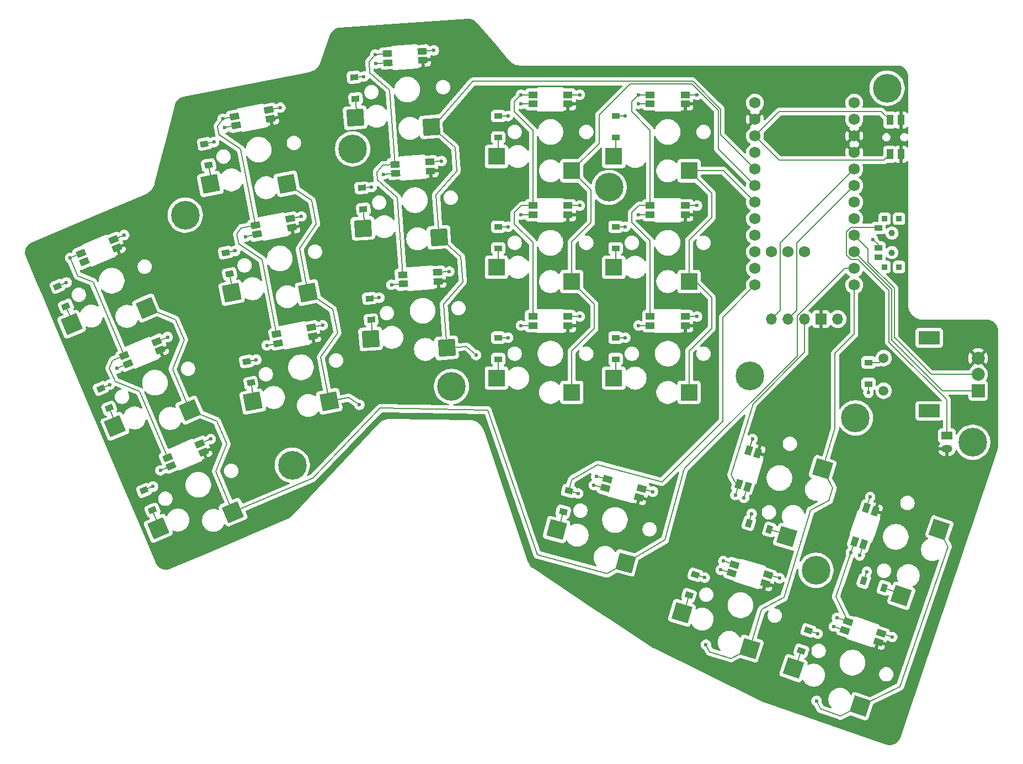
<source format=gbr>
%TF.GenerationSoftware,KiCad,Pcbnew,9.0.5*%
%TF.CreationDate,2025-11-08T17:13:18+10:00*%
%TF.ProjectId,badWingsLeft,62616457-696e-4677-934c-6566742e6b69,v1.0.0*%
%TF.SameCoordinates,Original*%
%TF.FileFunction,Copper,L2,Bot*%
%TF.FilePolarity,Positive*%
%FSLAX46Y46*%
G04 Gerber Fmt 4.6, Leading zero omitted, Abs format (unit mm)*
G04 Created by KiCad (PCBNEW 9.0.5) date 2025-11-08 17:13:18*
%MOMM*%
%LPD*%
G01*
G04 APERTURE LIST*
G04 Aperture macros list*
%AMRotRect*
0 Rectangle, with rotation*
0 The origin of the aperture is its center*
0 $1 length*
0 $2 width*
0 $3 Rotation angle, in degrees counterclockwise*
0 Add horizontal line*
21,1,$1,$2,0,0,$3*%
G04 Aperture macros list end*
%TA.AperFunction,SMDPad,CuDef*%
%ADD10R,0.900000X0.900000*%
%TD*%
%TA.AperFunction,WasherPad*%
%ADD11C,1.000000*%
%TD*%
%TA.AperFunction,SMDPad,CuDef*%
%ADD12R,1.250000X0.900000*%
%TD*%
%TA.AperFunction,ComponentPad*%
%ADD13C,0.600000*%
%TD*%
%TA.AperFunction,SMDPad,CuDef*%
%ADD14RotRect,2.600000X2.600000X184.000000*%
%TD*%
%TA.AperFunction,ComponentPad*%
%ADD15C,0.700000*%
%TD*%
%TA.AperFunction,ComponentPad*%
%ADD16C,4.400000*%
%TD*%
%TA.AperFunction,SMDPad,CuDef*%
%ADD17R,1.000000X1.550000*%
%TD*%
%TA.AperFunction,SMDPad,CuDef*%
%ADD18RotRect,2.600000X2.600000X203.000000*%
%TD*%
%TA.AperFunction,ComponentPad*%
%ADD19R,1.700000X1.200000*%
%TD*%
%TA.AperFunction,ComponentPad*%
%ADD20O,1.700000X1.200000*%
%TD*%
%TA.AperFunction,SMDPad,CuDef*%
%ADD21RotRect,2.600000X2.600000X191.000000*%
%TD*%
%TA.AperFunction,SMDPad,CuDef*%
%ADD22RotRect,2.600000X2.600000X165.000000*%
%TD*%
%TA.AperFunction,SMDPad,CuDef*%
%ADD23R,2.600000X2.600000*%
%TD*%
%TA.AperFunction,SMDPad,CuDef*%
%ADD24RotRect,2.600000X2.600000X253.000000*%
%TD*%
%TA.AperFunction,ComponentPad*%
%ADD25O,1.700000X1.700000*%
%TD*%
%TA.AperFunction,ComponentPad*%
%ADD26R,1.700000X1.700000*%
%TD*%
%TA.AperFunction,SMDPad,CuDef*%
%ADD27RotRect,2.600000X2.600000X163.000000*%
%TD*%
%TA.AperFunction,SMDPad,CuDef*%
%ADD28RotRect,2.600000X2.600000X251.000000*%
%TD*%
%TA.AperFunction,SMDPad,CuDef*%
%ADD29RotRect,2.600000X2.600000X161.000000*%
%TD*%
%TA.AperFunction,ComponentPad*%
%ADD30R,3.200000X2.000000*%
%TD*%
%TA.AperFunction,ComponentPad*%
%ADD31C,1.500000*%
%TD*%
%TA.AperFunction,ComponentPad*%
%ADD32R,2.000000X2.000000*%
%TD*%
%TA.AperFunction,ComponentPad*%
%ADD33C,2.000000*%
%TD*%
%TA.AperFunction,SMDPad,CuDef*%
%ADD34RotRect,0.900000X1.200000X251.000000*%
%TD*%
%TA.AperFunction,SMDPad,CuDef*%
%ADD35R,1.200000X0.900000*%
%TD*%
%TA.AperFunction,SMDPad,CuDef*%
%ADD36RotRect,1.400000X1.000000X191.000000*%
%TD*%
%TA.AperFunction,SMDPad,CuDef*%
%ADD37R,1.400000X1.000000*%
%TD*%
%TA.AperFunction,SMDPad,CuDef*%
%ADD38RotRect,1.400000X1.000000X203.000000*%
%TD*%
%TA.AperFunction,SMDPad,CuDef*%
%ADD39RotRect,0.900000X1.200000X281.000000*%
%TD*%
%TA.AperFunction,SMDPad,CuDef*%
%ADD40RotRect,1.400000X1.000000X165.000000*%
%TD*%
%TA.AperFunction,SMDPad,CuDef*%
%ADD41RotRect,0.900000X1.200000X274.000000*%
%TD*%
%TA.AperFunction,SMDPad,CuDef*%
%ADD42RotRect,1.400000X1.000000X253.000000*%
%TD*%
%TA.AperFunction,SMDPad,CuDef*%
%ADD43RotRect,0.900000X1.200000X341.000000*%
%TD*%
%TA.AperFunction,SMDPad,CuDef*%
%ADD44RotRect,1.400000X1.000000X161.000000*%
%TD*%
%TA.AperFunction,SMDPad,CuDef*%
%ADD45RotRect,1.400000X1.000000X184.000000*%
%TD*%
%TA.AperFunction,SMDPad,CuDef*%
%ADD46RotRect,1.400000X1.000000X163.000000*%
%TD*%
%TA.AperFunction,SMDPad,CuDef*%
%ADD47RotRect,0.900000X1.200000X293.000000*%
%TD*%
%TA.AperFunction,SMDPad,CuDef*%
%ADD48RotRect,0.900000X1.200000X343.000000*%
%TD*%
%TA.AperFunction,SMDPad,CuDef*%
%ADD49RotRect,0.900000X1.200000X253.000000*%
%TD*%
%TA.AperFunction,SMDPad,CuDef*%
%ADD50RotRect,0.900000X1.200000X255.000000*%
%TD*%
%TA.AperFunction,ComponentPad*%
%ADD51C,1.752600*%
%TD*%
%TA.AperFunction,SMDPad,CuDef*%
%ADD52RotRect,1.400000X1.000000X251.000000*%
%TD*%
%TA.AperFunction,Conductor*%
%ADD53C,0.200000*%
%TD*%
G04 APERTURE END LIST*
D10*
%TO.P,T1,*%
%TO.N,*%
X183854703Y-143672470D03*
X181654714Y-143672470D03*
D11*
X182754709Y-145872470D03*
X182754707Y-148872472D03*
D10*
X183854702Y-151072472D03*
X181654713Y-151072472D03*
D12*
%TO.P,T1,1*%
%TO.N,pos*%
X180679707Y-145122471D03*
%TO.P,T1,2*%
%TO.N,RAW*%
X180679708Y-148122472D03*
%TO.P,T1,3*%
%TO.N,N/C*%
X180679708Y-149622471D03*
%TD*%
D13*
%TO.P,REF\u002A\u002A,1*%
%TO.N,P113*%
X102934917Y-138837826D03*
%TD*%
%TO.P,REF\u002A\u002A,1*%
%TO.N,P010*%
X179174705Y-170372458D03*
%TD*%
%TO.P,REF\u002A\u002A,1*%
%TO.N,VCC*%
X125874706Y-124672472D03*
%TD*%
D14*
%TO.P,S8,1*%
%TO.N,P031*%
X113272052Y-146535500D03*
%TO.P,S8,2*%
%TO.N,middle_home*%
X101596724Y-145146542D03*
%TD*%
D13*
%TO.P,REF\u002A\u002A,1*%
%TO.N,LED3*%
X173865949Y-206231542D03*
%TD*%
%TO.P,REF\u002A\u002A,1*%
%TO.N,LED17*%
X112495558Y-117869842D03*
%TD*%
%TO.P,REF\u002A\u002A,1*%
%TO.N,LED13*%
X104800987Y-136852842D03*
%TD*%
%TO.P,REF\u002A\u002A,1*%
%TO.N,LED19*%
X80366087Y-129728566D03*
%TD*%
D15*
%TO.P,_78,1*%
%TO.N,N/C*%
X72753381Y-143619263D03*
X72874420Y-142362222D03*
X73556655Y-144593713D03*
X73848870Y-141558948D03*
D16*
X74331283Y-143136850D03*
D15*
X74813696Y-144714752D03*
X75105911Y-141679987D03*
X75788146Y-143911478D03*
X75909185Y-142654437D03*
%TD*%
D17*
%TO.P,B1,1*%
%TO.N,GND*%
X184144707Y-128547483D03*
X184144707Y-133797483D03*
%TO.P,B1,2*%
%TO.N,RST*%
X182444707Y-128547483D03*
X182444707Y-133797483D03*
%TD*%
D13*
%TO.P,REF\u002A\u002A,1*%
%TO.N,P115*%
X123874713Y-127922473D03*
%TD*%
%TO.P,REF\u002A\u002A,1*%
%TO.N,P115*%
X78755824Y-131926197D03*
%TD*%
%TO.P,REF\u002A\u002A,1*%
%TO.N,P106*%
X101052360Y-172211972D03*
%TD*%
%TO.P,REF\u002A\u002A,1*%
%TO.N,LED4*%
X156498940Y-197528023D03*
%TD*%
D18*
%TO.P,S1,1*%
%TO.N,P104*%
X81683039Y-188677293D03*
%TO.P,S1,2*%
%TO.N,pinky_bottom*%
X70191598Y-191165126D03*
%TD*%
D19*
%TO.P,JST1,1*%
%TO.N,pos*%
X191214711Y-176972469D03*
D20*
%TO.P,JST1,2*%
%TO.N,GND*%
X191214715Y-178972469D03*
%TD*%
D13*
%TO.P,REF\u002A\u002A,1*%
%TO.N,LED11*%
X92177362Y-143324678D03*
%TD*%
%TO.P,REF\u002A\u002A,1*%
%TO.N,P113*%
X141874706Y-144922472D03*
%TD*%
%TO.P,REF\u002A\u002A,1*%
%TO.N,P010*%
X161266121Y-188946869D03*
%TD*%
%TO.P,REF\u002A\u002A,1*%
%TO.N,LED18*%
X88933597Y-126637007D03*
%TD*%
%TO.P,REF\u002A\u002A,1*%
%TO.N,LED11*%
X63878678Y-166631478D03*
%TD*%
%TO.P,REF\u002A\u002A,1*%
%TO.N,LED2*%
X182831420Y-207837932D03*
%TD*%
D15*
%TO.P,_79,1*%
%TO.N,N/C*%
X137724722Y-138872471D03*
X138207996Y-137705745D03*
X138207996Y-140039197D03*
X139374722Y-137222471D03*
D16*
X139374722Y-138872471D03*
D15*
X139374722Y-140522471D03*
X140541448Y-137705745D03*
X140541448Y-140039197D03*
X141024722Y-138872471D03*
%TD*%
D13*
%TO.P,REF\u002A\u002A,1*%
%TO.N,LED14*%
X152874711Y-141672461D03*
%TD*%
D21*
%TO.P,S4,1*%
%TO.N,P106*%
X96441532Y-171682037D03*
%TO.P,S4,2*%
%TO.N,ring_bottom*%
X84683962Y-171726302D03*
%TD*%
D13*
%TO.P,REF\u002A\u002A,1*%
%TO.N,LED16*%
X143874718Y-126072478D03*
%TD*%
D15*
%TO.P,_81,1*%
%TO.N,N/C*%
X113551190Y-169522018D03*
X113951900Y-168324423D03*
X114114674Y-170652191D03*
X115082073Y-167760939D03*
D16*
X115197171Y-169406920D03*
D15*
X115312269Y-171052901D03*
X116279668Y-168161649D03*
X116442442Y-170489417D03*
X116843152Y-169291822D03*
%TD*%
D13*
%TO.P,REF\u002A\u002A,1*%
%TO.N,LED5*%
X152874703Y-158672461D03*
%TD*%
D15*
%TO.P,_80,1*%
%TO.N,N/C*%
X193524713Y-177972461D03*
X194007987Y-176805735D03*
X194007987Y-179139187D03*
X195174713Y-176322461D03*
D16*
X195174713Y-177972461D03*
D15*
X195174713Y-179622461D03*
X196341439Y-176805735D03*
X196341439Y-179139187D03*
X196824713Y-177972461D03*
%TD*%
D21*
%TO.P,S6,1*%
%TO.N,P106*%
X89954036Y-138306701D03*
%TO.P,S6,2*%
%TO.N,ring_top*%
X78196466Y-138350966D03*
%TD*%
D13*
%TO.P,REF\u002A\u002A,1*%
%TO.N,VCC*%
X103517482Y-118497643D03*
%TD*%
D22*
%TO.P,S16,1*%
%TO.N,P104*%
X141898160Y-196467351D03*
%TO.P,S16,2*%
%TO.N,left_bottom*%
X131311119Y-191352947D03*
%TD*%
D13*
%TO.P,REF\u002A\u002A,1*%
%TO.N,LED7*%
X114867273Y-151787018D03*
%TD*%
%TO.P,REF\u002A\u002A,1*%
%TO.N,LED3*%
X165515011Y-198820563D03*
%TD*%
%TO.P,REF\u002A\u002A,1*%
%TO.N,LED9*%
X86853594Y-163103891D03*
%TD*%
%TO.P,REF\u002A\u002A,1*%
%TO.N,P111*%
X69402951Y-184764463D03*
%TD*%
D21*
%TO.P,S5,1*%
%TO.N,P106*%
X93197795Y-154994365D03*
%TO.P,S5,2*%
%TO.N,ring_home*%
X81440225Y-155038630D03*
%TD*%
D13*
%TO.P,REF\u002A\u002A,1*%
%TO.N,P031*%
X118969802Y-164582019D03*
%TD*%
%TO.P,REF\u002A\u002A,1*%
%TO.N,LED6*%
X143874715Y-160072461D03*
%TD*%
%TO.P,REF\u002A\u002A,1*%
%TO.N,LED13*%
X134874716Y-141672461D03*
%TD*%
D14*
%TO.P,S7,1*%
%TO.N,P031*%
X114457930Y-163494091D03*
%TO.P,S7,2*%
%TO.N,middle_bottom*%
X102782602Y-162105133D03*
%TD*%
D13*
%TO.P,REF\u002A\u002A,1*%
%TO.N,VCC*%
X158742890Y-186084060D03*
%TD*%
%TO.P,REF\u002A\u002A,1*%
%TO.N,P115*%
X141874702Y-127922456D03*
%TD*%
%TO.P,REF\u002A\u002A,1*%
%TO.N,LED4*%
X146096641Y-185531375D03*
%TD*%
%TO.P,REF\u002A\u002A,1*%
%TO.N,P113*%
X81999570Y-148613866D03*
%TD*%
D18*
%TO.P,S3,1*%
%TO.N,P104*%
X68398167Y-157380138D03*
%TO.P,S3,2*%
%TO.N,pinky_top*%
X56906726Y-159867971D03*
%TD*%
D23*
%TO.P,S13,1*%
%TO.N,P002*%
X151649713Y-170322470D03*
%TO.P,S13,2*%
%TO.N,inner_bottom*%
X140099715Y-168122470D03*
%TD*%
D13*
%TO.P,REF\u002A\u002A,1*%
%TO.N,P111*%
X85243333Y-165301526D03*
%TD*%
%TO.P,REF\u002A\u002A,1*%
%TO.N,VCC*%
X56689222Y-149694194D03*
%TD*%
%TO.P,REF\u002A\u002A,1*%
%TO.N,LED10*%
X71616216Y-161826186D03*
%TD*%
D24*
%TO.P,S18,1*%
%TO.N,P106*%
X172157038Y-182054906D03*
%TO.P,S18,2*%
%TO.N,center_top*%
X166676268Y-192457007D03*
%TD*%
D13*
%TO.P,REF\u002A\u002A,1*%
%TO.N,P009*%
X171372614Y-207329617D03*
%TD*%
%TO.P,REF\u002A\u002A,1*%
%TO.N,LED5*%
X137040960Y-184554301D03*
%TD*%
%TO.P,REF\u002A\u002A,1*%
%TO.N,VCC*%
X156908262Y-196189220D03*
%TD*%
%TO.P,REF\u002A\u002A,1*%
%TO.N,VCC*%
X143874701Y-124672451D03*
%TD*%
%TO.P,REF\u002A\u002A,1*%
%TO.N,P115*%
X56118098Y-153467297D03*
%TD*%
%TO.P,REF\u002A\u002A,1*%
%TO.N,LED19*%
X64973765Y-146177613D03*
%TD*%
%TO.P,REF\u002A\u002A,1*%
%TO.N,LED12*%
X83609847Y-146416242D03*
%TD*%
D25*
%TO.P,niceView1,1*%
%TO.N,P006*%
X174454707Y-159072472D03*
D26*
%TO.P,niceView1,2*%
%TO.N,GND*%
X171914710Y-159072473D03*
D25*
%TO.P,niceView1,3*%
%TO.N,VCC*%
X169374708Y-159072474D03*
%TO.P,niceView1,4*%
%TO.N,P020*%
X166834708Y-159072473D03*
%TO.P,niceView1,5*%
%TO.N,P017*%
X164294713Y-159072474D03*
%TD*%
D13*
%TO.P,REF\u002A\u002A,1*%
%TO.N,LED10*%
X70521108Y-182280057D03*
%TD*%
%TO.P,REF\u002A\u002A,1*%
%TO.N,LED18*%
X103615137Y-119894231D03*
%TD*%
%TO.P,REF\u002A\u002A,1*%
%TO.N,P111*%
X141874726Y-161922457D03*
%TD*%
%TO.P,REF\u002A\u002A,1*%
%TO.N,LED9*%
X78258633Y-177474772D03*
%TD*%
D23*
%TO.P,S14,1*%
%TO.N,P002*%
X151649705Y-153322487D03*
%TO.P,S14,2*%
%TO.N,inner_home*%
X140099707Y-151122487D03*
%TD*%
D15*
%TO.P,_76,1*%
%TO.N,N/C*%
X169645013Y-198353841D03*
X169545931Y-197094879D03*
X170605296Y-199174000D03*
X170366090Y-196134596D03*
D16*
X171115174Y-197604757D03*
D15*
X171864258Y-199074918D03*
X171625052Y-196035514D03*
X172684417Y-198114635D03*
X172585335Y-196855673D03*
%TD*%
D13*
%TO.P,REF\u002A\u002A,1*%
%TO.N,LED16*%
X134874718Y-124672457D03*
%TD*%
%TO.P,REF\u002A\u002A,1*%
%TO.N,LED17*%
X125874712Y-126072478D03*
%TD*%
D23*
%TO.P,S15,1*%
%TO.N,P002*%
X151649711Y-136322482D03*
%TO.P,S15,2*%
%TO.N,inner_top*%
X140099713Y-134122482D03*
%TD*%
D13*
%TO.P,REF\u002A\u002A,1*%
%TO.N,P115*%
X101749061Y-121879251D03*
%TD*%
%TO.P,REF\u002A\u002A,1*%
%TO.N,LED12*%
X113681428Y-134828424D03*
%TD*%
%TO.P,REF\u002A\u002A,1*%
%TO.N,LED1*%
X160081717Y-186493386D03*
%TD*%
%TO.P,REF\u002A\u002A,1*%
%TO.N,P009*%
X134630299Y-185823619D03*
%TD*%
%TO.P,REF\u002A\u002A,1*%
%TO.N,VCC*%
X137403328Y-183202009D03*
%TD*%
D15*
%TO.P,_85,1*%
%TO.N,N/C*%
X180384709Y-123672467D03*
X180867983Y-122505741D03*
X180867983Y-124839193D03*
X182034709Y-122022467D03*
D16*
X182034709Y-123672467D03*
D15*
X182034709Y-125322467D03*
X183201435Y-122505741D03*
X183201435Y-124839193D03*
X183684709Y-123672467D03*
%TD*%
D14*
%TO.P,S9,1*%
%TO.N,P031*%
X112086210Y-129576906D03*
%TO.P,S9,2*%
%TO.N,middle_top*%
X100410882Y-128187948D03*
%TD*%
D13*
%TO.P,REF\u002A\u002A,1*%
%TO.N,RAW*%
X179874715Y-146872475D03*
%TD*%
D23*
%TO.P,S12,1*%
%TO.N,P029*%
X133649721Y-136322471D03*
%TO.P,S12,2*%
%TO.N,index_top*%
X122099723Y-134122471D03*
%TD*%
D13*
%TO.P,REF\u002A\u002A,1*%
%TO.N,LED1*%
X179438029Y-186363178D03*
%TD*%
D15*
%TO.P,_84,1*%
%TO.N,N/C*%
X175524694Y-174232469D03*
X176007968Y-173065743D03*
X176007968Y-175399195D03*
X177174694Y-172582469D03*
D16*
X177174694Y-174232469D03*
D15*
X177174694Y-175882469D03*
X178341420Y-173065743D03*
X178341420Y-175399195D03*
X178824694Y-174232469D03*
%TD*%
D13*
%TO.P,REF\u002A\u002A,1*%
%TO.N,P106*%
X154240373Y-209019831D03*
%TD*%
D15*
%TO.P,_77,1*%
%TO.N,N/C*%
X89179568Y-181955567D03*
X89300607Y-180698526D03*
X89982842Y-182930017D03*
X90275057Y-179895252D03*
D16*
X90757470Y-181473154D03*
D15*
X91239883Y-183051056D03*
X91532098Y-180016291D03*
X92214333Y-182247782D03*
X92335372Y-180990741D03*
%TD*%
D13*
%TO.P,REF\u002A\u002A,1*%
%TO.N,VCC*%
X176507913Y-194872831D03*
%TD*%
D23*
%TO.P,S11,1*%
%TO.N,P029*%
X133649727Y-153322465D03*
%TO.P,S11,2*%
%TO.N,index_home*%
X122099729Y-151122465D03*
%TD*%
D13*
%TO.P,REF\u002A\u002A,1*%
%TO.N,P024*%
X161374224Y-177477311D03*
%TD*%
%TO.P,REF\u002A\u002A,1*%
%TO.N,VCC*%
X174321749Y-204907788D03*
%TD*%
%TO.P,REF\u002A\u002A,1*%
%TO.N,P009*%
X154045441Y-198712452D03*
%TD*%
%TO.P,REF\u002A\u002A,1*%
%TO.N,P111*%
X123874707Y-161922479D03*
%TD*%
%TO.P,REF\u002A\u002A,1*%
%TO.N,P031*%
X171207701Y-217637512D03*
%TD*%
D27*
%TO.P,S17,1*%
%TO.N,P106*%
X160937403Y-209603359D03*
%TO.P,S17,2*%
%TO.N,center_bottom*%
X150535302Y-204122589D03*
%TD*%
D18*
%TO.P,S2,1*%
%TO.N,P104*%
X75040601Y-173028725D03*
%TO.P,S2,2*%
%TO.N,pinky_home*%
X63549160Y-175516558D03*
%TD*%
D28*
%TO.P,S20,1*%
%TO.N,P031*%
X190054503Y-191314300D03*
%TO.P,S20,2*%
%TO.N,right_top*%
X184214044Y-201518790D03*
%TD*%
D13*
%TO.P,REF\u002A\u002A,1*%
%TO.N,VCC*%
X80098958Y-128354295D03*
%TD*%
%TO.P,REF\u002A\u002A,1*%
%TO.N,LED8*%
X95421098Y-160012339D03*
%TD*%
D15*
%TO.P,_83,1*%
%TO.N,N/C*%
X159324702Y-167772466D03*
X159807976Y-166605740D03*
X159807976Y-168939192D03*
X160974702Y-166122466D03*
D16*
X160974702Y-167772466D03*
D15*
X160974702Y-169422466D03*
X162141428Y-166605740D03*
X162141428Y-168939192D03*
X162624702Y-167772466D03*
%TD*%
%TO.P,_82,1*%
%TO.N,N/C*%
X98372989Y-133092058D03*
X98773699Y-131894463D03*
X98936473Y-134222231D03*
X99903872Y-131330979D03*
D16*
X100018970Y-132976960D03*
D15*
X100134068Y-134622941D03*
X101101467Y-131731689D03*
X101264241Y-134059457D03*
X101664951Y-132861862D03*
%TD*%
D13*
%TO.P,REF\u002A\u002A,1*%
%TO.N,P111*%
X104120788Y-155796418D03*
%TD*%
%TO.P,REF\u002A\u002A,1*%
%TO.N,P113*%
X123874703Y-144922480D03*
%TD*%
D23*
%TO.P,S10,1*%
%TO.N,P029*%
X133649708Y-170322462D03*
%TO.P,S10,2*%
%TO.N,index_bottom*%
X122099710Y-168122462D03*
%TD*%
D13*
%TO.P,REF\u002A\u002A,1*%
%TO.N,LED15*%
X143874701Y-143072477D03*
%TD*%
%TO.P,REF\u002A\u002A,1*%
%TO.N,LED14*%
X125874709Y-143072470D03*
%TD*%
%TO.P,REF\u002A\u002A,1*%
%TO.N,LED15*%
X152874707Y-124672474D03*
%TD*%
%TO.P,REF\u002A\u002A,1*%
%TO.N,P113*%
X62760530Y-169115876D03*
%TD*%
%TO.P,REF\u002A\u002A,1*%
%TO.N,LED6*%
X134874707Y-158672460D03*
%TD*%
D29*
%TO.P,S19,1*%
%TO.N,P031*%
X177880286Y-218454386D03*
%TO.P,S19,2*%
%TO.N,right_bottom*%
X167675796Y-212613927D03*
%TD*%
D13*
%TO.P,REF\u002A\u002A,1*%
%TO.N,LED8*%
X105986858Y-153811410D03*
%TD*%
D30*
%TO.P,ROT1,*%
%TO.N,*%
X188494710Y-161962467D03*
X188494708Y-173162475D03*
D31*
%TO.P,ROT1,1*%
%TO.N,P002*%
X181494712Y-170062478D03*
%TO.P,ROT1,2*%
%TO.N,endiode*%
X181494709Y-165062473D03*
D32*
%TO.P,ROT1,A*%
%TO.N,P011*%
X195994710Y-170062474D03*
D33*
%TO.P,ROT1,B*%
%TO.N,GND*%
X195994708Y-165062474D03*
%TO.P,ROT1,C*%
%TO.N,P100*%
X195994710Y-167562474D03*
%TD*%
D13*
%TO.P,REF\u002A\u002A,1*%
%TO.N,P010*%
X178929713Y-197821973D03*
%TD*%
%TO.P,REF\u002A\u002A,1*%
%TO.N,LED7*%
X125874718Y-160072475D03*
%TD*%
%TO.P,REF\u002A\u002A,1*%
%TO.N,LED2*%
X177831650Y-195328632D03*
%TD*%
D34*
%TO.P,D19,1*%
%TO.N,P009*%
X169954331Y-206841257D03*
%TO.P,D19,2*%
%TO.N,right_bottom*%
X168879957Y-209961469D03*
%TD*%
D35*
%TO.P,D13,1*%
%TO.N,P111*%
X140374717Y-161922463D03*
%TO.P,D13,2*%
%TO.N,inner_bottom*%
X140374717Y-165222463D03*
%TD*%
D36*
%TO.P,LED6,1*%
%TO.N,VCC*%
X81865882Y-128010821D03*
%TO.P,LED6,2*%
%TO.N,LED19*%
X82133016Y-129385099D03*
%TO.P,LED6,3*%
%TO.N,GND*%
X87433802Y-128354731D03*
%TO.P,LED6,4*%
%TO.N,LED18*%
X87166668Y-126980453D03*
%TD*%
D37*
%TO.P,LED11,1*%
%TO.N,VCC*%
X127674709Y-141672471D03*
%TO.P,LED11,2*%
%TO.N,LED14*%
X127674709Y-143072471D03*
%TO.P,LED11,3*%
%TO.N,GND*%
X133074709Y-143072471D03*
%TO.P,LED11,4*%
%TO.N,LED13*%
X133074709Y-141672471D03*
%TD*%
D35*
%TO.P,D10,1*%
%TO.N,P111*%
X122374715Y-161922475D03*
%TO.P,D10,2*%
%TO.N,index_bottom*%
X122374715Y-165222475D03*
%TD*%
D38*
%TO.P,LED3,1*%
%TO.N,VCC*%
X58346132Y-148990863D03*
%TO.P,LED3,2*%
%TO.N,LEDEND*%
X58893159Y-150279569D03*
%TO.P,LED3,3*%
%TO.N,GND*%
X63863882Y-148169621D03*
%TO.P,LED3,4*%
%TO.N,LED19*%
X63316855Y-146880915D03*
%TD*%
D35*
%TO.P,D11,1*%
%TO.N,P113*%
X122374711Y-144922468D03*
%TO.P,D11,2*%
%TO.N,index_home*%
X122374711Y-148222468D03*
%TD*%
%TO.P,D14,1*%
%TO.N,P113*%
X140374697Y-144922462D03*
%TO.P,D14,2*%
%TO.N,inner_home*%
X140374697Y-148222462D03*
%TD*%
D39*
%TO.P,D5,1*%
%TO.N,P113*%
X80527147Y-148900079D03*
%TO.P,D5,2*%
%TO.N,ring_home*%
X81156817Y-152139449D03*
%TD*%
D40*
%TO.P,LED16,1*%
%TO.N,VCC*%
X139141978Y-183667888D03*
%TO.P,LED16,2*%
%TO.N,LED5*%
X138779631Y-185020185D03*
%TO.P,LED16,3*%
%TO.N,GND*%
X143995630Y-186417808D03*
%TO.P,LED16,4*%
%TO.N,LED4*%
X144357977Y-185065511D03*
%TD*%
D41*
%TO.P,D7,1*%
%TO.N,P111*%
X102624418Y-155901057D03*
%TO.P,D7,2*%
%TO.N,middle_bottom*%
X102854614Y-159193019D03*
%TD*%
D42*
%TO.P,LED18,1*%
%TO.N,VCC*%
X159269157Y-184362698D03*
%TO.P,LED18,2*%
%TO.N,LED1*%
X160607984Y-184772018D03*
%TO.P,LED18,3*%
%TO.N,GND*%
X162186791Y-179607972D03*
%TO.P,LED18,4*%
%TO.N,P024*%
X160847964Y-179198652D03*
%TD*%
D41*
%TO.P,D9,1*%
%TO.N,P115*%
X100252725Y-121983875D03*
%TO.P,D9,2*%
%TO.N,middle_top*%
X100482921Y-125275837D03*
%TD*%
D36*
%TO.P,LED5,1*%
%TO.N,VCC*%
X85109647Y-144698510D03*
%TO.P,LED5,2*%
%TO.N,LED12*%
X85376781Y-146072788D03*
%TO.P,LED5,3*%
%TO.N,GND*%
X90677567Y-145042420D03*
%TO.P,LED5,4*%
%TO.N,LED11*%
X90410433Y-143668142D03*
%TD*%
D43*
%TO.P,D20,1*%
%TO.N,P010*%
X178441368Y-199240243D03*
%TO.P,D20,2*%
%TO.N,right_top*%
X181561580Y-200314617D03*
%TD*%
D44*
%TO.P,LED19,1*%
%TO.N,VCC*%
X176023663Y-205493821D03*
%TO.P,LED19,2*%
%TO.N,LED3*%
X175567866Y-206817552D03*
%TO.P,LED19,3*%
%TO.N,GND*%
X180673667Y-208575615D03*
%TO.P,LED19,4*%
%TO.N,LED2*%
X181129464Y-207251884D03*
%TD*%
D45*
%TO.P,LED8,1*%
%TO.N,VCC*%
X106498958Y-135330667D03*
%TO.P,LED8,2*%
%TO.N,LED13*%
X106596616Y-136727256D03*
%TO.P,LED8,3*%
%TO.N,GND*%
X111983462Y-136350571D03*
%TO.P,LED8,4*%
%TO.N,LED12*%
X111885804Y-134953982D03*
%TD*%
D35*
%TO.P,D21,1*%
%TO.N,P010*%
X179174706Y-169022473D03*
%TO.P,D21,2*%
%TO.N,endiode*%
X179174706Y-165722473D03*
%TD*%
D39*
%TO.P,D4,1*%
%TO.N,P111*%
X83770896Y-165587741D03*
%TO.P,D4,2*%
%TO.N,ring_bottom*%
X84400566Y-168827111D03*
%TD*%
D46*
%TO.P,LED17,1*%
%TO.N,VCC*%
X158629595Y-196715469D03*
%TO.P,LED17,2*%
%TO.N,LED4*%
X158220275Y-198054296D03*
%TO.P,LED17,3*%
%TO.N,GND*%
X163384321Y-199633103D03*
%TO.P,LED17,4*%
%TO.N,LED3*%
X163793641Y-198294276D03*
%TD*%
D36*
%TO.P,LED4,1*%
%TO.N,VCC*%
X88353381Y-161386160D03*
%TO.P,LED4,2*%
%TO.N,LED9*%
X88620515Y-162760438D03*
%TO.P,LED4,3*%
%TO.N,GND*%
X93921301Y-161730070D03*
%TO.P,LED4,4*%
%TO.N,LED8*%
X93654167Y-160355792D03*
%TD*%
D47*
%TO.P,D1,1*%
%TO.N,P111*%
X68022199Y-185350531D03*
%TO.P,D1,2*%
%TO.N,pinky_bottom*%
X69311611Y-188388197D03*
%TD*%
D38*
%TO.P,LED1,1*%
%TO.N,VCC*%
X71631005Y-180288035D03*
%TO.P,LED1,2*%
%TO.N,LED10*%
X72178032Y-181576741D03*
%TO.P,LED1,3*%
%TO.N,GND*%
X77148755Y-179466793D03*
%TO.P,LED1,4*%
%TO.N,LED9*%
X76601728Y-178178087D03*
%TD*%
D47*
%TO.P,D2,1*%
%TO.N,P113*%
X61379783Y-169701976D03*
%TO.P,D2,2*%
%TO.N,pinky_home*%
X62669195Y-172739642D03*
%TD*%
D45*
%TO.P,LED7,1*%
%TO.N,VCC*%
X107684814Y-152289271D03*
%TO.P,LED7,2*%
%TO.N,LED8*%
X107782472Y-153685860D03*
%TO.P,LED7,3*%
%TO.N,GND*%
X113169318Y-153309175D03*
%TO.P,LED7,4*%
%TO.N,LED7*%
X113071660Y-151912586D03*
%TD*%
D37*
%TO.P,LED15,1*%
%TO.N,VCC*%
X145674703Y-124672473D03*
%TO.P,LED15,2*%
%TO.N,LED16*%
X145674703Y-126072473D03*
%TO.P,LED15,3*%
%TO.N,GND*%
X151074703Y-126072473D03*
%TO.P,LED15,4*%
%TO.N,LED15*%
X151074703Y-124672473D03*
%TD*%
D39*
%TO.P,D6,1*%
%TO.N,P115*%
X77283392Y-132212394D03*
%TO.P,D6,2*%
%TO.N,ring_top*%
X77913062Y-135451764D03*
%TD*%
D37*
%TO.P,LED10,1*%
%TO.N,VCC*%
X127674712Y-158672477D03*
%TO.P,LED10,2*%
%TO.N,LED7*%
X127674712Y-160072477D03*
%TO.P,LED10,3*%
%TO.N,GND*%
X133074712Y-160072477D03*
%TO.P,LED10,4*%
%TO.N,LED6*%
X133074712Y-158672477D03*
%TD*%
D41*
%TO.P,D8,1*%
%TO.N,P113*%
X101438568Y-138942469D03*
%TO.P,D8,2*%
%TO.N,middle_home*%
X101668764Y-142234431D03*
%TD*%
D48*
%TO.P,D18,1*%
%TO.N,P010*%
X160827566Y-190381326D03*
%TO.P,D18,2*%
%TO.N,center_top*%
X163983372Y-191346152D03*
%TD*%
D37*
%TO.P,LED14,1*%
%TO.N,VCC*%
X145674719Y-141672458D03*
%TO.P,LED14,2*%
%TO.N,LED15*%
X145674719Y-143072458D03*
%TO.P,LED14,3*%
%TO.N,GND*%
X151074719Y-143072458D03*
%TO.P,LED14,4*%
%TO.N,LED14*%
X151074719Y-141672458D03*
%TD*%
D49*
%TO.P,D17,1*%
%TO.N,P009*%
X152610973Y-198273903D03*
%TO.P,D17,2*%
%TO.N,center_bottom*%
X151646147Y-201429709D03*
%TD*%
D50*
%TO.P,D16,1*%
%TO.N,P009*%
X133181409Y-185435401D03*
%TO.P,D16,2*%
%TO.N,left_bottom*%
X132327309Y-188622957D03*
%TD*%
D35*
%TO.P,D15,1*%
%TO.N,P115*%
X140374719Y-127922470D03*
%TO.P,D15,2*%
%TO.N,inner_top*%
X140374719Y-131222470D03*
%TD*%
D37*
%TO.P,LED13,1*%
%TO.N,VCC*%
X145674720Y-158672464D03*
%TO.P,LED13,2*%
%TO.N,LED6*%
X145674720Y-160072464D03*
%TO.P,LED13,3*%
%TO.N,GND*%
X151074720Y-160072464D03*
%TO.P,LED13,4*%
%TO.N,LED5*%
X151074720Y-158672464D03*
%TD*%
D51*
%TO.P,MCU1,1*%
%TO.N,P006*%
X176994704Y-125902472D03*
%TO.P,MCU1,2*%
%TO.N,P008*%
X176994709Y-128442471D03*
%TO.P,MCU1,3*%
%TO.N,GND*%
X176994708Y-130982468D03*
%TO.P,MCU1,4*%
X176994708Y-133522469D03*
%TO.P,MCU1,5*%
%TO.N,P017*%
X176994711Y-136062467D03*
%TO.P,MCU1,6*%
%TO.N,P020*%
X176994707Y-138602468D03*
%TO.P,MCU1,7*%
%TO.N,P022*%
X176994705Y-141142472D03*
%TO.P,MCU1,8*%
%TO.N,P024*%
X176994713Y-143682469D03*
%TO.P,MCU1,9*%
%TO.N,P100*%
X176994709Y-146222469D03*
%TO.P,MCU1,10*%
%TO.N,P011*%
X176994708Y-148762471D03*
%TO.P,MCU1,11*%
%TO.N,P104*%
X176994709Y-151302471D03*
%TO.P,MCU1,12*%
%TO.N,P106*%
X176994715Y-153842463D03*
%TO.P,MCU1,13*%
%TO.N,P009*%
X161754712Y-153842466D03*
%TO.P,MCU1,14*%
%TO.N,P010*%
X161754707Y-151302467D03*
%TO.P,MCU1,15*%
%TO.N,P111*%
X161754708Y-148762470D03*
%TO.P,MCU1,16*%
%TO.N,P113*%
X161754708Y-146222469D03*
%TO.P,MCU1,17*%
%TO.N,P115*%
X161754705Y-143682471D03*
%TO.P,MCU1,18*%
%TO.N,P002*%
X161754709Y-141142470D03*
%TO.P,MCU1,19*%
%TO.N,P029*%
X161754711Y-138602466D03*
%TO.P,MCU1,20*%
%TO.N,P031*%
X161754703Y-136062469D03*
%TO.P,MCU1,21*%
%TO.N,VCC*%
X161754707Y-133522469D03*
%TO.P,MCU1,22*%
%TO.N,RST*%
X161754708Y-130982467D03*
%TO.P,MCU1,23*%
%TO.N,GND*%
X161754707Y-128442467D03*
%TO.P,MCU1,24*%
%TO.N,RAW*%
X161754701Y-125902475D03*
%TO.P,MCU1,31*%
%TO.N,P101*%
X164294707Y-148762469D03*
%TO.P,MCU1,32*%
%TO.N,P102*%
X166834708Y-148762468D03*
%TO.P,MCU1,33*%
%TO.N,P107*%
X169374708Y-148762469D03*
%TD*%
D45*
%TO.P,LED9,1*%
%TO.N,VCC*%
X105313096Y-118372078D03*
%TO.P,LED9,2*%
%TO.N,LED18*%
X105410754Y-119768667D03*
%TO.P,LED9,3*%
%TO.N,GND*%
X110797600Y-119391982D03*
%TO.P,LED9,4*%
%TO.N,LED17*%
X110699942Y-117995393D03*
%TD*%
D37*
%TO.P,LED12,1*%
%TO.N,VCC*%
X127674714Y-124672468D03*
%TO.P,LED12,2*%
%TO.N,LED17*%
X127674714Y-126072468D03*
%TO.P,LED12,3*%
%TO.N,GND*%
X133074714Y-126072468D03*
%TO.P,LED12,4*%
%TO.N,LED16*%
X133074714Y-124672468D03*
%TD*%
D52*
%TO.P,LED20,1*%
%TO.N,VCC*%
X177093956Y-193170893D03*
%TO.P,LED20,2*%
%TO.N,LED2*%
X178417687Y-193626690D03*
%TO.P,LED20,3*%
%TO.N,GND*%
X180175750Y-188520889D03*
%TO.P,LED20,4*%
%TO.N,LED1*%
X178852019Y-188065092D03*
%TD*%
D35*
%TO.P,D12,1*%
%TO.N,P115*%
X122374717Y-127922465D03*
%TO.P,D12,2*%
%TO.N,index_top*%
X122374717Y-131222465D03*
%TD*%
D47*
%TO.P,D3,1*%
%TO.N,P115*%
X54737350Y-154053394D03*
%TO.P,D3,2*%
%TO.N,pinky_top*%
X56026762Y-157091060D03*
%TD*%
D38*
%TO.P,LED2,1*%
%TO.N,VCC*%
X64988565Y-164639456D03*
%TO.P,LED2,2*%
%TO.N,LED11*%
X65535592Y-165928162D03*
%TO.P,LED2,3*%
%TO.N,GND*%
X70506315Y-163818214D03*
%TO.P,LED2,4*%
%TO.N,LED10*%
X69959288Y-162529508D03*
%TD*%
D53*
%TO.N,P104*%
X139069356Y-198100574D02*
X128394591Y-195240272D01*
X72877938Y-159190066D02*
X68398165Y-157380142D01*
X81693949Y-188650293D02*
X93885538Y-183475266D01*
X141898153Y-196467348D02*
X147947626Y-192974701D01*
X74186360Y-162272558D02*
X72877938Y-159190066D01*
X80696351Y-178248955D02*
X79192558Y-174706218D01*
X81683033Y-188677314D02*
X79018851Y-182400893D01*
X128394591Y-195240272D02*
X120743022Y-173018516D01*
X141898151Y-196467353D02*
X139069356Y-198100574D01*
X79192558Y-174706218D02*
X75040589Y-173028724D01*
X104257559Y-172734724D02*
X120739003Y-173022408D01*
X72376435Y-166752317D02*
X74186360Y-162272558D01*
X75040589Y-173028724D02*
X72376435Y-166752317D01*
X93885538Y-183475266D02*
X104257559Y-172734724D01*
X176994715Y-151302478D02*
X175516953Y-151302475D01*
X79018851Y-182400893D02*
X80696351Y-178248955D01*
X175516953Y-151302475D02*
X168223706Y-158595715D01*
X147947626Y-192974701D02*
X150873978Y-182053395D01*
X168223710Y-164738551D02*
X150908858Y-182053396D01*
X168223706Y-158595715D02*
X168223710Y-164738551D01*
X81683038Y-188677297D02*
X81693949Y-188650293D01*
%TO.N,pinky_bottom*%
X69311616Y-188388222D02*
X70337268Y-190804554D01*
X70337268Y-190804554D02*
X70191586Y-191165131D01*
%TO.N,pinky_home*%
X62669186Y-172739646D02*
X63694871Y-175155958D01*
X63694871Y-175155958D02*
X63549158Y-175516542D01*
%TO.N,pinky_top*%
X56026764Y-157091049D02*
X57052424Y-159507379D01*
X57052424Y-159507379D02*
X56906720Y-159867967D01*
%TO.N,P106*%
X162768347Y-203614637D02*
X160937402Y-209603352D01*
X176994719Y-161388625D02*
X174055937Y-164327408D01*
X170315677Y-188389763D02*
X166222487Y-201778033D01*
X93197783Y-154994371D02*
X91889718Y-148264947D01*
X166222487Y-201778033D02*
X162768347Y-203614637D01*
X94447397Y-144473036D02*
X93745955Y-140864401D01*
X172157031Y-182054915D02*
X173711461Y-184978363D01*
X160937406Y-209603356D02*
X158095903Y-211114219D01*
X176994722Y-153842464D02*
X176994719Y-161388625D01*
X174055938Y-175843873D02*
X172157031Y-182054915D01*
X173125212Y-186895912D02*
X170315677Y-188389763D01*
X91889718Y-148264947D02*
X94447397Y-144473036D01*
X96441530Y-171682032D02*
X95133464Y-164952622D01*
X97691160Y-161160697D02*
X96989711Y-157552050D01*
X174055937Y-164327408D02*
X174055938Y-175843873D01*
X173711461Y-184978363D02*
X173125212Y-186895912D01*
X93745955Y-140864401D02*
X89954023Y-138306708D01*
X158095903Y-211114219D02*
X154821740Y-210113183D01*
X95133464Y-164952622D02*
X97691160Y-161160697D01*
X96441533Y-171682039D02*
X99410964Y-171104842D01*
X96989711Y-157552050D02*
X93197783Y-154994371D01*
X154821740Y-210113183D02*
X154240373Y-209019831D01*
X99410964Y-171104842D02*
X101052360Y-172211972D01*
%TO.N,ring_bottom*%
X84901446Y-171403858D02*
X84683958Y-171726300D01*
X84400576Y-168827096D02*
X84901446Y-171403858D01*
%TO.N,ring_home*%
X81657679Y-154716214D02*
X81440208Y-155038634D01*
X81156821Y-152139448D02*
X81657679Y-154716214D01*
%TO.N,ring_top*%
X78413926Y-138028554D02*
X78196456Y-138350955D01*
X77913065Y-135451775D02*
X78413926Y-138028554D01*
%TO.N,P031*%
X115987336Y-136412408D02*
X115730914Y-132745209D01*
X116923806Y-153388427D02*
X116649935Y-149471825D01*
X177880291Y-218454387D02*
X174851945Y-219931413D01*
X112819045Y-140057105D02*
X115987336Y-136412408D01*
X156514048Y-130821812D02*
X161754703Y-136062469D01*
X171816812Y-218886335D02*
X171207701Y-217637512D01*
X156514050Y-126894774D02*
X156514048Y-130821812D01*
X177880285Y-218454392D02*
X183969820Y-215484328D01*
X183969820Y-215484328D02*
X191366198Y-194003669D01*
X113987478Y-156766297D02*
X116923806Y-153388427D01*
X118493996Y-122616515D02*
X152235795Y-122616507D01*
X152235795Y-122616507D02*
X156514050Y-126894774D01*
X114457925Y-163494077D02*
X113987478Y-156766297D01*
X115730914Y-132745209D02*
X112086195Y-129576902D01*
X112466537Y-129550307D02*
X118493996Y-122616515D01*
X114457916Y-163494093D02*
X117475554Y-163283069D01*
X174851945Y-219931413D02*
X171816812Y-218886335D01*
X112086205Y-129576904D02*
X112466537Y-129550307D01*
X113272061Y-146535495D02*
X112819045Y-140057105D01*
X117475554Y-163283069D02*
X118969802Y-164582019D01*
X116649935Y-149471825D02*
X113272061Y-146535495D01*
X191366198Y-194003669D02*
X190054502Y-191314302D01*
%TO.N,middle_bottom*%
X103037735Y-161811621D02*
X102782603Y-162105131D01*
X102854628Y-159193002D02*
X103037735Y-161811621D01*
%TO.N,middle_home*%
X101668771Y-142234407D02*
X101851866Y-144853036D01*
X101851866Y-144853036D02*
X101596733Y-145146532D01*
%TO.N,middle_top*%
X100482916Y-125275834D02*
X100666023Y-127894449D01*
X100666023Y-127894449D02*
X100410868Y-128187952D01*
%TO.N,P029*%
X142613055Y-123017510D02*
X152069698Y-123017511D01*
X133649705Y-170322455D02*
X133649720Y-163980845D01*
X136613064Y-139285825D02*
X133649710Y-136322473D01*
X133649714Y-153322467D02*
X133649702Y-147230858D01*
X133649702Y-147230858D02*
X136613056Y-144267509D01*
X156113048Y-127060875D02*
X156113046Y-132960810D01*
X137113060Y-156785815D02*
X133649714Y-153322467D01*
X137863044Y-127767518D02*
X142613055Y-123017510D01*
X137863057Y-132109131D02*
X137863044Y-127767518D01*
X137113055Y-160517516D02*
X137113060Y-156785815D01*
X136613056Y-144267509D02*
X136613064Y-139285825D01*
X152069698Y-123017511D02*
X156113048Y-127060875D01*
X156113046Y-132960810D02*
X161754715Y-138602464D01*
X133649720Y-163980845D02*
X137113055Y-160517516D01*
X133649710Y-136322473D02*
X137863057Y-132109131D01*
%TO.N,index_bottom*%
X122374708Y-165222469D02*
X122374721Y-167847461D01*
X122374721Y-167847461D02*
X122099722Y-168122479D01*
%TO.N,index_home*%
X122374710Y-150847473D02*
X122099715Y-151122468D01*
X122374704Y-148222462D02*
X122374710Y-150847473D01*
%TO.N,index_top*%
X122374711Y-133847465D02*
X122099726Y-134122456D01*
X122374711Y-131222473D02*
X122374711Y-133847465D01*
%TO.N,P002*%
X151649721Y-163980874D02*
X155113051Y-160517522D01*
X155113051Y-160517522D02*
X155113066Y-155767517D01*
X155113065Y-139785819D02*
X151649706Y-136322465D01*
X152668003Y-153322471D02*
X151649728Y-153322471D01*
X151649706Y-136322465D02*
X156934709Y-136322468D01*
X156934709Y-136322468D02*
X161754719Y-141142475D01*
X155113066Y-155767517D02*
X152668003Y-153322471D01*
X151649728Y-153322471D02*
X151649723Y-146980856D01*
X151649726Y-170322470D02*
X151649721Y-163980874D01*
X155113046Y-143517509D02*
X155113065Y-139785819D01*
X151649723Y-146980856D02*
X155113046Y-143517509D01*
%TO.N,inner_bottom*%
X140374718Y-167847461D02*
X140099719Y-168122471D01*
X140374711Y-165222468D02*
X140374718Y-167847461D01*
%TO.N,inner_home*%
X140374727Y-150847455D02*
X140099712Y-151122485D01*
X140374723Y-148222460D02*
X140374727Y-150847455D01*
%TO.N,inner_top*%
X140374708Y-133847465D02*
X140099723Y-134122473D01*
X140374714Y-131222472D02*
X140374708Y-133847465D01*
%TO.N,left_bottom*%
X132327301Y-188622948D02*
X131647886Y-191158509D01*
X131647886Y-191158509D02*
X131311098Y-191352954D01*
%TO.N,center_bottom*%
X151646159Y-201429701D02*
X150878671Y-203940006D01*
X150878671Y-203940006D02*
X150535294Y-204122590D01*
%TO.N,center_top*%
X166493686Y-192113627D02*
X166676270Y-192457013D01*
X163983383Y-191346138D02*
X166493686Y-192113627D01*
%TO.N,right_bottom*%
X168025331Y-212443450D02*
X167675808Y-212613939D01*
X168879957Y-209961469D02*
X168025331Y-212443450D01*
%TO.N,right_top*%
X184043564Y-201169229D02*
X184214043Y-201518793D01*
X181561574Y-200314623D02*
X184043564Y-201169229D01*
%TO.N,P111*%
X140374712Y-161922478D02*
X141874726Y-161922457D01*
X122374711Y-161922479D02*
X123874707Y-161922479D01*
X85243327Y-165301525D02*
X85243333Y-165301526D01*
X104120786Y-155796418D02*
X104120788Y-155796418D01*
X83770880Y-165587731D02*
X85243327Y-165301525D01*
X102624433Y-155901059D02*
X104120786Y-155796418D01*
X68022197Y-185350558D02*
X69402951Y-184764463D01*
%TO.N,P113*%
X80527151Y-148900063D02*
X81999571Y-148613867D01*
X81999571Y-148613867D02*
X81999570Y-148613866D01*
X61379773Y-169701961D02*
X62760530Y-169115876D01*
X140374713Y-144922465D02*
X141874706Y-144922472D01*
X122374710Y-144922480D02*
X123874703Y-144922480D01*
X101438574Y-138942463D02*
X102934917Y-138837826D01*
%TO.N,P115*%
X54737332Y-154053379D02*
X56118098Y-153467297D01*
X122374721Y-127922472D02*
X123874713Y-127922473D01*
X140374711Y-127922461D02*
X141874702Y-127922456D01*
X77283392Y-132212403D02*
X78755824Y-131926197D01*
X100252714Y-121983891D02*
X101749061Y-121879251D01*
%TO.N,P009*%
X133651843Y-183679711D02*
X137588640Y-181406800D01*
X137588640Y-181406800D02*
X147489375Y-184059704D01*
X133181410Y-185435391D02*
X134630299Y-185823619D01*
X133181406Y-185435402D02*
X133651843Y-183679711D01*
X171372610Y-207329610D02*
X171372614Y-207329617D01*
X169954339Y-206841254D02*
X171372610Y-207329610D01*
X161754711Y-153842470D02*
X156817665Y-158779517D01*
X152610992Y-198273911D02*
X154045441Y-198712452D01*
X156817665Y-158779517D02*
X156817668Y-174731419D01*
X156817668Y-174731419D02*
X147489375Y-184059704D01*
%TO.N,P010*%
X161266123Y-188946870D02*
X161266121Y-188946869D01*
X179174704Y-170372454D02*
X179174705Y-170372458D01*
X160827582Y-190381326D02*
X161266123Y-188946870D01*
X179174713Y-169022473D02*
X179174704Y-170372454D01*
X178441351Y-199240253D02*
X178929713Y-197821973D01*
%TO.N,RAW*%
X180679712Y-148122457D02*
X180679698Y-147677460D01*
X180679698Y-147677460D02*
X179874715Y-146872475D01*
%TO.N,RST*%
X181162395Y-127265171D02*
X165472004Y-127265171D01*
X182444707Y-128547483D02*
X181162395Y-127265171D01*
X181542421Y-134699769D02*
X165472010Y-134699769D01*
X165472004Y-127265171D02*
X161754708Y-130982467D01*
X165472010Y-134699769D02*
X161754708Y-130982467D01*
X182444707Y-133797483D02*
X181542421Y-134699769D01*
%TO.N,VCC*%
X63593978Y-168669891D02*
X62714816Y-166598758D01*
X145674707Y-124672452D02*
X143874701Y-124672451D01*
X124863053Y-142767508D02*
X125958107Y-141672470D01*
X103802052Y-137765704D02*
X103714864Y-136518744D01*
X177093938Y-193170885D02*
X176507919Y-194872826D01*
X127674718Y-158672469D02*
X127674717Y-147329181D01*
X82839228Y-133018300D02*
X79567221Y-130811304D01*
X176507919Y-194872826D02*
X176507913Y-194872831D01*
X85109642Y-144698509D02*
X82839228Y-133018300D01*
X81865903Y-128010829D02*
X80098959Y-128354293D01*
X88353391Y-161386155D02*
X86130692Y-149951366D01*
X158629603Y-196715483D02*
X156908262Y-196189220D01*
X60211355Y-153385086D02*
X57851134Y-152431469D01*
X142863053Y-142767514D02*
X143958100Y-141672462D01*
X145674701Y-141672464D02*
X145674723Y-130079174D01*
X104634283Y-135461072D02*
X106498947Y-135330672D01*
X145674715Y-147079183D02*
X142863056Y-144267516D01*
X82920239Y-145124093D02*
X85109642Y-144698509D01*
X103517481Y-118497638D02*
X103517482Y-118497643D01*
X67342221Y-170184284D02*
X63593978Y-168669891D01*
X106854779Y-140419404D02*
X103802052Y-137765704D01*
X62714816Y-166598758D02*
X63199625Y-165398822D01*
X58346142Y-148990865D02*
X56689228Y-149694183D01*
X127674717Y-147329181D02*
X124863059Y-144517517D01*
X105703801Y-123959598D02*
X102651085Y-121305890D01*
X169374707Y-159072474D02*
X169374711Y-164154647D01*
X145674723Y-130079174D02*
X142863046Y-127267518D01*
X124863055Y-125684119D02*
X125874706Y-124672472D01*
X71631000Y-180288027D02*
X67342221Y-170184284D01*
X142863046Y-127267518D02*
X142863056Y-125684124D01*
X124863070Y-127267529D02*
X124863055Y-125684119D01*
X107684814Y-152289259D02*
X106854779Y-140419404D01*
X176023662Y-205493826D02*
X174163816Y-201680573D01*
X63199625Y-165398822D02*
X64988567Y-164639453D01*
X159269143Y-184362695D02*
X158742882Y-186084048D01*
X169374711Y-164154647D02*
X161445483Y-172083878D01*
X158774660Y-184211517D02*
X158116271Y-182973253D01*
X158742882Y-186084048D02*
X158742890Y-186084060D01*
X79567221Y-130811304D02*
X79315429Y-129515918D01*
X142863056Y-144267516D02*
X142863053Y-142767514D01*
X142863056Y-125684124D02*
X143874701Y-124672451D01*
X56689228Y-149694183D02*
X56689222Y-149694194D01*
X127674699Y-124672462D02*
X125874706Y-124672472D01*
X64988567Y-164639453D02*
X60211355Y-153385086D01*
X139141980Y-183667875D02*
X137403344Y-183202013D01*
X86130692Y-149951366D02*
X82565569Y-147546665D01*
X174163816Y-201680573D02*
X176507913Y-194872831D01*
X145674705Y-158672467D02*
X145674715Y-147079183D01*
X143958100Y-141672462D02*
X145674701Y-141672464D01*
X103714864Y-136518744D02*
X104634283Y-135461072D01*
X105313085Y-118372091D02*
X103517481Y-118497638D01*
X106498947Y-135330672D02*
X105703801Y-123959598D01*
X137403344Y-183202013D02*
X137403328Y-183202009D01*
X82565569Y-147546665D02*
X82279360Y-146074228D01*
X82279360Y-146074228D02*
X82920239Y-145124093D01*
X125958107Y-141672470D02*
X127674722Y-141672463D01*
X159269154Y-184362700D02*
X158774660Y-184211517D01*
X102651085Y-121305890D02*
X102533831Y-119629196D01*
X57851134Y-152431469D02*
X56689222Y-149694194D01*
X124863059Y-144517517D02*
X124863053Y-142767508D01*
X176023679Y-205493819D02*
X174321749Y-204907788D01*
X102533831Y-119629196D02*
X103517482Y-118497643D01*
X80098959Y-128354293D02*
X80098958Y-128354295D01*
X79315429Y-129515918D02*
X80098958Y-128354295D01*
X127674704Y-130079169D02*
X124863070Y-127267529D01*
X127674722Y-141672463D02*
X127674704Y-130079169D01*
X158116271Y-182973253D02*
X161445483Y-172083878D01*
%TO.N,P017*%
X165657408Y-157709779D02*
X164294713Y-159072474D01*
X165657408Y-147399770D02*
X165657408Y-157709779D01*
X176994711Y-136062467D02*
X165657408Y-147399770D01*
%TO.N,P020*%
X176994707Y-138602468D02*
X168197408Y-147399767D01*
X168197408Y-147399767D02*
X168197408Y-157709773D01*
X168197408Y-157709773D02*
X166834708Y-159072473D01*
%TO.N,P024*%
X160847967Y-179198660D02*
X161374232Y-177477321D01*
X161374232Y-177477321D02*
X161374224Y-177477311D01*
%TO.N,P100*%
X176994709Y-146222469D02*
X179122571Y-148350331D01*
X179122571Y-148350331D02*
X179122571Y-150323234D01*
X188812474Y-167562474D02*
X195994710Y-167562474D01*
X179122571Y-150323234D02*
X183151000Y-154351663D01*
X183151000Y-161901000D02*
X188812474Y-167562474D01*
X183151000Y-154351663D02*
X183151000Y-161901000D01*
%TO.N,P011*%
X190562474Y-170062474D02*
X195994710Y-170062474D01*
X176994708Y-148762471D02*
X182750000Y-154517763D01*
X182750000Y-162250000D02*
X190562474Y-170062474D01*
X182750000Y-154517763D02*
X182750000Y-162250000D01*
%TO.N,LED10*%
X69959291Y-162529500D02*
X71616216Y-161826186D01*
X70521110Y-182280042D02*
X70521108Y-182280057D01*
X72178024Y-181576737D02*
X70521110Y-182280042D01*
%TO.N,LED9*%
X76601711Y-178178089D02*
X78258633Y-177474772D01*
X88620525Y-162760443D02*
X86853594Y-163103891D01*
%TO.N,LED11*%
X92177355Y-143324676D02*
X92177362Y-143324678D01*
X90410416Y-143668142D02*
X92177355Y-143324676D01*
X65535600Y-165928161D02*
X63878688Y-166631477D01*
X63878688Y-166631477D02*
X63878678Y-166631478D01*
%TO.N,LED19*%
X63316852Y-146880920D02*
X64973765Y-146177613D01*
X82133012Y-129385104D02*
X80366087Y-129728566D01*
%TO.N,LED8*%
X93654169Y-160355796D02*
X95421099Y-160012341D01*
X107782479Y-153685859D02*
X105986858Y-153811410D01*
X95421099Y-160012341D02*
X95421098Y-160012339D01*
%TO.N,LED12*%
X85376778Y-146072762D02*
X83609847Y-146416242D01*
X111885813Y-134953988D02*
X113681428Y-134828424D01*
%TO.N,LED18*%
X87166661Y-126980469D02*
X88933597Y-126637007D01*
X105410770Y-119768683D02*
X103615137Y-119894231D01*
%TO.N,LED7*%
X127674707Y-160072469D02*
X125874718Y-160072475D01*
X113071658Y-151912588D02*
X114867273Y-151787018D01*
%TO.N,LED13*%
X106596609Y-136727262D02*
X104800987Y-136852842D01*
X133074709Y-141672469D02*
X134874716Y-141672461D01*
%TO.N,LED17*%
X110699940Y-117995401D02*
X112495558Y-117869842D01*
X127674708Y-126072471D02*
X125874712Y-126072478D01*
%TO.N,LED6*%
X133074707Y-158672456D02*
X134874707Y-158672460D01*
X145674709Y-160072466D02*
X143874715Y-160072461D01*
%TO.N,LED14*%
X151074711Y-141672468D02*
X152874711Y-141672461D01*
X127674706Y-143072476D02*
X125874709Y-143072470D01*
%TO.N,LED16*%
X145674722Y-126072464D02*
X143874718Y-126072478D01*
X133074718Y-124672472D02*
X134874718Y-124672457D01*
%TO.N,LED5*%
X151074707Y-158672470D02*
X152874703Y-158672461D01*
X137040977Y-184554306D02*
X137040960Y-184554301D01*
X138779628Y-185020186D02*
X137040977Y-184554306D01*
%TO.N,LED15*%
X151074712Y-124672464D02*
X152874707Y-124672474D01*
X145674724Y-143072463D02*
X143874701Y-143072477D01*
%TO.N,LED4*%
X158220286Y-198054291D02*
X156498943Y-197528013D01*
X146096631Y-185531372D02*
X146096641Y-185531375D01*
X156498943Y-197528013D02*
X156498940Y-197528023D01*
X144357983Y-185065524D02*
X146096631Y-185531372D01*
%TO.N,LED3*%
X163793648Y-198294293D02*
X165515011Y-198820563D01*
X175567870Y-206817552D02*
X173865958Y-206231527D01*
X173865958Y-206231527D02*
X173865949Y-206231542D01*
%TO.N,LED1*%
X160607987Y-184772024D02*
X160081699Y-186493383D01*
X160081699Y-186493383D02*
X160081717Y-186493386D01*
X179438023Y-186363183D02*
X179438029Y-186363178D01*
X178852018Y-188065098D02*
X179438023Y-186363183D01*
%TO.N,LED2*%
X178417672Y-193626692D02*
X177831650Y-195328632D01*
X181129472Y-207251893D02*
X182831420Y-207837932D01*
%TO.N,pos*%
X182349000Y-154683863D02*
X182349000Y-162599000D01*
X176507055Y-145045169D02*
X175817408Y-145734816D01*
X180602405Y-145045169D02*
X176507055Y-145045169D01*
X180679707Y-145122471D02*
X180602405Y-145045169D01*
X191214711Y-171464711D02*
X191214711Y-176972469D01*
X177604908Y-149939771D02*
X182349000Y-154683863D01*
X176507054Y-149939771D02*
X177604908Y-149939771D01*
X182349000Y-162599000D02*
X191214711Y-171464711D01*
X175817408Y-145734816D02*
X175817408Y-149250125D01*
X175817408Y-149250125D02*
X176507054Y-149939771D01*
%TO.N,endiode*%
X179174713Y-165722473D02*
X180834713Y-165722460D01*
X180834713Y-165722460D02*
X181494721Y-165062475D01*
%TD*%
%TA.AperFunction,Conductor*%
%TO.N,GND*%
G36*
X175630837Y-127885356D02*
G01*
X175676592Y-127938160D01*
X175686536Y-128007318D01*
X175681729Y-128027989D01*
X175651811Y-128120065D01*
X175651811Y-128120068D01*
X175623053Y-128301635D01*
X175617909Y-128334115D01*
X175617909Y-128550827D01*
X175630744Y-128631863D01*
X175651811Y-128764873D01*
X175651811Y-128764876D01*
X175718777Y-128970976D01*
X175771316Y-129074089D01*
X175817164Y-129164071D01*
X175944545Y-129339396D01*
X176097784Y-129492635D01*
X176243705Y-129598653D01*
X176262709Y-129612460D01*
X176305374Y-129667790D01*
X176311353Y-129737404D01*
X176278747Y-129799198D01*
X176262707Y-129813097D01*
X176214161Y-129848366D01*
X176214161Y-129848367D01*
X176827658Y-130461864D01*
X176783921Y-130473584D01*
X176659395Y-130545479D01*
X176557719Y-130647155D01*
X176485824Y-130771681D01*
X176474104Y-130815418D01*
X175860607Y-130201921D01*
X175860606Y-130201921D01*
X175817592Y-130261127D01*
X175719242Y-130454147D01*
X175652296Y-130660183D01*
X175618408Y-130874145D01*
X175618408Y-131090790D01*
X175652296Y-131304752D01*
X175719242Y-131510788D01*
X175817593Y-131703810D01*
X175860606Y-131763013D01*
X175860607Y-131763013D01*
X176474104Y-131149515D01*
X176485824Y-131193255D01*
X176557719Y-131317781D01*
X176659395Y-131419457D01*
X176783921Y-131491352D01*
X176827658Y-131503071D01*
X176240574Y-132090153D01*
X176298031Y-132191156D01*
X176300153Y-132200154D01*
X176305801Y-132207479D01*
X176308046Y-132233623D01*
X176314069Y-132259160D01*
X176310988Y-132267879D01*
X176311780Y-132277093D01*
X176299536Y-132300298D01*
X176290796Y-132325039D01*
X176283490Y-132330708D01*
X176279175Y-132338888D01*
X176263135Y-132352787D01*
X176214161Y-132388367D01*
X176214161Y-132388368D01*
X176827658Y-133001865D01*
X176783921Y-133013585D01*
X176659395Y-133085480D01*
X176557719Y-133187156D01*
X176485824Y-133311682D01*
X176474104Y-133355419D01*
X175860607Y-132741922D01*
X175860606Y-132741922D01*
X175817592Y-132801128D01*
X175719242Y-132994148D01*
X175652296Y-133200184D01*
X175618408Y-133414146D01*
X175618408Y-133630787D01*
X175618407Y-133630789D01*
X175652296Y-133844753D01*
X175682254Y-133936950D01*
X175684249Y-134006791D01*
X175648169Y-134066624D01*
X175585469Y-134097453D01*
X175564323Y-134099269D01*
X165772107Y-134099269D01*
X165705068Y-134079584D01*
X165684426Y-134062950D01*
X163109337Y-131487861D01*
X163075852Y-131426538D01*
X163079087Y-131361862D01*
X163097606Y-131304868D01*
X163131508Y-131090823D01*
X163131508Y-130874111D01*
X163107827Y-130724597D01*
X163097606Y-130660065D01*
X163083994Y-130618173D01*
X163079086Y-130603070D01*
X163077092Y-130533230D01*
X163109335Y-130477073D01*
X165684420Y-127901990D01*
X165745743Y-127868505D01*
X165772101Y-127865671D01*
X175563798Y-127865671D01*
X175630837Y-127885356D01*
G37*
%TD.AperFunction*%
%TA.AperFunction,Conductor*%
G36*
X117898344Y-112998203D02*
G01*
X118105824Y-113025235D01*
X118121967Y-113028441D01*
X118324014Y-113082723D01*
X118339592Y-113088039D01*
X118532668Y-113168618D01*
X118547409Y-113175955D01*
X118728104Y-113281410D01*
X118741744Y-113290637D01*
X118906862Y-113419099D01*
X118919160Y-113430052D01*
X119068569Y-113582080D01*
X119074142Y-113588141D01*
X121998012Y-116988162D01*
X124015145Y-119333784D01*
X124015181Y-119333864D01*
X124048339Y-119372452D01*
X124048339Y-119372453D01*
X124129059Y-119466393D01*
X124129064Y-119466398D01*
X124129067Y-119466401D01*
X124309796Y-119635780D01*
X124309799Y-119635782D01*
X124309801Y-119635784D01*
X124507687Y-119784789D01*
X124584728Y-119830743D01*
X124720418Y-119911681D01*
X124720420Y-119911682D01*
X124720427Y-119911686D01*
X124945562Y-120015007D01*
X124945571Y-120015010D01*
X124945581Y-120015014D01*
X125180480Y-120093555D01*
X125180489Y-120093558D01*
X125422493Y-120146431D01*
X125668774Y-120173014D01*
X125792628Y-120172960D01*
X183502452Y-120172960D01*
X183527116Y-120172960D01*
X183527117Y-120172961D01*
X183570285Y-120172961D01*
X183579129Y-120173276D01*
X183807737Y-120189628D01*
X183825241Y-120192145D01*
X184044857Y-120239920D01*
X184061816Y-120244899D01*
X184272414Y-120323449D01*
X184288494Y-120330793D01*
X184428027Y-120406984D01*
X184485750Y-120438503D01*
X184500633Y-120448067D01*
X184680560Y-120582757D01*
X184693923Y-120594336D01*
X184852854Y-120753266D01*
X184864433Y-120766630D01*
X184999116Y-120946542D01*
X185008682Y-120961425D01*
X185116398Y-121158688D01*
X185123747Y-121174781D01*
X185202288Y-121385350D01*
X185207273Y-121402325D01*
X185255050Y-121621938D01*
X185257568Y-121639450D01*
X185273903Y-121867799D01*
X185274219Y-121876647D01*
X185274217Y-127406511D01*
X185254532Y-127473550D01*
X185201728Y-127519305D01*
X185132570Y-127529249D01*
X185069014Y-127500224D01*
X185050951Y-127480822D01*
X185001897Y-127415295D01*
X185001894Y-127415292D01*
X184886800Y-127329132D01*
X184886793Y-127329128D01*
X184752086Y-127278886D01*
X184752079Y-127278884D01*
X184692551Y-127272483D01*
X184394707Y-127272483D01*
X184394707Y-129822483D01*
X184692535Y-129822483D01*
X184692551Y-129822482D01*
X184752079Y-129816081D01*
X184752086Y-129816079D01*
X184886793Y-129765837D01*
X184886800Y-129765833D01*
X185001893Y-129679674D01*
X185050949Y-129614144D01*
X185106883Y-129572273D01*
X185176574Y-129567289D01*
X185237897Y-129600774D01*
X185271382Y-129662097D01*
X185274216Y-129688455D01*
X185274216Y-130593325D01*
X185254531Y-130660364D01*
X185201727Y-130706119D01*
X185132569Y-130716063D01*
X185071556Y-130689183D01*
X185068437Y-130686623D01*
X184965999Y-130618176D01*
X184965990Y-130618171D01*
X184873184Y-130579730D01*
X184852159Y-130571021D01*
X184852155Y-130571020D01*
X184852151Y-130571019D01*
X184731317Y-130546984D01*
X184731313Y-130546984D01*
X184608101Y-130546984D01*
X184608096Y-130546984D01*
X184487262Y-130571019D01*
X184487252Y-130571022D01*
X184373423Y-130618171D01*
X184373414Y-130618176D01*
X184270974Y-130686625D01*
X184270970Y-130686628D01*
X184183851Y-130773747D01*
X184183848Y-130773751D01*
X184115399Y-130876191D01*
X184115394Y-130876200D01*
X184068245Y-130990029D01*
X184068242Y-130990039D01*
X184044207Y-131110873D01*
X184044207Y-131234094D01*
X184068242Y-131354928D01*
X184068245Y-131354938D01*
X184115394Y-131468767D01*
X184115399Y-131468776D01*
X184183848Y-131571216D01*
X184183851Y-131571220D01*
X184270970Y-131658339D01*
X184270974Y-131658342D01*
X184373414Y-131726791D01*
X184373423Y-131726796D01*
X184385861Y-131731948D01*
X184487255Y-131773947D01*
X184580636Y-131792521D01*
X184608096Y-131797983D01*
X184608100Y-131797984D01*
X184608101Y-131797984D01*
X184731314Y-131797984D01*
X184731315Y-131797983D01*
X184852159Y-131773947D01*
X184965993Y-131726795D01*
X185068440Y-131658342D01*
X185068453Y-131658328D01*
X185071542Y-131655795D01*
X185073492Y-131654966D01*
X185073505Y-131654958D01*
X185073506Y-131654960D01*
X185135850Y-131628478D01*
X185204719Y-131640264D01*
X185256282Y-131687413D01*
X185274214Y-131751643D01*
X185274214Y-132656507D01*
X185254529Y-132723546D01*
X185201725Y-132769301D01*
X185132567Y-132779245D01*
X185069011Y-132750220D01*
X185050948Y-132730818D01*
X185001897Y-132665295D01*
X185001894Y-132665292D01*
X184886800Y-132579132D01*
X184886793Y-132579128D01*
X184752086Y-132528886D01*
X184752079Y-132528884D01*
X184692551Y-132522483D01*
X184394707Y-132522483D01*
X184394707Y-135072483D01*
X184692535Y-135072483D01*
X184692551Y-135072482D01*
X184752079Y-135066081D01*
X184752086Y-135066079D01*
X184886793Y-135015837D01*
X184886800Y-135015833D01*
X185001893Y-134929673D01*
X185050946Y-134864149D01*
X185106880Y-134822278D01*
X185176572Y-134817294D01*
X185237895Y-134850779D01*
X185271379Y-134912103D01*
X185274213Y-134938460D01*
X185274202Y-156919889D01*
X185274230Y-156920333D01*
X185274230Y-157011631D01*
X185282275Y-157077890D01*
X185305528Y-157269411D01*
X185307775Y-157287913D01*
X185327953Y-157369779D01*
X185374375Y-157558129D01*
X185374376Y-157558131D01*
X185374378Y-157558139D01*
X185473057Y-157818341D01*
X185473061Y-157818350D01*
X185602395Y-158064781D01*
X185690682Y-158192687D01*
X185760492Y-158293825D01*
X185945043Y-158502143D01*
X186153358Y-158686696D01*
X186382401Y-158844793D01*
X186465130Y-158888213D01*
X186590961Y-158954255D01*
X186628830Y-158974130D01*
X186771412Y-159028204D01*
X186889045Y-159072817D01*
X186889049Y-159072818D01*
X186889052Y-159072819D01*
X187159272Y-159139422D01*
X187372928Y-159165364D01*
X187435548Y-159172968D01*
X187535142Y-159172968D01*
X197327114Y-159172971D01*
X197327115Y-159172972D01*
X197370284Y-159172972D01*
X197379126Y-159173287D01*
X197607735Y-159189639D01*
X197625235Y-159192156D01*
X197844852Y-159239930D01*
X197861811Y-159244909D01*
X197994087Y-159294246D01*
X198072401Y-159323456D01*
X198088494Y-159330806D01*
X198285742Y-159438511D01*
X198300625Y-159448075D01*
X198333350Y-159472572D01*
X198454071Y-159562942D01*
X198480547Y-159582761D01*
X198493918Y-159594347D01*
X198652839Y-159753266D01*
X198664424Y-159766636D01*
X198799054Y-159946477D01*
X198799108Y-159946548D01*
X198808674Y-159961433D01*
X198916387Y-160158692D01*
X198923736Y-160174784D01*
X199002277Y-160385352D01*
X199007262Y-160402327D01*
X199055039Y-160621938D01*
X199057557Y-160639450D01*
X199073895Y-160867840D01*
X199074211Y-160876688D01*
X199074205Y-177241270D01*
X199074205Y-178496255D01*
X199074198Y-178496277D01*
X199074204Y-178537456D01*
X199074204Y-178540503D01*
X199074022Y-178547235D01*
X199064582Y-178721275D01*
X199063124Y-178734661D01*
X199035415Y-178903324D01*
X199032514Y-178916473D01*
X198985839Y-179084159D01*
X198983859Y-179090590D01*
X198978692Y-179105887D01*
X198969626Y-179132721D01*
X198969625Y-179132726D01*
X198967218Y-179139854D01*
X198967213Y-179139871D01*
X184077382Y-223224237D01*
X184077381Y-223224238D01*
X184063575Y-223265112D01*
X184060434Y-223273420D01*
X183971405Y-223485539D01*
X183963377Y-223501380D01*
X183847251Y-223694790D01*
X183837043Y-223709321D01*
X183694486Y-223884154D01*
X183682306Y-223897078D01*
X183516237Y-224049752D01*
X183502338Y-224060804D01*
X183316161Y-224188194D01*
X183300825Y-224197147D01*
X183098357Y-224296638D01*
X183081898Y-224303308D01*
X182867304Y-224372853D01*
X182850062Y-224377104D01*
X182627733Y-224415282D01*
X182610061Y-224417027D01*
X182384549Y-224423057D01*
X182366809Y-224422259D01*
X182142755Y-224396014D01*
X182125310Y-224392690D01*
X181903239Y-224333628D01*
X181894743Y-224331040D01*
X181877658Y-224325158D01*
X181853704Y-224316910D01*
X181853702Y-224316909D01*
X163120480Y-217866541D01*
X163120478Y-217866541D01*
X163119302Y-217866136D01*
X163116908Y-217865283D01*
X163053911Y-217842101D01*
X163049109Y-217840219D01*
X162988392Y-217814960D01*
X162983670Y-217812880D01*
X162974459Y-217808590D01*
X162922633Y-217784453D01*
X162920311Y-217783341D01*
X162920123Y-217783249D01*
X162812570Y-217730392D01*
X162677202Y-217663865D01*
X162463153Y-217558670D01*
X162463143Y-217558665D01*
X170407201Y-217558665D01*
X170407201Y-217716358D01*
X170437962Y-217871001D01*
X170437965Y-217871013D01*
X170498303Y-218016684D01*
X170498310Y-218016697D01*
X170585911Y-218147800D01*
X170585914Y-218147804D01*
X170697408Y-218259298D01*
X170697412Y-218259301D01*
X170828518Y-218346904D01*
X170828520Y-218346905D01*
X170828522Y-218346906D01*
X170856629Y-218358548D01*
X170911032Y-218402389D01*
X170920626Y-218418750D01*
X171242428Y-219078520D01*
X171242428Y-219078521D01*
X171311740Y-219220632D01*
X171311741Y-219220634D01*
X171412546Y-219336594D01*
X171417132Y-219341869D01*
X171424006Y-219345719D01*
X171488131Y-219388970D01*
X171488133Y-219388972D01*
X171488134Y-219388972D01*
X171546559Y-219428381D01*
X171546562Y-219428382D01*
X171546565Y-219428384D01*
X171546574Y-219428387D01*
X171546586Y-219428393D01*
X171546949Y-219428516D01*
X171609328Y-219449994D01*
X174581690Y-220473458D01*
X174581691Y-220473459D01*
X174675602Y-220505795D01*
X174731192Y-220524936D01*
X174888921Y-220535965D01*
X174888921Y-220535964D01*
X174888922Y-220535965D01*
X174888924Y-220535964D01*
X174905206Y-220537103D01*
X174905209Y-220537103D01*
X174907905Y-220537291D01*
X174923823Y-220529180D01*
X175044131Y-220505796D01*
X175186244Y-220436483D01*
X175186245Y-220436481D01*
X175195500Y-220431968D01*
X175195508Y-220431962D01*
X176348506Y-219869606D01*
X176417387Y-219857911D01*
X176443226Y-219863811D01*
X178568539Y-220595615D01*
X178605252Y-220603999D01*
X178626986Y-220608964D01*
X178626987Y-220608963D01*
X178626988Y-220608964D01*
X178770864Y-220605311D01*
X178907882Y-220561271D01*
X179026944Y-220480413D01*
X179118401Y-220369286D01*
X179143868Y-220315010D01*
X179875667Y-218189703D01*
X179916105Y-218132725D01*
X179938550Y-218118625D01*
X184162004Y-216058711D01*
X184162006Y-216058711D01*
X184304119Y-215989398D01*
X184423449Y-215885664D01*
X184471242Y-215814808D01*
X184511866Y-215754582D01*
X184563343Y-215605082D01*
X184563343Y-215605081D01*
X184566696Y-215595344D01*
X184566697Y-215595337D01*
X191908242Y-194273925D01*
X191908244Y-194273923D01*
X191959721Y-194124422D01*
X191970750Y-193966692D01*
X191965840Y-193941432D01*
X191940581Y-193811483D01*
X191871268Y-193669371D01*
X191871266Y-193669368D01*
X191869443Y-193665630D01*
X191869443Y-193665629D01*
X191869436Y-193665616D01*
X191854496Y-193634985D01*
X191469721Y-192846084D01*
X191458026Y-192777204D01*
X191463926Y-192751366D01*
X192195732Y-190626047D01*
X192206624Y-190578356D01*
X192209081Y-190567599D01*
X192205428Y-190423723D01*
X192205427Y-190423719D01*
X192183343Y-190355010D01*
X192161388Y-190286704D01*
X192156362Y-190279304D01*
X192080532Y-190167645D01*
X192080530Y-190167642D01*
X191999553Y-190100998D01*
X191969404Y-190076185D01*
X191915128Y-190050718D01*
X191915123Y-190050716D01*
X189366250Y-189173071D01*
X189307802Y-189159721D01*
X189163926Y-189163374D01*
X189163922Y-189163375D01*
X189026908Y-189207414D01*
X189026904Y-189207416D01*
X188907848Y-189288270D01*
X188907844Y-189288274D01*
X188816388Y-189399398D01*
X188816388Y-189399399D01*
X188790921Y-189453674D01*
X188790919Y-189453679D01*
X187913274Y-192002552D01*
X187899924Y-192061000D01*
X187903577Y-192204876D01*
X187903578Y-192204880D01*
X187947617Y-192341894D01*
X187947619Y-192341898D01*
X188007646Y-192430286D01*
X188028476Y-192460958D01*
X188073439Y-192497962D01*
X188139601Y-192552414D01*
X188139602Y-192552414D01*
X188139603Y-192552415D01*
X188193879Y-192577882D01*
X188236823Y-192592668D01*
X188293800Y-192633105D01*
X188319872Y-192697928D01*
X188306758Y-192766556D01*
X188258624Y-192817200D01*
X188243908Y-192824472D01*
X188212385Y-192837529D01*
X188212378Y-192837533D01*
X188013651Y-192952268D01*
X187831607Y-193091957D01*
X187669350Y-193254214D01*
X187529661Y-193436258D01*
X187414926Y-193634985D01*
X187414919Y-193634999D01*
X187327111Y-193846988D01*
X187313129Y-193899172D01*
X187273686Y-194046378D01*
X187267722Y-194068635D01*
X187267720Y-194068646D01*
X187237769Y-194296134D01*
X187237769Y-194525617D01*
X187260651Y-194699415D01*
X187267721Y-194753114D01*
X187320924Y-194951673D01*
X187327111Y-194974763D01*
X187414919Y-195186752D01*
X187414926Y-195186766D01*
X187529661Y-195385493D01*
X187669350Y-195567537D01*
X187669358Y-195567546D01*
X187831599Y-195729787D01*
X187831607Y-195729794D01*
X188013651Y-195869483D01*
X188013654Y-195869484D01*
X188013657Y-195869487D01*
X188212381Y-195984220D01*
X188212386Y-195984222D01*
X188212392Y-195984225D01*
X188303749Y-196022066D01*
X188424382Y-196072034D01*
X188646031Y-196131424D01*
X188873535Y-196161376D01*
X188873542Y-196161376D01*
X189102996Y-196161376D01*
X189103003Y-196161376D01*
X189330507Y-196131424D01*
X189552156Y-196072034D01*
X189764157Y-195984220D01*
X189832629Y-195944687D01*
X189900526Y-195928214D01*
X189966554Y-195951066D01*
X190009745Y-196005986D01*
X190016387Y-196075540D01*
X190011872Y-196092444D01*
X183499738Y-215005075D01*
X183459300Y-215062054D01*
X183436852Y-215076155D01*
X179412080Y-217039167D01*
X179343196Y-217050863D01*
X179317352Y-217044961D01*
X177192033Y-216313157D01*
X177133585Y-216299807D01*
X176989709Y-216303460D01*
X176989705Y-216303461D01*
X176852691Y-216347500D01*
X176852687Y-216347502D01*
X176733631Y-216428356D01*
X176733627Y-216428360D01*
X176642171Y-216539484D01*
X176642171Y-216539485D01*
X176616702Y-216593765D01*
X176601917Y-216636705D01*
X176561479Y-216693684D01*
X176496656Y-216719755D01*
X176428028Y-216706641D01*
X176377384Y-216658505D01*
X176370112Y-216643788D01*
X176357057Y-216612270D01*
X176357052Y-216612261D01*
X176242321Y-216413540D01*
X176242318Y-216413537D01*
X176242317Y-216413534D01*
X176102628Y-216231490D01*
X176102621Y-216231482D01*
X175940380Y-216069241D01*
X175940371Y-216069233D01*
X175758327Y-215929544D01*
X175682324Y-215885664D01*
X175559598Y-215814808D01*
X175559586Y-215814802D01*
X175347597Y-215726994D01*
X175125948Y-215667604D01*
X175087925Y-215662598D01*
X174898451Y-215637652D01*
X174898444Y-215637652D01*
X174668976Y-215637652D01*
X174668968Y-215637652D01*
X174452425Y-215666161D01*
X174441472Y-215667604D01*
X174347786Y-215692706D01*
X174219822Y-215726994D01*
X174007833Y-215814802D01*
X174007822Y-215814808D01*
X173809092Y-215929544D01*
X173627048Y-216069233D01*
X173464791Y-216231490D01*
X173325102Y-216413534D01*
X173210367Y-216612261D01*
X173210360Y-216612275D01*
X173122552Y-216824264D01*
X173110893Y-216867776D01*
X173063418Y-217044961D01*
X173063163Y-217045911D01*
X173063161Y-217045922D01*
X173033210Y-217273410D01*
X173033210Y-217502893D01*
X173040554Y-217558670D01*
X173063162Y-217730390D01*
X173106116Y-217890697D01*
X173122552Y-217952039D01*
X173210360Y-218164028D01*
X173210366Y-218164040D01*
X173302392Y-218323435D01*
X173325102Y-218362769D01*
X173464791Y-218544813D01*
X173464799Y-218544822D01*
X173502686Y-218582709D01*
X173536171Y-218644032D01*
X173531187Y-218713724D01*
X173489315Y-218769657D01*
X173423851Y-218794074D01*
X173374635Y-218787634D01*
X172296059Y-218416251D01*
X172239080Y-218375813D01*
X172224979Y-218353366D01*
X172060763Y-218016684D01*
X171999312Y-217890696D01*
X171987617Y-217821814D01*
X171989143Y-217812162D01*
X172008201Y-217716354D01*
X172008201Y-217558670D01*
X172008201Y-217558667D01*
X172008200Y-217558665D01*
X171977439Y-217404022D01*
X171977438Y-217404015D01*
X171977436Y-217404010D01*
X171917098Y-217258339D01*
X171917091Y-217258326D01*
X171829490Y-217127223D01*
X171829487Y-217127219D01*
X171717993Y-217015725D01*
X171717989Y-217015722D01*
X171586886Y-216928121D01*
X171586873Y-216928114D01*
X171441202Y-216867776D01*
X171441190Y-216867773D01*
X171286546Y-216837012D01*
X171286543Y-216837012D01*
X171128859Y-216837012D01*
X171128856Y-216837012D01*
X170974211Y-216867773D01*
X170974199Y-216867776D01*
X170828528Y-216928114D01*
X170828515Y-216928121D01*
X170697412Y-217015722D01*
X170697408Y-217015725D01*
X170585914Y-217127219D01*
X170585911Y-217127223D01*
X170498310Y-217258326D01*
X170498303Y-217258339D01*
X170437965Y-217404010D01*
X170437962Y-217404022D01*
X170407201Y-217558665D01*
X162463143Y-217558665D01*
X153921047Y-213360627D01*
X165521217Y-213360627D01*
X165524870Y-213504503D01*
X165524871Y-213504507D01*
X165568910Y-213641521D01*
X165568912Y-213641525D01*
X165649766Y-213760581D01*
X165649769Y-213760585D01*
X165710845Y-213810850D01*
X165760894Y-213852041D01*
X165760895Y-213852041D01*
X165760896Y-213852042D01*
X165815172Y-213877509D01*
X168364049Y-214755156D01*
X168400762Y-214763540D01*
X168422496Y-214768505D01*
X168422497Y-214768504D01*
X168422498Y-214768505D01*
X168566374Y-214764852D01*
X168703392Y-214720812D01*
X168822454Y-214639954D01*
X168913911Y-214528827D01*
X168939378Y-214474551D01*
X168954162Y-214431613D01*
X168994596Y-214374638D01*
X169059419Y-214348566D01*
X169128047Y-214361678D01*
X169178692Y-214409812D01*
X169185965Y-214424531D01*
X169199017Y-214456042D01*
X169199025Y-214456057D01*
X169305196Y-214639952D01*
X169313761Y-214654786D01*
X169453450Y-214836830D01*
X169453458Y-214836839D01*
X169615699Y-214999080D01*
X169615707Y-214999087D01*
X169615708Y-214999088D01*
X169666331Y-215037933D01*
X169797751Y-215138776D01*
X169797754Y-215138777D01*
X169797757Y-215138780D01*
X169996481Y-215253513D01*
X169996486Y-215253515D01*
X169996492Y-215253518D01*
X170087849Y-215291359D01*
X170208482Y-215341327D01*
X170430131Y-215400717D01*
X170657635Y-215430669D01*
X170657642Y-215430669D01*
X170887096Y-215430669D01*
X170887103Y-215430669D01*
X171114607Y-215400717D01*
X171336256Y-215341327D01*
X171548257Y-215253513D01*
X171746981Y-215138780D01*
X171929030Y-214999088D01*
X171929034Y-214999083D01*
X171929039Y-214999080D01*
X172091280Y-214836839D01*
X172091283Y-214836834D01*
X172091288Y-214836830D01*
X172230980Y-214654781D01*
X172345713Y-214456057D01*
X172433527Y-214244056D01*
X172492917Y-214022407D01*
X172522869Y-213794903D01*
X172522869Y-213565435D01*
X172492917Y-213337931D01*
X172433527Y-213116282D01*
X172345713Y-212904281D01*
X172230980Y-212705557D01*
X172230977Y-212705554D01*
X172230976Y-212705551D01*
X172130133Y-212574131D01*
X172091288Y-212523508D01*
X172091287Y-212523507D01*
X172091280Y-212523499D01*
X171929039Y-212361258D01*
X171929030Y-212361250D01*
X171746986Y-212221561D01*
X171548259Y-212106826D01*
X171548245Y-212106819D01*
X171336256Y-212019011D01*
X171114607Y-211959621D01*
X171076584Y-211954615D01*
X170887110Y-211929669D01*
X170887103Y-211929669D01*
X170657635Y-211929669D01*
X170657627Y-211929669D01*
X170441084Y-211958178D01*
X170430131Y-211959621D01*
X170337631Y-211984406D01*
X170208481Y-212019011D01*
X169996492Y-212106819D01*
X169996475Y-212106828D01*
X169981863Y-212115264D01*
X169913962Y-212131735D01*
X169847936Y-212108882D01*
X169804746Y-212053960D01*
X169798106Y-211984406D01*
X169802621Y-211967505D01*
X169817025Y-211925674D01*
X169830374Y-211867225D01*
X169826721Y-211723349D01*
X169797846Y-211633514D01*
X174755842Y-211633514D01*
X174755842Y-211891115D01*
X174772681Y-212019011D01*
X174787521Y-212131735D01*
X174789464Y-212146489D01*
X174856131Y-212395297D01*
X174954701Y-212633267D01*
X174954709Y-212633284D01*
X175083494Y-212856345D01*
X175083505Y-212856361D01*
X175240305Y-213060707D01*
X175240311Y-213060714D01*
X175422442Y-213242845D01*
X175422448Y-213242850D01*
X175626804Y-213399658D01*
X175626811Y-213399662D01*
X175849872Y-213528447D01*
X175849877Y-213528449D01*
X175849880Y-213528451D01*
X175849884Y-213528452D01*
X175849889Y-213528455D01*
X175944228Y-213567531D01*
X176087858Y-213627025D01*
X176336667Y-213693693D01*
X176592049Y-213727315D01*
X176592056Y-213727315D01*
X176849628Y-213727315D01*
X176849635Y-213727315D01*
X177105017Y-213693693D01*
X177353826Y-213627025D01*
X177591804Y-213528451D01*
X177699539Y-213466250D01*
X180819791Y-213466250D01*
X180819791Y-213639625D01*
X180846911Y-213810851D01*
X180900481Y-213975726D01*
X180900482Y-213975729D01*
X180960252Y-214093032D01*
X180979189Y-214130198D01*
X181081090Y-214270452D01*
X181203677Y-214393039D01*
X181343931Y-214494940D01*
X181410438Y-214528827D01*
X181498399Y-214573646D01*
X181498402Y-214573647D01*
X181580839Y-214600432D01*
X181663279Y-214627218D01*
X181742582Y-214639778D01*
X181834504Y-214654338D01*
X181834509Y-214654338D01*
X182007878Y-214654338D01*
X182090886Y-214641190D01*
X182179103Y-214627218D01*
X182343982Y-214573646D01*
X182498451Y-214494940D01*
X182638705Y-214393039D01*
X182761292Y-214270452D01*
X182863193Y-214130198D01*
X182941899Y-213975729D01*
X182995471Y-213810850D01*
X183014027Y-213693692D01*
X183022591Y-213639625D01*
X183022591Y-213466250D01*
X183005861Y-213360627D01*
X182995471Y-213295026D01*
X182941899Y-213130147D01*
X182941899Y-213130146D01*
X182863192Y-212975677D01*
X182761292Y-212835424D01*
X182638705Y-212712837D01*
X182498451Y-212610936D01*
X182343982Y-212532229D01*
X182343979Y-212532228D01*
X182179104Y-212478658D01*
X182007878Y-212451538D01*
X182007873Y-212451538D01*
X181834509Y-212451538D01*
X181834504Y-212451538D01*
X181663277Y-212478658D01*
X181498402Y-212532228D01*
X181498399Y-212532229D01*
X181343930Y-212610936D01*
X181263910Y-212669074D01*
X181203677Y-212712837D01*
X181203675Y-212712839D01*
X181203674Y-212712839D01*
X181081092Y-212835421D01*
X181081092Y-212835422D01*
X181081090Y-212835424D01*
X181037327Y-212895657D01*
X180979189Y-212975677D01*
X180900482Y-213130146D01*
X180900481Y-213130149D01*
X180846911Y-213295024D01*
X180819791Y-213466250D01*
X177699539Y-213466250D01*
X177814880Y-213399658D01*
X177821043Y-213394928D01*
X177862644Y-213363008D01*
X177951242Y-213295024D01*
X178019236Y-213242850D01*
X178201377Y-213060709D01*
X178358185Y-212856353D01*
X178486978Y-212633277D01*
X178585552Y-212395299D01*
X178652220Y-212146490D01*
X178685842Y-211891108D01*
X178685842Y-211633522D01*
X178652220Y-211378140D01*
X178585552Y-211129331D01*
X178486978Y-210891353D01*
X178486976Y-210891350D01*
X178486974Y-210891345D01*
X178358189Y-210668284D01*
X178358185Y-210668277D01*
X178253872Y-210532334D01*
X178201378Y-210463922D01*
X178201372Y-210463915D01*
X178019241Y-210281784D01*
X178019234Y-210281778D01*
X177814888Y-210124978D01*
X177814886Y-210124976D01*
X177814880Y-210124972D01*
X177814875Y-210124969D01*
X177814872Y-210124967D01*
X177591811Y-209996182D01*
X177591794Y-209996174D01*
X177353824Y-209897604D01*
X177172463Y-209849009D01*
X177105017Y-209830937D01*
X177073094Y-209826734D01*
X176849642Y-209797315D01*
X176849635Y-209797315D01*
X176592049Y-209797315D01*
X176592041Y-209797315D01*
X176336667Y-209830937D01*
X176087859Y-209897604D01*
X175849889Y-209996174D01*
X175849872Y-209996182D01*
X175626811Y-210124967D01*
X175626795Y-210124978D01*
X175422449Y-210281778D01*
X175422442Y-210281784D01*
X175240311Y-210463915D01*
X175240305Y-210463922D01*
X175083505Y-210668268D01*
X175083494Y-210668284D01*
X174954709Y-210891345D01*
X174954701Y-210891362D01*
X174856131Y-211129332D01*
X174789464Y-211378140D01*
X174755842Y-211633514D01*
X169797846Y-211633514D01*
X169782681Y-211586331D01*
X169701823Y-211467269D01*
X169642871Y-211418752D01*
X169590697Y-211375812D01*
X169536416Y-211350343D01*
X169410904Y-211307126D01*
X169353925Y-211266688D01*
X169327854Y-211201865D01*
X169340968Y-211133237D01*
X169389104Y-211082593D01*
X169413324Y-211071831D01*
X169522423Y-211036765D01*
X169641485Y-210955908D01*
X169732942Y-210844781D01*
X169758409Y-210790505D01*
X170070197Y-209885004D01*
X170419093Y-209885004D01*
X170419093Y-210058379D01*
X170446213Y-210229605D01*
X170499783Y-210394480D01*
X170499784Y-210394483D01*
X170557137Y-210507043D01*
X170578491Y-210548952D01*
X170680392Y-210689206D01*
X170802979Y-210811793D01*
X170943233Y-210913694D01*
X171018995Y-210952296D01*
X171097701Y-210992400D01*
X171097704Y-210992401D01*
X171180141Y-211019186D01*
X171262581Y-211045972D01*
X171332740Y-211057084D01*
X171433806Y-211073092D01*
X171433811Y-211073092D01*
X171607180Y-211073092D01*
X171690188Y-211059944D01*
X171778405Y-211045972D01*
X171943284Y-210992400D01*
X172097753Y-210913694D01*
X172238007Y-210811793D01*
X172360594Y-210689206D01*
X172462495Y-210548952D01*
X172541201Y-210394483D01*
X172594773Y-210229604D01*
X172610172Y-210132377D01*
X172621893Y-210058379D01*
X172621893Y-209885004D01*
X172597388Y-209730289D01*
X172594773Y-209713780D01*
X172594772Y-209713776D01*
X172573738Y-209649037D01*
X172558625Y-209602525D01*
X180584478Y-209602525D01*
X180584478Y-209602526D01*
X181055183Y-209764603D01*
X181113569Y-209777935D01*
X181113573Y-209777936D01*
X181257302Y-209774287D01*
X181257304Y-209774286D01*
X181394184Y-209730289D01*
X181394187Y-209730288D01*
X181513129Y-209649511D01*
X181513130Y-209649510D01*
X181604493Y-209538498D01*
X181629934Y-209484277D01*
X181726896Y-209202676D01*
X181726896Y-209202675D01*
X180828654Y-208893386D01*
X180828653Y-208893386D01*
X180584478Y-209602525D01*
X172558625Y-209602525D01*
X172541202Y-209548903D01*
X172541201Y-209548900D01*
X172495167Y-209458554D01*
X172462495Y-209394432D01*
X172360594Y-209254178D01*
X172238007Y-209131591D01*
X172097753Y-209029690D01*
X171943284Y-208950983D01*
X171943281Y-208950982D01*
X171778406Y-208897412D01*
X171607180Y-208870292D01*
X171607175Y-208870292D01*
X171433811Y-208870292D01*
X171433806Y-208870292D01*
X171262579Y-208897412D01*
X171097704Y-208950982D01*
X171097701Y-208950983D01*
X170943232Y-209029690D01*
X170876524Y-209078157D01*
X170802979Y-209131591D01*
X170802977Y-209131593D01*
X170802976Y-209131593D01*
X170680394Y-209254175D01*
X170680394Y-209254176D01*
X170680392Y-209254178D01*
X170666223Y-209273680D01*
X170578491Y-209394431D01*
X170499784Y-209548900D01*
X170499783Y-209548903D01*
X170446213Y-209713778D01*
X170419093Y-209885004D01*
X170070197Y-209885004D01*
X170082591Y-209849009D01*
X170095939Y-209790560D01*
X170092286Y-209646684D01*
X170048246Y-209509666D01*
X170039514Y-209496809D01*
X169967390Y-209390607D01*
X169967388Y-209390604D01*
X169899055Y-209334366D01*
X169856262Y-209299147D01*
X169801986Y-209273680D01*
X169801981Y-209273678D01*
X168576834Y-208851828D01*
X168518386Y-208838478D01*
X168374510Y-208842131D01*
X168374508Y-208842132D01*
X168237489Y-208886173D01*
X168118435Y-208967025D01*
X168118428Y-208967031D01*
X168026972Y-209078155D01*
X168026972Y-209078156D01*
X168001505Y-209132431D01*
X168001503Y-209132436D01*
X167677325Y-210073922D01*
X167677323Y-210073929D01*
X167663975Y-210132375D01*
X167663974Y-210132377D01*
X167667627Y-210276252D01*
X167667628Y-210276256D01*
X167711667Y-210413270D01*
X167711669Y-210413274D01*
X167776047Y-210508069D01*
X167797426Y-210574587D01*
X167779449Y-210642105D01*
X167727823Y-210689185D01*
X167658939Y-210700880D01*
X167633096Y-210694978D01*
X166987543Y-210472698D01*
X166929095Y-210459348D01*
X166785219Y-210463001D01*
X166785215Y-210463002D01*
X166648201Y-210507041D01*
X166648197Y-210507043D01*
X166529141Y-210587897D01*
X166529137Y-210587901D01*
X166437681Y-210699025D01*
X166437681Y-210699026D01*
X166412214Y-210753301D01*
X166412212Y-210753306D01*
X165534567Y-213302179D01*
X165521217Y-213360627D01*
X153921047Y-213360627D01*
X146205261Y-209568681D01*
X146202887Y-209567482D01*
X146167049Y-209548900D01*
X146141719Y-209535766D01*
X146137067Y-209533226D01*
X146078408Y-209499550D01*
X146073861Y-209496809D01*
X146015670Y-209460003D01*
X146013432Y-209458554D01*
X139359871Y-205047106D01*
X139204399Y-204944025D01*
X148408096Y-204944025D01*
X148408096Y-204944031D01*
X148416768Y-205087693D01*
X148449298Y-205177956D01*
X148465563Y-205223089D01*
X148512288Y-205286973D01*
X148550526Y-205339254D01*
X148550527Y-205339255D01*
X148664776Y-205426778D01*
X148664777Y-205426778D01*
X148664778Y-205426779D01*
X148719909Y-205450336D01*
X151297863Y-206238494D01*
X151356743Y-206249795D01*
X151500404Y-206241123D01*
X151635802Y-206192328D01*
X151751968Y-206107364D01*
X151839492Y-205993113D01*
X151863049Y-205937982D01*
X151875964Y-205895737D01*
X151914388Y-205837383D01*
X151978262Y-205809065D01*
X152047306Y-205819775D01*
X152099599Y-205866113D01*
X152101925Y-205869978D01*
X152175869Y-205998052D01*
X152208591Y-206054729D01*
X152348280Y-206236773D01*
X152348288Y-206236782D01*
X152510529Y-206399023D01*
X152510537Y-206399030D01*
X152692581Y-206538719D01*
X152692584Y-206538720D01*
X152692587Y-206538723D01*
X152891311Y-206653456D01*
X152891316Y-206653458D01*
X152891322Y-206653461D01*
X152982679Y-206691302D01*
X153103312Y-206741270D01*
X153324961Y-206800660D01*
X153552465Y-206830612D01*
X153552472Y-206830612D01*
X153781926Y-206830612D01*
X153781933Y-206830612D01*
X154009437Y-206800660D01*
X154231086Y-206741270D01*
X154443087Y-206653456D01*
X154641811Y-206538723D01*
X154823860Y-206399031D01*
X154823864Y-206399026D01*
X154823869Y-206399023D01*
X154986110Y-206236782D01*
X154986113Y-206236777D01*
X154986118Y-206236773D01*
X155125810Y-206054724D01*
X155240543Y-205856000D01*
X155328357Y-205643999D01*
X155387747Y-205422350D01*
X155417699Y-205194846D01*
X155417699Y-204965378D01*
X155387747Y-204737874D01*
X155328357Y-204516225D01*
X155278389Y-204395592D01*
X155240548Y-204304235D01*
X155240545Y-204304229D01*
X155240543Y-204304224D01*
X155125810Y-204105500D01*
X155125807Y-204105497D01*
X155125806Y-204105494D01*
X155001822Y-203943917D01*
X154986118Y-203923451D01*
X154986117Y-203923450D01*
X154986110Y-203923442D01*
X154823869Y-203761201D01*
X154823860Y-203761193D01*
X154641816Y-203621504D01*
X154516517Y-203549163D01*
X154443087Y-203506768D01*
X154443085Y-203506767D01*
X154443075Y-203506762D01*
X154231086Y-203418954D01*
X154180945Y-203405519D01*
X154009437Y-203359564D01*
X153971414Y-203354558D01*
X153781940Y-203329612D01*
X153781933Y-203329612D01*
X153552465Y-203329612D01*
X153552457Y-203329612D01*
X153335914Y-203358121D01*
X153324961Y-203359564D01*
X153250894Y-203379410D01*
X153103311Y-203418954D01*
X152891322Y-203506762D01*
X152891312Y-203506767D01*
X152817879Y-203549163D01*
X152749978Y-203565634D01*
X152683952Y-203542781D01*
X152640762Y-203487860D01*
X152634121Y-203418306D01*
X152637299Y-203405519D01*
X152651203Y-203360041D01*
X152651207Y-203360027D01*
X152655050Y-203340003D01*
X152662508Y-203301148D01*
X152653836Y-203157487D01*
X152605041Y-203022089D01*
X152520077Y-202905923D01*
X152520076Y-202905922D01*
X152417090Y-202827027D01*
X157580117Y-202827027D01*
X157580117Y-203084628D01*
X157602847Y-203257269D01*
X157613739Y-203340003D01*
X157627131Y-203389983D01*
X157680406Y-203588810D01*
X157778976Y-203826780D01*
X157778984Y-203826797D01*
X157907769Y-204049858D01*
X157907780Y-204049874D01*
X158064580Y-204254220D01*
X158064586Y-204254227D01*
X158246717Y-204436358D01*
X158246724Y-204436364D01*
X158350800Y-204516224D01*
X158451079Y-204593171D01*
X158451086Y-204593175D01*
X158674147Y-204721960D01*
X158674152Y-204721962D01*
X158674155Y-204721964D01*
X158674159Y-204721965D01*
X158674164Y-204721968D01*
X158712565Y-204737874D01*
X158912133Y-204820538D01*
X159160942Y-204887206D01*
X159416324Y-204920828D01*
X159416331Y-204920828D01*
X159673903Y-204920828D01*
X159673910Y-204920828D01*
X159929292Y-204887206D01*
X160178101Y-204820538D01*
X160416079Y-204721964D01*
X160639155Y-204593171D01*
X160843511Y-204436363D01*
X161025652Y-204254222D01*
X161182460Y-204049866D01*
X161311253Y-203826790D01*
X161409827Y-203588812D01*
X161476495Y-203340003D01*
X161510117Y-203084621D01*
X161510117Y-202827035D01*
X161476495Y-202571653D01*
X161409827Y-202322844D01*
X161333185Y-202137814D01*
X161311257Y-202084875D01*
X161311249Y-202084858D01*
X161182464Y-201861797D01*
X161182460Y-201861790D01*
X161025652Y-201657434D01*
X161025647Y-201657428D01*
X160843516Y-201475297D01*
X160843509Y-201475291D01*
X160639163Y-201318491D01*
X160639161Y-201318489D01*
X160639155Y-201318485D01*
X160639150Y-201318482D01*
X160639147Y-201318480D01*
X160416086Y-201189695D01*
X160416069Y-201189687D01*
X160178099Y-201091117D01*
X160020360Y-201048851D01*
X159929292Y-201024450D01*
X159897369Y-201020247D01*
X159673917Y-200990828D01*
X159673910Y-200990828D01*
X159416324Y-200990828D01*
X159416316Y-200990828D01*
X159160942Y-201024450D01*
X158912134Y-201091117D01*
X158674164Y-201189687D01*
X158674147Y-201189695D01*
X158451086Y-201318480D01*
X158451070Y-201318491D01*
X158246724Y-201475291D01*
X158246717Y-201475297D01*
X158064586Y-201657428D01*
X158064580Y-201657435D01*
X157907780Y-201861781D01*
X157907769Y-201861797D01*
X157778984Y-202084858D01*
X157778976Y-202084875D01*
X157680406Y-202322845D01*
X157613739Y-202571653D01*
X157580117Y-202827027D01*
X152417090Y-202827027D01*
X152405827Y-202818399D01*
X152350697Y-202794843D01*
X152350698Y-202794843D01*
X152350695Y-202794842D01*
X152292233Y-202776968D01*
X152223719Y-202756021D01*
X152165364Y-202717595D01*
X152137048Y-202653721D01*
X152147759Y-202584677D01*
X152194098Y-202532385D01*
X152217927Y-202520785D01*
X152325749Y-202481928D01*
X152441916Y-202396965D01*
X152529439Y-202282714D01*
X152552996Y-202227582D01*
X152844123Y-201275346D01*
X152846858Y-201261096D01*
X153184041Y-201261096D01*
X153184041Y-201434471D01*
X153211161Y-201605697D01*
X153264731Y-201770572D01*
X153264732Y-201770575D01*
X153319468Y-201877999D01*
X153343439Y-201925044D01*
X153445340Y-202065298D01*
X153567927Y-202187885D01*
X153708181Y-202289786D01*
X153773061Y-202322844D01*
X153862649Y-202368492D01*
X153862652Y-202368493D01*
X153945089Y-202395278D01*
X154027529Y-202422064D01*
X154106832Y-202434624D01*
X154198754Y-202449184D01*
X154198759Y-202449184D01*
X154372128Y-202449184D01*
X154455136Y-202436036D01*
X154543353Y-202422064D01*
X154708232Y-202368492D01*
X154862701Y-202289786D01*
X155002955Y-202187885D01*
X155125542Y-202065298D01*
X155227443Y-201925044D01*
X155306149Y-201770575D01*
X155359721Y-201605696D01*
X155379169Y-201482906D01*
X155386841Y-201434471D01*
X155386841Y-201261096D01*
X155359918Y-201091117D01*
X155359721Y-201089872D01*
X155316576Y-200957083D01*
X155306150Y-200924995D01*
X155306149Y-200924992D01*
X155258021Y-200830537D01*
X155227443Y-200770524D01*
X155221198Y-200761928D01*
X155211262Y-200748252D01*
X155211260Y-200748250D01*
X155158903Y-200676187D01*
X155148958Y-200662499D01*
X163331024Y-200662499D01*
X163807100Y-200808051D01*
X163865916Y-200819338D01*
X164009436Y-200810675D01*
X164144698Y-200761928D01*
X164260749Y-200677048D01*
X164260750Y-200677048D01*
X164348185Y-200562913D01*
X164371716Y-200507840D01*
X164458793Y-200223025D01*
X163550303Y-199945271D01*
X163331024Y-200662499D01*
X155148958Y-200662499D01*
X155125542Y-200630270D01*
X155002955Y-200507683D01*
X154862701Y-200405782D01*
X154708232Y-200327075D01*
X154708229Y-200327074D01*
X154543354Y-200273504D01*
X154372128Y-200246384D01*
X154372123Y-200246384D01*
X154198759Y-200246384D01*
X154198754Y-200246384D01*
X154027527Y-200273504D01*
X153862652Y-200327074D01*
X153862649Y-200327075D01*
X153708180Y-200405782D01*
X153635448Y-200458626D01*
X153567927Y-200507683D01*
X153567925Y-200507685D01*
X153567924Y-200507685D01*
X153445342Y-200630267D01*
X153445342Y-200630268D01*
X153445340Y-200630270D01*
X153421924Y-200662499D01*
X153343439Y-200770523D01*
X153264732Y-200924992D01*
X153264731Y-200924995D01*
X153211161Y-201089870D01*
X153184041Y-201261096D01*
X152846858Y-201261096D01*
X152855424Y-201216467D01*
X152846752Y-201072806D01*
X152846751Y-201072803D01*
X152846750Y-201072798D01*
X152797957Y-200937410D01*
X152797956Y-200937408D01*
X152712994Y-200821243D01*
X152712993Y-200821241D01*
X152598742Y-200733718D01*
X152598741Y-200733717D01*
X152543610Y-200710161D01*
X151304491Y-200331325D01*
X151304482Y-200331322D01*
X151245604Y-200320022D01*
X151245603Y-200320022D01*
X151209688Y-200322190D01*
X151101940Y-200328694D01*
X151101935Y-200328695D01*
X150966547Y-200377488D01*
X150966545Y-200377489D01*
X150850380Y-200462451D01*
X150850376Y-200462455D01*
X150762855Y-200576704D01*
X150762854Y-200576704D01*
X150739298Y-200631835D01*
X150448173Y-201584063D01*
X150448170Y-201584073D01*
X150436870Y-201642947D01*
X150436870Y-201642952D01*
X150445542Y-201786614D01*
X150445543Y-201786619D01*
X150494336Y-201922007D01*
X150494337Y-201922009D01*
X150561994Y-202014514D01*
X150585682Y-202080246D01*
X150570072Y-202148349D01*
X150520120Y-202197202D01*
X150451686Y-202211294D01*
X150425653Y-202206298D01*
X149772749Y-202006686D01*
X149772740Y-202006683D01*
X149713862Y-201995383D01*
X149713861Y-201995383D01*
X149677945Y-201997551D01*
X149570197Y-202004055D01*
X149434802Y-202052850D01*
X149318636Y-202137813D01*
X149318635Y-202137814D01*
X149231112Y-202252063D01*
X149207555Y-202307195D01*
X148419399Y-204885141D01*
X148419396Y-204885150D01*
X148408096Y-204944025D01*
X139204399Y-204944025D01*
X137125443Y-203565634D01*
X127670947Y-197297108D01*
X127664313Y-197292387D01*
X127568979Y-197219714D01*
X127496181Y-197164220D01*
X127483882Y-197153494D01*
X127382141Y-197052234D01*
X127336940Y-197007246D01*
X127326163Y-196995006D01*
X127199696Y-196830727D01*
X127190615Y-196817171D01*
X127182744Y-196803562D01*
X127086819Y-196637708D01*
X127079598Y-196623079D01*
X127069962Y-196599813D01*
X126998720Y-196427802D01*
X126995853Y-196420177D01*
X126987526Y-196395611D01*
X126981866Y-196378912D01*
X126981864Y-196378910D01*
X120128247Y-176159514D01*
X120128247Y-176159512D01*
X120118451Y-176130614D01*
X120100269Y-176076974D01*
X120100268Y-176076973D01*
X120067487Y-175980240D01*
X120067482Y-175980231D01*
X120067480Y-175980223D01*
X119944266Y-175725055D01*
X119944257Y-175725039D01*
X119790656Y-175486913D01*
X119790655Y-175486911D01*
X119790651Y-175486906D01*
X119790649Y-175486903D01*
X119608974Y-175269411D01*
X119548379Y-175212750D01*
X119401984Y-175075858D01*
X119401983Y-175075857D01*
X119172803Y-174909167D01*
X119172796Y-174909163D01*
X118924906Y-174771863D01*
X118924903Y-174771862D01*
X118662021Y-174666016D01*
X118662022Y-174666016D01*
X118388145Y-174593230D01*
X118388135Y-174593228D01*
X118267260Y-174576597D01*
X118107396Y-174554603D01*
X118011058Y-174553292D01*
X117978947Y-174552855D01*
X117978946Y-174552855D01*
X117965723Y-174552674D01*
X117965720Y-174552673D01*
X117965716Y-174552674D01*
X117910108Y-174551912D01*
X117910089Y-174551913D01*
X105826435Y-174386656D01*
X105826362Y-174386633D01*
X105639340Y-174384051D01*
X105368410Y-174412498D01*
X105368398Y-174412500D01*
X105102742Y-174472714D01*
X105102726Y-174472718D01*
X104846010Y-174563867D01*
X104845996Y-174563873D01*
X104601841Y-174684674D01*
X104373624Y-174833457D01*
X104164567Y-175008125D01*
X104164562Y-175008129D01*
X104072824Y-175105353D01*
X104072812Y-175105367D01*
X90678176Y-189296650D01*
X90678175Y-189296649D01*
X90673348Y-189301762D01*
X90673347Y-189301764D01*
X90662071Y-189313712D01*
X90650312Y-189326172D01*
X90642893Y-189334033D01*
X90638383Y-189338571D01*
X90518558Y-189453080D01*
X90508864Y-189461431D01*
X90380429Y-189561004D01*
X90369927Y-189568311D01*
X90231918Y-189654119D01*
X90220717Y-189660306D01*
X90071856Y-189732770D01*
X90066044Y-189735416D01*
X90046618Y-189743664D01*
X90046612Y-189743667D01*
X90025020Y-189752832D01*
X90025019Y-189752832D01*
X77809003Y-194938217D01*
X72048329Y-197383475D01*
X72040062Y-197386640D01*
X71823250Y-197460910D01*
X71806147Y-197465435D01*
X71585330Y-197507269D01*
X71567757Y-197509314D01*
X71343231Y-197519297D01*
X71325544Y-197518819D01*
X71101878Y-197496745D01*
X71084441Y-197493756D01*
X70866207Y-197440080D01*
X70849372Y-197434640D01*
X70640986Y-197350447D01*
X70625097Y-197342666D01*
X70430819Y-197229677D01*
X70416199Y-197219714D01*
X70368059Y-197181609D01*
X70239981Y-197080228D01*
X70226927Y-197068286D01*
X70176371Y-197014927D01*
X70072346Y-196905133D01*
X70061125Y-196891454D01*
X70020482Y-196833994D01*
X69931339Y-196707967D01*
X69922190Y-196692851D01*
X69817851Y-196488874D01*
X69814116Y-196480879D01*
X69791593Y-196427818D01*
X67244295Y-190426758D01*
X67983789Y-190426758D01*
X67990181Y-190570539D01*
X67990182Y-190570542D01*
X68007568Y-190627900D01*
X68007570Y-190627907D01*
X68021776Y-190661375D01*
X69060885Y-193109360D01*
X69090076Y-193161728D01*
X69189062Y-193266205D01*
X69313474Y-193338560D01*
X69453230Y-193372935D01*
X69597010Y-193366543D01*
X69654386Y-193349151D01*
X72135832Y-192295839D01*
X72188200Y-192266648D01*
X72292677Y-192167662D01*
X72365032Y-192043250D01*
X72399407Y-191903494D01*
X72393015Y-191759714D01*
X72375623Y-191702338D01*
X72356959Y-191658370D01*
X72348886Y-191588970D01*
X72379614Y-191526220D01*
X72439390Y-191490045D01*
X72509234Y-191491929D01*
X72518540Y-191495354D01*
X72642362Y-191546643D01*
X72864011Y-191606033D01*
X73091515Y-191635985D01*
X73091522Y-191635985D01*
X73320976Y-191635985D01*
X73320983Y-191635985D01*
X73548487Y-191606033D01*
X73770136Y-191546643D01*
X73982137Y-191458829D01*
X74180861Y-191344096D01*
X74362910Y-191204404D01*
X74362914Y-191204399D01*
X74362919Y-191204396D01*
X74525160Y-191042155D01*
X74525163Y-191042150D01*
X74525168Y-191042146D01*
X74664860Y-190860097D01*
X74779593Y-190661373D01*
X74867407Y-190449372D01*
X74926797Y-190227723D01*
X74956749Y-190000219D01*
X74956749Y-189770751D01*
X74926797Y-189543247D01*
X74867407Y-189321598D01*
X74813788Y-189192151D01*
X74779598Y-189109608D01*
X74779595Y-189109602D01*
X74779593Y-189109597D01*
X74664860Y-188910873D01*
X74664857Y-188910870D01*
X74664856Y-188910867D01*
X74547098Y-188757404D01*
X74525168Y-188728824D01*
X74525167Y-188728823D01*
X74525160Y-188728815D01*
X74362919Y-188566574D01*
X74362910Y-188566566D01*
X74180866Y-188426877D01*
X73982139Y-188312142D01*
X73982125Y-188312135D01*
X73770136Y-188224327D01*
X73736808Y-188215397D01*
X73548487Y-188164937D01*
X73501470Y-188158747D01*
X73320990Y-188134985D01*
X73320983Y-188134985D01*
X73091515Y-188134985D01*
X73091507Y-188134985D01*
X72874964Y-188163494D01*
X72864011Y-188164937D01*
X72792657Y-188184056D01*
X72642361Y-188224327D01*
X72430372Y-188312135D01*
X72430358Y-188312142D01*
X72231631Y-188426877D01*
X72049587Y-188566566D01*
X71887330Y-188728823D01*
X71747641Y-188910867D01*
X71632906Y-189109594D01*
X71632901Y-189109603D01*
X71569337Y-189263061D01*
X71525496Y-189317464D01*
X71459201Y-189339529D01*
X71391502Y-189322249D01*
X71343892Y-189271112D01*
X71340643Y-189264080D01*
X71322311Y-189220892D01*
X71293120Y-189168524D01*
X71194134Y-189064047D01*
X71194133Y-189064046D01*
X71069721Y-188991691D01*
X70960308Y-188964780D01*
X70929966Y-188957317D01*
X70929965Y-188957317D01*
X70786184Y-188963709D01*
X70786181Y-188963710D01*
X70728829Y-188981094D01*
X70728810Y-188981101D01*
X70606576Y-189032986D01*
X70537174Y-189041060D01*
X70474425Y-189010331D01*
X70438250Y-188950556D01*
X70440135Y-188880711D01*
X70450936Y-188856503D01*
X70508570Y-188757404D01*
X70542946Y-188617647D01*
X70536553Y-188473867D01*
X70519161Y-188416492D01*
X70130092Y-187499904D01*
X70100901Y-187447536D01*
X70001915Y-187343059D01*
X70001914Y-187343058D01*
X69877502Y-187270703D01*
X69772121Y-187244783D01*
X69737747Y-187236329D01*
X69737746Y-187236329D01*
X69593965Y-187242721D01*
X69593962Y-187242722D01*
X69536604Y-187260108D01*
X69536597Y-187260110D01*
X69058062Y-187463237D01*
X68343852Y-187766402D01*
X68343849Y-187766403D01*
X68343847Y-187766404D01*
X68291483Y-187795592D01*
X68187006Y-187894578D01*
X68114651Y-188018991D01*
X68087443Y-188129608D01*
X68080276Y-188158747D01*
X68086669Y-188302527D01*
X68104061Y-188359902D01*
X68493130Y-189276490D01*
X68499698Y-189288273D01*
X68522320Y-189328857D01*
X68532431Y-189339529D01*
X68621307Y-189433335D01*
X68745719Y-189505690D01*
X68857041Y-189533071D01*
X68917438Y-189568198D01*
X68949257Y-189630402D01*
X68942395Y-189699933D01*
X68899030Y-189754717D01*
X68875875Y-189767625D01*
X68247364Y-190034412D01*
X68194996Y-190063603D01*
X68090518Y-190162590D01*
X68018163Y-190287002D01*
X67983789Y-190426758D01*
X67244295Y-190426758D01*
X65595425Y-186542262D01*
X70179355Y-186542262D01*
X70179355Y-186715637D01*
X70206475Y-186886863D01*
X70260045Y-187051738D01*
X70260046Y-187051741D01*
X70305231Y-187140420D01*
X70338753Y-187206210D01*
X70440654Y-187346464D01*
X70563241Y-187469051D01*
X70703495Y-187570952D01*
X70769456Y-187604561D01*
X70857963Y-187649658D01*
X70857966Y-187649659D01*
X70935211Y-187674757D01*
X71022843Y-187703230D01*
X71102146Y-187715790D01*
X71194068Y-187730350D01*
X71194073Y-187730350D01*
X71367442Y-187730350D01*
X71450450Y-187717202D01*
X71538667Y-187703230D01*
X71703546Y-187649658D01*
X71858015Y-187570952D01*
X71998269Y-187469051D01*
X72120856Y-187346464D01*
X72222757Y-187206210D01*
X72301463Y-187051741D01*
X72355035Y-186886862D01*
X72374940Y-186761186D01*
X72382155Y-186715637D01*
X72382155Y-186542262D01*
X72364895Y-186433294D01*
X72355035Y-186371038D01*
X72318921Y-186259889D01*
X72301464Y-186206161D01*
X72301463Y-186206158D01*
X72256172Y-186117270D01*
X72222757Y-186051690D01*
X72120856Y-185911436D01*
X71998269Y-185788849D01*
X71858015Y-185686948D01*
X71837066Y-185676274D01*
X71703546Y-185608241D01*
X71703543Y-185608240D01*
X71538668Y-185554670D01*
X71367442Y-185527550D01*
X71367437Y-185527550D01*
X71194073Y-185527550D01*
X71194068Y-185527550D01*
X71022841Y-185554670D01*
X70857966Y-185608240D01*
X70857963Y-185608241D01*
X70703494Y-185686948D01*
X70635538Y-185736322D01*
X70563241Y-185788849D01*
X70563239Y-185788851D01*
X70563238Y-185788851D01*
X70440656Y-185911433D01*
X70440656Y-185911434D01*
X70440654Y-185911436D01*
X70403412Y-185962695D01*
X70338753Y-186051689D01*
X70260046Y-186206158D01*
X70260045Y-186206161D01*
X70206475Y-186371036D01*
X70179355Y-186542262D01*
X65595425Y-186542262D01*
X64992170Y-185121081D01*
X66790864Y-185121081D01*
X66797257Y-185264861D01*
X66814649Y-185322236D01*
X67203718Y-186238824D01*
X67214774Y-186258658D01*
X67229085Y-186284333D01*
X67232909Y-186291192D01*
X67331895Y-186395669D01*
X67456307Y-186468024D01*
X67596063Y-186502399D01*
X67739843Y-186496007D01*
X67797219Y-186478615D01*
X68989958Y-185972326D01*
X69042326Y-185943136D01*
X69146803Y-185844150D01*
X69219158Y-185719738D01*
X69234013Y-185659345D01*
X69269140Y-185598948D01*
X69331345Y-185567130D01*
X69354424Y-185564963D01*
X69481795Y-185564963D01*
X69481796Y-185564962D01*
X69636448Y-185534200D01*
X69782130Y-185473857D01*
X69913240Y-185386252D01*
X70024740Y-185274752D01*
X70112345Y-185143642D01*
X70172688Y-184997960D01*
X70203451Y-184843305D01*
X70203451Y-184685621D01*
X70203451Y-184685618D01*
X70203450Y-184685616D01*
X70200882Y-184672708D01*
X70172688Y-184530966D01*
X70164375Y-184510897D01*
X70116177Y-184394534D01*
X70112348Y-184385290D01*
X70112341Y-184385277D01*
X70089527Y-184351133D01*
X74378534Y-184351133D01*
X74378534Y-184608734D01*
X74401790Y-184785372D01*
X74412156Y-184864109D01*
X74436557Y-184955177D01*
X74478823Y-185112916D01*
X74577393Y-185350886D01*
X74577401Y-185350903D01*
X74706186Y-185573964D01*
X74706197Y-185573980D01*
X74862997Y-185778326D01*
X74863003Y-185778333D01*
X75045134Y-185960464D01*
X75045141Y-185960470D01*
X75103451Y-186005213D01*
X75249496Y-186117277D01*
X75249503Y-186117281D01*
X75472564Y-186246066D01*
X75472569Y-186246068D01*
X75472572Y-186246070D01*
X75472576Y-186246071D01*
X75472581Y-186246074D01*
X75564942Y-186284331D01*
X75710550Y-186344644D01*
X75959359Y-186411312D01*
X76214741Y-186444934D01*
X76214748Y-186444934D01*
X76472320Y-186444934D01*
X76472327Y-186444934D01*
X76727709Y-186411312D01*
X76976518Y-186344644D01*
X77214496Y-186246070D01*
X77437572Y-186117277D01*
X77641928Y-185960469D01*
X77824069Y-185778328D01*
X77980877Y-185573972D01*
X78109670Y-185350896D01*
X78208244Y-185112918D01*
X78274912Y-184864109D01*
X78308534Y-184608727D01*
X78308534Y-184351141D01*
X78274912Y-184095759D01*
X78208244Y-183846950D01*
X78114876Y-183621540D01*
X78109674Y-183608981D01*
X78109666Y-183608964D01*
X77980881Y-183385903D01*
X77980877Y-183385896D01*
X77837613Y-183199191D01*
X77824070Y-183181541D01*
X77824064Y-183181534D01*
X77641933Y-182999403D01*
X77641926Y-182999397D01*
X77437580Y-182842597D01*
X77437578Y-182842595D01*
X77437572Y-182842591D01*
X77437567Y-182842588D01*
X77437564Y-182842586D01*
X77214503Y-182713801D01*
X77214486Y-182713793D01*
X76976516Y-182615223D01*
X76818777Y-182572957D01*
X76727709Y-182548556D01*
X76695786Y-182544353D01*
X76472334Y-182514934D01*
X76472327Y-182514934D01*
X76214741Y-182514934D01*
X76214733Y-182514934D01*
X75959359Y-182548556D01*
X75710551Y-182615223D01*
X75472581Y-182713793D01*
X75472564Y-182713801D01*
X75249503Y-182842586D01*
X75249487Y-182842597D01*
X75045141Y-182999397D01*
X75045134Y-182999403D01*
X74863003Y-183181534D01*
X74862997Y-183181541D01*
X74706197Y-183385887D01*
X74706186Y-183385903D01*
X74577401Y-183608964D01*
X74577393Y-183608981D01*
X74478823Y-183846951D01*
X74412156Y-184095759D01*
X74378534Y-184351133D01*
X70089527Y-184351133D01*
X70024740Y-184254174D01*
X70024737Y-184254170D01*
X69913243Y-184142676D01*
X69913239Y-184142673D01*
X69782136Y-184055072D01*
X69782123Y-184055065D01*
X69636452Y-183994727D01*
X69636440Y-183994724D01*
X69481796Y-183963963D01*
X69481793Y-183963963D01*
X69324109Y-183963963D01*
X69324106Y-183963963D01*
X69169461Y-183994724D01*
X69169449Y-183994727D01*
X69023778Y-184055065D01*
X69023765Y-184055072D01*
X68892662Y-184142673D01*
X68791030Y-184244305D01*
X68729707Y-184277789D01*
X68660015Y-184272805D01*
X68641011Y-184263814D01*
X68588091Y-184233038D01*
X68588092Y-184233038D01*
X68503343Y-184212193D01*
X68448335Y-184198663D01*
X68448334Y-184198663D01*
X68304553Y-184205055D01*
X68304550Y-184205056D01*
X68247192Y-184222442D01*
X68247185Y-184222444D01*
X67834152Y-184397767D01*
X67054440Y-184728736D01*
X67054437Y-184728737D01*
X67054435Y-184728738D01*
X67002071Y-184757926D01*
X66897594Y-184856912D01*
X66825239Y-184981325D01*
X66799855Y-185084528D01*
X66790864Y-185121081D01*
X64992170Y-185121081D01*
X53959448Y-159129603D01*
X54698917Y-159129603D01*
X54705309Y-159273384D01*
X54705310Y-159273387D01*
X54722696Y-159330745D01*
X54722698Y-159330752D01*
X54736904Y-159364220D01*
X55776013Y-161812205D01*
X55792042Y-161840960D01*
X55803842Y-161862131D01*
X55805204Y-161864573D01*
X55904190Y-161969050D01*
X56028602Y-162041405D01*
X56168358Y-162075780D01*
X56312138Y-162069388D01*
X56369514Y-162051996D01*
X58850960Y-160998684D01*
X58903328Y-160969493D01*
X59007805Y-160870507D01*
X59080160Y-160746095D01*
X59114535Y-160606339D01*
X59108143Y-160462559D01*
X59090751Y-160405183D01*
X59072087Y-160361215D01*
X59064014Y-160291815D01*
X59094742Y-160229065D01*
X59154518Y-160192890D01*
X59224362Y-160194774D01*
X59233668Y-160198199D01*
X59357490Y-160249488D01*
X59579139Y-160308878D01*
X59806643Y-160338830D01*
X59806650Y-160338830D01*
X60036104Y-160338830D01*
X60036111Y-160338830D01*
X60263615Y-160308878D01*
X60485264Y-160249488D01*
X60697265Y-160161674D01*
X60895989Y-160046941D01*
X61078038Y-159907249D01*
X61078042Y-159907244D01*
X61078047Y-159907241D01*
X61240288Y-159745000D01*
X61240291Y-159744995D01*
X61240296Y-159744991D01*
X61379988Y-159562942D01*
X61494721Y-159364218D01*
X61582535Y-159152217D01*
X61641925Y-158930568D01*
X61646711Y-158894213D01*
X61674978Y-158830318D01*
X61733302Y-158791847D01*
X61803167Y-158791016D01*
X61862390Y-158828088D01*
X61883792Y-158861948D01*
X63987610Y-163818213D01*
X63996426Y-163838982D01*
X64004500Y-163908384D01*
X63973772Y-163971134D01*
X63930738Y-164001574D01*
X63909225Y-164010706D01*
X63909214Y-164010711D01*
X63856850Y-164039899D01*
X63752373Y-164138885D01*
X63752372Y-164138887D01*
X63680018Y-164263295D01*
X63663936Y-164328681D01*
X63647354Y-164396099D01*
X63645643Y-164403054D01*
X63646170Y-164414915D01*
X63647575Y-164446515D01*
X63648543Y-164468272D01*
X63631855Y-164536119D01*
X63581136Y-164584175D01*
X63573116Y-164587922D01*
X63019171Y-164823060D01*
X63019170Y-164823061D01*
X62904279Y-164871829D01*
X62892219Y-164876948D01*
X62889319Y-164879214D01*
X62767624Y-164974290D01*
X62767623Y-164974292D01*
X62686683Y-165081703D01*
X62686680Y-165081707D01*
X62679365Y-165091416D01*
X62672465Y-165100572D01*
X62648045Y-165161014D01*
X62646508Y-165164816D01*
X62646506Y-165164822D01*
X62190030Y-166294633D01*
X62190005Y-166294691D01*
X62155745Y-166379491D01*
X62129317Y-166444904D01*
X62129314Y-166444911D01*
X62128427Y-166447105D01*
X62128425Y-166447110D01*
X62128425Y-166447112D01*
X62118246Y-166530019D01*
X62109157Y-166604042D01*
X62109157Y-166604044D01*
X62109157Y-166604048D01*
X62115950Y-166652377D01*
X62131162Y-166760618D01*
X62131163Y-166760622D01*
X62131164Y-166760624D01*
X62138162Y-166777110D01*
X62138163Y-166777114D01*
X62145050Y-166793337D01*
X62145051Y-166793338D01*
X62192942Y-166906164D01*
X62192944Y-166906167D01*
X62195204Y-166911491D01*
X62195205Y-166911494D01*
X62723042Y-168154972D01*
X62731117Y-168224374D01*
X62700389Y-168287124D01*
X62640614Y-168323300D01*
X62633093Y-168325041D01*
X62527037Y-168346138D01*
X62527028Y-168346140D01*
X62381357Y-168406478D01*
X62381344Y-168406485D01*
X62250241Y-168494086D01*
X62148590Y-168595737D01*
X62087267Y-168629221D01*
X62017575Y-168624237D01*
X61998569Y-168615245D01*
X61981962Y-168605587D01*
X61945675Y-168584483D01*
X61805919Y-168550108D01*
X61805918Y-168550108D01*
X61662137Y-168556500D01*
X61662134Y-168556501D01*
X61604776Y-168573887D01*
X61604769Y-168573889D01*
X61118877Y-168780139D01*
X60412024Y-169080181D01*
X60412021Y-169080182D01*
X60412019Y-169080183D01*
X60359655Y-169109371D01*
X60255178Y-169208357D01*
X60182823Y-169332770D01*
X60150459Y-169464350D01*
X60148448Y-169472526D01*
X60154841Y-169616306D01*
X60172233Y-169673681D01*
X60561302Y-170590269D01*
X60565332Y-170597498D01*
X60590492Y-170642636D01*
X60611394Y-170664697D01*
X60689479Y-170747114D01*
X60813891Y-170819469D01*
X60953647Y-170853844D01*
X61097427Y-170847452D01*
X61154803Y-170830060D01*
X62347542Y-170323771D01*
X62399910Y-170294581D01*
X62504387Y-170195595D01*
X62576742Y-170071183D01*
X62588735Y-170022426D01*
X62591605Y-170010758D01*
X62626733Y-169950361D01*
X62688937Y-169918543D01*
X62712016Y-169916376D01*
X62839374Y-169916376D01*
X62839375Y-169916375D01*
X62994027Y-169885613D01*
X63115477Y-169835307D01*
X63139702Y-169825273D01*
X63139702Y-169825272D01*
X63139709Y-169825270D01*
X63270819Y-169737665D01*
X63382319Y-169626165D01*
X63469924Y-169495055D01*
X63503652Y-169413627D01*
X63547491Y-169359226D01*
X63613784Y-169337160D01*
X63664663Y-169346110D01*
X63900447Y-169441373D01*
X64447354Y-169662338D01*
X64502138Y-169705703D01*
X64524781Y-169771802D01*
X64508093Y-169839649D01*
X64457373Y-169887704D01*
X64420303Y-169899782D01*
X64380402Y-169906102D01*
X64215528Y-169959672D01*
X64215525Y-169959673D01*
X64061056Y-170038380D01*
X64006554Y-170077979D01*
X63920803Y-170140281D01*
X63920801Y-170140283D01*
X63920800Y-170140283D01*
X63798218Y-170262865D01*
X63798218Y-170262866D01*
X63798216Y-170262868D01*
X63775876Y-170293616D01*
X63696315Y-170403121D01*
X63617608Y-170557590D01*
X63617607Y-170557593D01*
X63564037Y-170722468D01*
X63536917Y-170893694D01*
X63536917Y-171067069D01*
X63564037Y-171238295D01*
X63617607Y-171403170D01*
X63617608Y-171403173D01*
X63689246Y-171543769D01*
X63696315Y-171557642D01*
X63798216Y-171697896D01*
X63920803Y-171820483D01*
X64061057Y-171922384D01*
X64136819Y-171960986D01*
X64215525Y-172001090D01*
X64215528Y-172001091D01*
X64292773Y-172026189D01*
X64380405Y-172054662D01*
X64453677Y-172066267D01*
X64551630Y-172081782D01*
X64551635Y-172081782D01*
X64725004Y-172081782D01*
X64822957Y-172066267D01*
X64896229Y-172054662D01*
X65061108Y-172001090D01*
X65215577Y-171922384D01*
X65355831Y-171820483D01*
X65478418Y-171697896D01*
X65580319Y-171557642D01*
X65659025Y-171403173D01*
X65712597Y-171238294D01*
X65727817Y-171142196D01*
X65739717Y-171067069D01*
X65739717Y-170893694D01*
X65722813Y-170786974D01*
X65712597Y-170722470D01*
X65671993Y-170597502D01*
X65659026Y-170557593D01*
X65659025Y-170557590D01*
X65609029Y-170459468D01*
X65580319Y-170403122D01*
X65543418Y-170352333D01*
X65519939Y-170286527D01*
X65535764Y-170218474D01*
X65585870Y-170169779D01*
X65654348Y-170155903D01*
X65690186Y-170164476D01*
X66839023Y-170628638D01*
X66893806Y-170672002D01*
X66906714Y-170695157D01*
X67728913Y-172632139D01*
X67736987Y-172701541D01*
X67706259Y-172764291D01*
X67646483Y-172800466D01*
X67576639Y-172798582D01*
X67541943Y-172780363D01*
X67541808Y-172780567D01*
X67539888Y-172779284D01*
X67539291Y-172778971D01*
X67538431Y-172778311D01*
X67538425Y-172778307D01*
X67538423Y-172778306D01*
X67339699Y-172663573D01*
X67339687Y-172663567D01*
X67127698Y-172575759D01*
X67068932Y-172560013D01*
X66906049Y-172516369D01*
X66859131Y-172510192D01*
X66678552Y-172486417D01*
X66678545Y-172486417D01*
X66449077Y-172486417D01*
X66449069Y-172486417D01*
X66243775Y-172513446D01*
X66221573Y-172516369D01*
X66136172Y-172539252D01*
X65999923Y-172575759D01*
X65787934Y-172663567D01*
X65787920Y-172663574D01*
X65589193Y-172778309D01*
X65407149Y-172917998D01*
X65244892Y-173080255D01*
X65105203Y-173262299D01*
X64990468Y-173461026D01*
X64990463Y-173461035D01*
X64926899Y-173614493D01*
X64883058Y-173668896D01*
X64816763Y-173690961D01*
X64749064Y-173673681D01*
X64701454Y-173622544D01*
X64698205Y-173615512D01*
X64679873Y-173572324D01*
X64650682Y-173519956D01*
X64551696Y-173415479D01*
X64551695Y-173415478D01*
X64427283Y-173343123D01*
X64321902Y-173317203D01*
X64287528Y-173308749D01*
X64287527Y-173308749D01*
X64143746Y-173315141D01*
X64143743Y-173315142D01*
X64086385Y-173332528D01*
X64086371Y-173332533D01*
X63964178Y-173384401D01*
X63894777Y-173392475D01*
X63832027Y-173361747D01*
X63795852Y-173301971D01*
X63797736Y-173232127D01*
X63808537Y-173207919D01*
X63866154Y-173108849D01*
X63900530Y-172969092D01*
X63894137Y-172825312D01*
X63876745Y-172767937D01*
X63487676Y-171851349D01*
X63458485Y-171798981D01*
X63359499Y-171694504D01*
X63359498Y-171694503D01*
X63235086Y-171622148D01*
X63129705Y-171596228D01*
X63095331Y-171587774D01*
X63095330Y-171587774D01*
X62951549Y-171594166D01*
X62951546Y-171594167D01*
X62894188Y-171611553D01*
X62894181Y-171611555D01*
X62452635Y-171798981D01*
X61701436Y-172117847D01*
X61701433Y-172117848D01*
X61701431Y-172117849D01*
X61649067Y-172147037D01*
X61544590Y-172246023D01*
X61472235Y-172370436D01*
X61453782Y-172445461D01*
X61437860Y-172510192D01*
X61444253Y-172653972D01*
X61461645Y-172711347D01*
X61850714Y-173627935D01*
X61866985Y-173657125D01*
X61879904Y-173680302D01*
X61910781Y-173712892D01*
X61978891Y-173784780D01*
X62103303Y-173857135D01*
X62214593Y-173884508D01*
X62274989Y-173919633D01*
X62306808Y-173981837D01*
X62299946Y-174051369D01*
X62256582Y-174106153D01*
X62233426Y-174119060D01*
X61604937Y-174385839D01*
X61604931Y-174385842D01*
X61552558Y-174415035D01*
X61448080Y-174514022D01*
X61375725Y-174638434D01*
X61341351Y-174778190D01*
X61347743Y-174921971D01*
X61347744Y-174921974D01*
X61365130Y-174979332D01*
X61365132Y-174979339D01*
X61379338Y-175012807D01*
X62418447Y-177460792D01*
X62447638Y-177513160D01*
X62546624Y-177617637D01*
X62671036Y-177689992D01*
X62810792Y-177724367D01*
X62954572Y-177717975D01*
X63011948Y-177700583D01*
X65493394Y-176647271D01*
X65545762Y-176618080D01*
X65650239Y-176519094D01*
X65722594Y-176394682D01*
X65756969Y-176254926D01*
X65750577Y-176111146D01*
X65733185Y-176053770D01*
X65714521Y-176009802D01*
X65706448Y-175940402D01*
X65737176Y-175877652D01*
X65796952Y-175841477D01*
X65866796Y-175843361D01*
X65876102Y-175846786D01*
X65999924Y-175898075D01*
X66221573Y-175957465D01*
X66449077Y-175987417D01*
X66449084Y-175987417D01*
X66678538Y-175987417D01*
X66678545Y-175987417D01*
X66906049Y-175957465D01*
X67127698Y-175898075D01*
X67339699Y-175810261D01*
X67538423Y-175695528D01*
X67720472Y-175555836D01*
X67720476Y-175555831D01*
X67720481Y-175555828D01*
X67882722Y-175393587D01*
X67882725Y-175393582D01*
X67882730Y-175393578D01*
X68022422Y-175211529D01*
X68137155Y-175012805D01*
X68224969Y-174800804D01*
X68284359Y-174579155D01*
X68289149Y-174542770D01*
X68317416Y-174478874D01*
X68375740Y-174440403D01*
X68445605Y-174439572D01*
X68504828Y-174476644D01*
X68526231Y-174510505D01*
X70638864Y-179487562D01*
X70646938Y-179556964D01*
X70616210Y-179619714D01*
X70573176Y-179650154D01*
X70551664Y-179659285D01*
X70551654Y-179659290D01*
X70499290Y-179688478D01*
X70394813Y-179787464D01*
X70394812Y-179787466D01*
X70322458Y-179911874D01*
X70288083Y-180051633D01*
X70294476Y-180195412D01*
X70294477Y-180195417D01*
X70311863Y-180252774D01*
X70311865Y-180252781D01*
X70311868Y-180252788D01*
X70740010Y-181261426D01*
X70740014Y-181261434D01*
X70740015Y-181261435D01*
X70763609Y-181303764D01*
X70779055Y-181371905D01*
X70755210Y-181437580D01*
X70699643Y-181479937D01*
X70631108Y-181485754D01*
X70599954Y-181479557D01*
X70599950Y-181479557D01*
X70442266Y-181479557D01*
X70442263Y-181479557D01*
X70287618Y-181510318D01*
X70287606Y-181510321D01*
X70141935Y-181570659D01*
X70141922Y-181570666D01*
X70010819Y-181658267D01*
X70010815Y-181658270D01*
X69899321Y-181769764D01*
X69899318Y-181769768D01*
X69811717Y-181900871D01*
X69811710Y-181900884D01*
X69751372Y-182046555D01*
X69751369Y-182046567D01*
X69720608Y-182201210D01*
X69720608Y-182358903D01*
X69751369Y-182513546D01*
X69751372Y-182513558D01*
X69811710Y-182659229D01*
X69811717Y-182659242D01*
X69899318Y-182790345D01*
X69899321Y-182790349D01*
X70010815Y-182901843D01*
X70010819Y-182901846D01*
X70141922Y-182989447D01*
X70141935Y-182989454D01*
X70287606Y-183049792D01*
X70287611Y-183049794D01*
X70442261Y-183080556D01*
X70442264Y-183080557D01*
X70442266Y-183080557D01*
X70599952Y-183080557D01*
X70599953Y-183080556D01*
X70754605Y-183049794D01*
X70900287Y-182989451D01*
X71031397Y-182901846D01*
X71142897Y-182790346D01*
X71201896Y-182702046D01*
X71255506Y-182657244D01*
X71324831Y-182648536D01*
X71387859Y-182678690D01*
X71395010Y-182685653D01*
X71415213Y-182706976D01*
X71415217Y-182706979D01*
X71539624Y-182779332D01*
X71579184Y-182789062D01*
X71679382Y-182813708D01*
X71823162Y-182807315D01*
X71880538Y-182789923D01*
X73097478Y-182273360D01*
X73166878Y-182265287D01*
X73192372Y-182272531D01*
X73249774Y-182295723D01*
X73262722Y-182300955D01*
X73262723Y-182300955D01*
X73262725Y-182300956D01*
X73341258Y-182310598D01*
X73419611Y-182299587D01*
X73492445Y-182268670D01*
X73492445Y-182268669D01*
X73512791Y-182260033D01*
X73512794Y-182260030D01*
X76733420Y-180892940D01*
X76733422Y-180892940D01*
X76806256Y-180862023D01*
X76868605Y-180813310D01*
X76871176Y-180809899D01*
X76879989Y-180798202D01*
X76916222Y-180750120D01*
X76944899Y-180679140D01*
X76988261Y-180624358D01*
X77011418Y-180611449D01*
X77309359Y-180484979D01*
X76967079Y-179678619D01*
X76966032Y-179669625D01*
X76961346Y-179661881D01*
X76962058Y-179635464D01*
X76959005Y-179609217D01*
X76962985Y-179601087D01*
X76963035Y-179599235D01*
X77476563Y-179599235D01*
X77476563Y-179599236D01*
X77769610Y-180289613D01*
X78227870Y-180095094D01*
X78280180Y-180065936D01*
X78280182Y-180065934D01*
X78384547Y-179967054D01*
X78384550Y-179967050D01*
X78456833Y-179842761D01*
X78491173Y-179703145D01*
X78484787Y-179559509D01*
X78467413Y-179502193D01*
X78351042Y-179228042D01*
X77476563Y-179599235D01*
X76963035Y-179599235D01*
X76963230Y-179592037D01*
X76978111Y-179570198D01*
X76989733Y-179546467D01*
X76998518Y-179540252D01*
X77002576Y-179534299D01*
X77032772Y-179516025D01*
X77102882Y-179486265D01*
X77102884Y-179486264D01*
X77148754Y-179466792D01*
X77148755Y-179466792D01*
X77099523Y-179350810D01*
X77091448Y-179281409D01*
X77122176Y-179218659D01*
X77165214Y-179188216D01*
X78155676Y-178767789D01*
X78039306Y-178493637D01*
X78015507Y-178450941D01*
X78000060Y-178382800D01*
X78023906Y-178317125D01*
X78079472Y-178274768D01*
X78148008Y-178268950D01*
X78167685Y-178272864D01*
X78179790Y-178275272D01*
X78179791Y-178275272D01*
X78337477Y-178275272D01*
X78337478Y-178275271D01*
X78492130Y-178244509D01*
X78637812Y-178184166D01*
X78768922Y-178096561D01*
X78880422Y-177985061D01*
X78968027Y-177853951D01*
X79028370Y-177708269D01*
X79059133Y-177553614D01*
X79059133Y-177395930D01*
X79059133Y-177395927D01*
X79059132Y-177395925D01*
X79028371Y-177241282D01*
X79028370Y-177241275D01*
X78991527Y-177152327D01*
X78968030Y-177095599D01*
X78968023Y-177095586D01*
X78880422Y-176964483D01*
X78880419Y-176964479D01*
X78768925Y-176852985D01*
X78768921Y-176852982D01*
X78637818Y-176765381D01*
X78637805Y-176765374D01*
X78492134Y-176705036D01*
X78492122Y-176705033D01*
X78337478Y-176674272D01*
X78337475Y-176674272D01*
X78179791Y-176674272D01*
X78179788Y-176674272D01*
X78025143Y-176705033D01*
X78025131Y-176705036D01*
X77879460Y-176765374D01*
X77879447Y-176765381D01*
X77748344Y-176852982D01*
X77748340Y-176852985D01*
X77636846Y-176964479D01*
X77636843Y-176964483D01*
X77577853Y-177052768D01*
X77524241Y-177097573D01*
X77454916Y-177106280D01*
X77391888Y-177076125D01*
X77384737Y-177069162D01*
X77364546Y-177047851D01*
X77364542Y-177047848D01*
X77240135Y-176975495D01*
X77139936Y-176950850D01*
X77100378Y-176941120D01*
X77100376Y-176941120D01*
X76956597Y-176947513D01*
X76956592Y-176947514D01*
X76899235Y-176964900D01*
X76899228Y-176964902D01*
X75682282Y-177481465D01*
X75612880Y-177489539D01*
X75587382Y-177482293D01*
X75556952Y-177469999D01*
X75517037Y-177453872D01*
X75517038Y-177453872D01*
X75477769Y-177449051D01*
X75438503Y-177444230D01*
X75438502Y-177444230D01*
X75438501Y-177444230D01*
X75438500Y-177444230D01*
X75438490Y-177444230D01*
X75428852Y-177445584D01*
X75428853Y-177445585D01*
X75360147Y-177455241D01*
X75285539Y-177486911D01*
X75285511Y-177486923D01*
X72045290Y-178862331D01*
X72045281Y-178862336D01*
X71973504Y-178892805D01*
X71911155Y-178941519D01*
X71899700Y-178956719D01*
X71881312Y-178968641D01*
X71867975Y-178972614D01*
X71856807Y-178980918D01*
X71835153Y-178982394D01*
X71814352Y-178988593D01*
X71800982Y-178984725D01*
X71787099Y-178985672D01*
X71768085Y-178975208D01*
X71747234Y-178969176D01*
X71738077Y-178958694D01*
X71725887Y-178951985D01*
X71704757Y-178920548D01*
X71701269Y-178916555D01*
X71701042Y-178915021D01*
X71699714Y-178913045D01*
X71671454Y-178846469D01*
X68036951Y-170284107D01*
X68028878Y-170214706D01*
X68059606Y-170151956D01*
X68119382Y-170115781D01*
X68189226Y-170117665D01*
X68238776Y-170147976D01*
X68402696Y-170311896D01*
X68402703Y-170311902D01*
X68521582Y-170403121D01*
X68607058Y-170468709D01*
X68607065Y-170468713D01*
X68830126Y-170597498D01*
X68830131Y-170597500D01*
X68830134Y-170597502D01*
X68830138Y-170597503D01*
X68830143Y-170597506D01*
X68902068Y-170627298D01*
X69068112Y-170696076D01*
X69316921Y-170762744D01*
X69572303Y-170796366D01*
X69572310Y-170796366D01*
X69829882Y-170796366D01*
X69829889Y-170796366D01*
X70085271Y-170762744D01*
X70334080Y-170696076D01*
X70572058Y-170597502D01*
X70795134Y-170468709D01*
X70999490Y-170311901D01*
X71181631Y-170129760D01*
X71338439Y-169925404D01*
X71467232Y-169702328D01*
X71565806Y-169464350D01*
X71632474Y-169215541D01*
X71666096Y-168960159D01*
X71666096Y-168702573D01*
X71632474Y-168447191D01*
X71565806Y-168198382D01*
X71467232Y-167960404D01*
X71467230Y-167960401D01*
X71467228Y-167960396D01*
X71338443Y-167737335D01*
X71338439Y-167737328D01*
X71249031Y-167620809D01*
X71181632Y-167532973D01*
X71181626Y-167532966D01*
X70999495Y-167350835D01*
X70999488Y-167350829D01*
X70795142Y-167194029D01*
X70795140Y-167194027D01*
X70795134Y-167194023D01*
X70795129Y-167194020D01*
X70795126Y-167194018D01*
X70572065Y-167065233D01*
X70572048Y-167065225D01*
X70334078Y-166966655D01*
X70138236Y-166914180D01*
X70085271Y-166899988D01*
X70052108Y-166895622D01*
X69829896Y-166866366D01*
X69829889Y-166866366D01*
X69572303Y-166866366D01*
X69572295Y-166866366D01*
X69316921Y-166899988D01*
X69068113Y-166966655D01*
X68830143Y-167065225D01*
X68830126Y-167065233D01*
X68607065Y-167194018D01*
X68607049Y-167194029D01*
X68402703Y-167350829D01*
X68402696Y-167350835D01*
X68220565Y-167532966D01*
X68220559Y-167532973D01*
X68063759Y-167737319D01*
X68063748Y-167737335D01*
X67934963Y-167960396D01*
X67934955Y-167960413D01*
X67836385Y-168198383D01*
X67769718Y-168447191D01*
X67736096Y-168702565D01*
X67736096Y-168960166D01*
X67755785Y-169109709D01*
X67769718Y-169215541D01*
X67781619Y-169259956D01*
X67836385Y-169464348D01*
X67867314Y-169539017D01*
X67874783Y-169608486D01*
X67843508Y-169670965D01*
X67783419Y-169706617D01*
X67713593Y-169704123D01*
X67698608Y-169698023D01*
X67687756Y-169692755D01*
X67640473Y-169657125D01*
X67493872Y-169597894D01*
X67493867Y-169597893D01*
X67455652Y-169582453D01*
X64097172Y-168225534D01*
X64042388Y-168182169D01*
X64029481Y-168159015D01*
X63794068Y-167604430D01*
X63785993Y-167535028D01*
X63816720Y-167472278D01*
X63876496Y-167436102D01*
X63908210Y-167431978D01*
X63957522Y-167431978D01*
X63957523Y-167431977D01*
X64112175Y-167401215D01*
X64224844Y-167354545D01*
X64257850Y-167340875D01*
X64257850Y-167340874D01*
X64257857Y-167340872D01*
X64388967Y-167253267D01*
X64500467Y-167141767D01*
X64533110Y-167092914D01*
X64559462Y-167053475D01*
X64613074Y-167008670D01*
X64682399Y-166999963D01*
X64745426Y-167030117D01*
X64752579Y-167037083D01*
X64772774Y-167058398D01*
X64772775Y-167058399D01*
X64772777Y-167058400D01*
X64897184Y-167130753D01*
X64936744Y-167140483D01*
X65036942Y-167165129D01*
X65180722Y-167158736D01*
X65238098Y-167141344D01*
X66455038Y-166624781D01*
X66524438Y-166616708D01*
X66549932Y-166623952D01*
X66592432Y-166641123D01*
X66620281Y-166652376D01*
X66620283Y-166652376D01*
X66620285Y-166652377D01*
X66698818Y-166662019D01*
X66777171Y-166651008D01*
X66850005Y-166620091D01*
X66850005Y-166620090D01*
X66870351Y-166611454D01*
X66870354Y-166611451D01*
X70090980Y-165244361D01*
X70090982Y-165244361D01*
X70163816Y-165213444D01*
X70226165Y-165164731D01*
X70229060Y-165160890D01*
X70241179Y-165144807D01*
X70273782Y-165101541D01*
X70302459Y-165030561D01*
X70345821Y-164975779D01*
X70368978Y-164962870D01*
X70666919Y-164836400D01*
X70324639Y-164030040D01*
X70323592Y-164021046D01*
X70318906Y-164013302D01*
X70319618Y-163986885D01*
X70316565Y-163960638D01*
X70320545Y-163952508D01*
X70320595Y-163950656D01*
X70834123Y-163950656D01*
X70834123Y-163950657D01*
X71127170Y-164641034D01*
X71585430Y-164446515D01*
X71637740Y-164417357D01*
X71637742Y-164417355D01*
X71742107Y-164318475D01*
X71742110Y-164318471D01*
X71814393Y-164194182D01*
X71848733Y-164054566D01*
X71842347Y-163910930D01*
X71824973Y-163853614D01*
X71708602Y-163579463D01*
X70834123Y-163950656D01*
X70320595Y-163950656D01*
X70320790Y-163943458D01*
X70335671Y-163921619D01*
X70347293Y-163897888D01*
X70356078Y-163891673D01*
X70360136Y-163885720D01*
X70390332Y-163867446D01*
X70460442Y-163837686D01*
X70460444Y-163837685D01*
X70506314Y-163818213D01*
X70506315Y-163818213D01*
X70457083Y-163702231D01*
X70449008Y-163632830D01*
X70479736Y-163570080D01*
X70522774Y-163539637D01*
X71513236Y-163119210D01*
X71396865Y-162845054D01*
X71373060Y-162802348D01*
X71357614Y-162734207D01*
X71381459Y-162668533D01*
X71437025Y-162626175D01*
X71505561Y-162620358D01*
X71525969Y-162624417D01*
X71537373Y-162626686D01*
X71537374Y-162626686D01*
X71695060Y-162626686D01*
X71695061Y-162626685D01*
X71849713Y-162595923D01*
X71995395Y-162535580D01*
X72126505Y-162447975D01*
X72238005Y-162336475D01*
X72325610Y-162205365D01*
X72385953Y-162059683D01*
X72416716Y-161905028D01*
X72416716Y-161747344D01*
X72416716Y-161747341D01*
X72416715Y-161747339D01*
X72416549Y-161746506D01*
X72385953Y-161592689D01*
X72365489Y-161543284D01*
X72325613Y-161447013D01*
X72325606Y-161447000D01*
X72238005Y-161315897D01*
X72238002Y-161315893D01*
X72126508Y-161204399D01*
X72126504Y-161204396D01*
X71995401Y-161116795D01*
X71995388Y-161116788D01*
X71849717Y-161056450D01*
X71849705Y-161056447D01*
X71695061Y-161025686D01*
X71695058Y-161025686D01*
X71537374Y-161025686D01*
X71537371Y-161025686D01*
X71382726Y-161056447D01*
X71382714Y-161056450D01*
X71237043Y-161116788D01*
X71237030Y-161116795D01*
X71105927Y-161204396D01*
X71105923Y-161204399D01*
X70994429Y-161315893D01*
X70994426Y-161315897D01*
X70935424Y-161404200D01*
X70881812Y-161449005D01*
X70812487Y-161457712D01*
X70749459Y-161427557D01*
X70742309Y-161420595D01*
X70722106Y-161399272D01*
X70722102Y-161399269D01*
X70597695Y-161326916D01*
X70491068Y-161300690D01*
X70457938Y-161292541D01*
X70457936Y-161292541D01*
X70314157Y-161298934D01*
X70314152Y-161298935D01*
X70256795Y-161316321D01*
X70256788Y-161316323D01*
X69039842Y-161832886D01*
X68970440Y-161840960D01*
X68944942Y-161833714D01*
X68924654Y-161825517D01*
X68874597Y-161805293D01*
X68874598Y-161805293D01*
X68835329Y-161800472D01*
X68796063Y-161795651D01*
X68796062Y-161795651D01*
X68796061Y-161795651D01*
X68796060Y-161795651D01*
X68796050Y-161795651D01*
X68786412Y-161797005D01*
X68786413Y-161797006D01*
X68717707Y-161806662D01*
X68643099Y-161838332D01*
X68643071Y-161838344D01*
X65402852Y-163213751D01*
X65402843Y-163213756D01*
X65331064Y-163244226D01*
X65268715Y-163292940D01*
X65257262Y-163308138D01*
X65238873Y-163320060D01*
X65225533Y-163324034D01*
X65214364Y-163332338D01*
X65192712Y-163333813D01*
X65171913Y-163340011D01*
X65158541Y-163336142D01*
X65144656Y-163337089D01*
X65125645Y-163326625D01*
X65104795Y-163320594D01*
X65095638Y-163310110D01*
X65083445Y-163303400D01*
X65062315Y-163271961D01*
X65058831Y-163267972D01*
X65058604Y-163266439D01*
X65057276Y-163264463D01*
X64359415Y-161620411D01*
X63053993Y-158545041D01*
X63633012Y-158545041D01*
X63633012Y-158774524D01*
X63650317Y-158905958D01*
X63662964Y-159002021D01*
X63708769Y-159172968D01*
X63722351Y-159223659D01*
X63722354Y-159223670D01*
X63810162Y-159435659D01*
X63810169Y-159435673D01*
X63848492Y-159502050D01*
X63924191Y-159633166D01*
X63924904Y-159634400D01*
X64064593Y-159816444D01*
X64064601Y-159816453D01*
X64226842Y-159978694D01*
X64226850Y-159978701D01*
X64226851Y-159978702D01*
X64257243Y-160002023D01*
X64408894Y-160118390D01*
X64408897Y-160118391D01*
X64408900Y-160118394D01*
X64607624Y-160233127D01*
X64607629Y-160233129D01*
X64607635Y-160233132D01*
X64698992Y-160270973D01*
X64819625Y-160320941D01*
X65041274Y-160380331D01*
X65268778Y-160410283D01*
X65268785Y-160410283D01*
X65498239Y-160410283D01*
X65498246Y-160410283D01*
X65725750Y-160380331D01*
X65947399Y-160320941D01*
X66159400Y-160233127D01*
X66358124Y-160118394D01*
X66540173Y-159978702D01*
X66540177Y-159978697D01*
X66540182Y-159978694D01*
X66702423Y-159816453D01*
X66702426Y-159816448D01*
X66702431Y-159816444D01*
X66842123Y-159634395D01*
X66956856Y-159435671D01*
X67020427Y-159282197D01*
X67064265Y-159227796D01*
X67130559Y-159205731D01*
X67198259Y-159223010D01*
X67245869Y-159274147D01*
X67249128Y-159281201D01*
X67267448Y-159324360D01*
X67267451Y-159324366D01*
X67267454Y-159324372D01*
X67275259Y-159338374D01*
X67296644Y-159376739D01*
X67367108Y-159451112D01*
X67395631Y-159481217D01*
X67520043Y-159553572D01*
X67659799Y-159587947D01*
X67803579Y-159581555D01*
X67860955Y-159564163D01*
X69930049Y-158685883D01*
X69999449Y-158677810D01*
X70024943Y-158685054D01*
X72374739Y-159634421D01*
X72429523Y-159677785D01*
X72442430Y-159700941D01*
X72549109Y-159952264D01*
X73516339Y-162230950D01*
X73524413Y-162300352D01*
X73517167Y-162325851D01*
X71844892Y-166464916D01*
X71844891Y-166464917D01*
X71791895Y-166596083D01*
X71790282Y-166599657D01*
X71789419Y-166603315D01*
X71789121Y-166608192D01*
X71787660Y-166620091D01*
X71784676Y-166644398D01*
X71772540Y-166743241D01*
X71770776Y-166757604D01*
X71773165Y-166774605D01*
X71777841Y-166807874D01*
X71786061Y-166866366D01*
X71792781Y-166914177D01*
X71792781Y-166914179D01*
X71792782Y-166914180D01*
X71809651Y-166953922D01*
X71813069Y-166961973D01*
X71813069Y-166961974D01*
X73735870Y-171491849D01*
X73743944Y-171561250D01*
X73713216Y-171624000D01*
X73670178Y-171654441D01*
X73096378Y-171898006D01*
X73096372Y-171898009D01*
X73043999Y-171927202D01*
X72939521Y-172026189D01*
X72867166Y-172150601D01*
X72832792Y-172290357D01*
X72839184Y-172434138D01*
X72839185Y-172434141D01*
X72856569Y-172491493D01*
X72856575Y-172491510D01*
X72875242Y-172535488D01*
X72883315Y-172604889D01*
X72852585Y-172667638D01*
X72792809Y-172703813D01*
X72722965Y-172701927D01*
X72713646Y-172698497D01*
X72589833Y-172647212D01*
X72533579Y-172632139D01*
X72368184Y-172587822D01*
X72330161Y-172582816D01*
X72140687Y-172557870D01*
X72140680Y-172557870D01*
X71911212Y-172557870D01*
X71911204Y-172557870D01*
X71694661Y-172586379D01*
X71683708Y-172587822D01*
X71590022Y-172612924D01*
X71462058Y-172647212D01*
X71250069Y-172735020D01*
X71250055Y-172735027D01*
X71051328Y-172849762D01*
X70869284Y-172989451D01*
X70707027Y-173151708D01*
X70567338Y-173333752D01*
X70452603Y-173532479D01*
X70452596Y-173532493D01*
X70364788Y-173744482D01*
X70305399Y-173966129D01*
X70305397Y-173966140D01*
X70275446Y-174193628D01*
X70275446Y-174423111D01*
X70293979Y-174563873D01*
X70305398Y-174650608D01*
X70354392Y-174833457D01*
X70364788Y-174872257D01*
X70452596Y-175084246D01*
X70452603Y-175084260D01*
X70567338Y-175282987D01*
X70707027Y-175465031D01*
X70707035Y-175465040D01*
X70869276Y-175627281D01*
X70869284Y-175627288D01*
X71051328Y-175766977D01*
X71051331Y-175766978D01*
X71051334Y-175766981D01*
X71250058Y-175881714D01*
X71250063Y-175881716D01*
X71250069Y-175881719D01*
X71341426Y-175919560D01*
X71462059Y-175969528D01*
X71683708Y-176028918D01*
X71911212Y-176058870D01*
X71911219Y-176058870D01*
X72140673Y-176058870D01*
X72140680Y-176058870D01*
X72368184Y-176028918D01*
X72589833Y-175969528D01*
X72801834Y-175881714D01*
X73000558Y-175766981D01*
X73182607Y-175627289D01*
X73182611Y-175627284D01*
X73182616Y-175627281D01*
X73344857Y-175465040D01*
X73344860Y-175465035D01*
X73344865Y-175465031D01*
X73484557Y-175282982D01*
X73599290Y-175084258D01*
X73662861Y-174930784D01*
X73706699Y-174876383D01*
X73772993Y-174854318D01*
X73840693Y-174871597D01*
X73888303Y-174922734D01*
X73891562Y-174929788D01*
X73909882Y-174972947D01*
X73909885Y-174972953D01*
X73909888Y-174972959D01*
X73939079Y-175025327D01*
X74038065Y-175129804D01*
X74162477Y-175202159D01*
X74302233Y-175236534D01*
X74446013Y-175230142D01*
X74503389Y-175212750D01*
X76572479Y-174334471D01*
X76641878Y-174326398D01*
X76667374Y-174333642D01*
X78577467Y-175105367D01*
X78689359Y-175150574D01*
X78744143Y-175193939D01*
X78757051Y-175217095D01*
X79056659Y-175922931D01*
X80022648Y-178198673D01*
X80026330Y-178207346D01*
X80034404Y-178276747D01*
X80027158Y-178302247D01*
X78929073Y-181020091D01*
X78502094Y-182076897D01*
X78492618Y-182100350D01*
X78432462Y-182249239D01*
X78432461Y-182249242D01*
X78419703Y-182353154D01*
X78415682Y-182385903D01*
X78413192Y-182406180D01*
X78416859Y-182432272D01*
X78433201Y-182548556D01*
X78435197Y-182562754D01*
X78496416Y-182706977D01*
X78496978Y-182708301D01*
X80378300Y-187140420D01*
X80386374Y-187209822D01*
X80355646Y-187272572D01*
X80312608Y-187303013D01*
X79738816Y-187546574D01*
X79738810Y-187546577D01*
X79686437Y-187575770D01*
X79581959Y-187674757D01*
X79509604Y-187799169D01*
X79475230Y-187938925D01*
X79481622Y-188082706D01*
X79481623Y-188082709D01*
X79499007Y-188140061D01*
X79499013Y-188140078D01*
X79517680Y-188184056D01*
X79525753Y-188253457D01*
X79495023Y-188316206D01*
X79435247Y-188352381D01*
X79365403Y-188350495D01*
X79356084Y-188347065D01*
X79232271Y-188295780D01*
X79226012Y-188294103D01*
X79010622Y-188236390D01*
X78972599Y-188231384D01*
X78783125Y-188206438D01*
X78783118Y-188206438D01*
X78553650Y-188206438D01*
X78553642Y-188206438D01*
X78337099Y-188234947D01*
X78326146Y-188236390D01*
X78232460Y-188261492D01*
X78104496Y-188295780D01*
X77892507Y-188383588D01*
X77892493Y-188383595D01*
X77693766Y-188498330D01*
X77511722Y-188638019D01*
X77349465Y-188800276D01*
X77209776Y-188982320D01*
X77095041Y-189181047D01*
X77095034Y-189181061D01*
X77007226Y-189393050D01*
X76979166Y-189497775D01*
X76961997Y-189561852D01*
X76947837Y-189614697D01*
X76947835Y-189614708D01*
X76917884Y-189842196D01*
X76917884Y-190071679D01*
X76938428Y-190227714D01*
X76947836Y-190299176D01*
X76994206Y-190472232D01*
X77007226Y-190520825D01*
X77095034Y-190732814D01*
X77095041Y-190732828D01*
X77104669Y-190749504D01*
X77206301Y-190925537D01*
X77209776Y-190931555D01*
X77349465Y-191113599D01*
X77349473Y-191113608D01*
X77511714Y-191275849D01*
X77511722Y-191275856D01*
X77693766Y-191415545D01*
X77693769Y-191415546D01*
X77693772Y-191415549D01*
X77892496Y-191530282D01*
X77892501Y-191530284D01*
X77892507Y-191530287D01*
X77983864Y-191568128D01*
X78104497Y-191618096D01*
X78326146Y-191677486D01*
X78553650Y-191707438D01*
X78553657Y-191707438D01*
X78783111Y-191707438D01*
X78783118Y-191707438D01*
X79010622Y-191677486D01*
X79232271Y-191618096D01*
X79444272Y-191530282D01*
X79642996Y-191415549D01*
X79825045Y-191275857D01*
X79825049Y-191275852D01*
X79825054Y-191275849D01*
X79987295Y-191113608D01*
X79987298Y-191113603D01*
X79987303Y-191113599D01*
X80126995Y-190931550D01*
X80241728Y-190732826D01*
X80305299Y-190579352D01*
X80349137Y-190524951D01*
X80415431Y-190502886D01*
X80483131Y-190520165D01*
X80530741Y-190571302D01*
X80534000Y-190578356D01*
X80552320Y-190621515D01*
X80552323Y-190621521D01*
X80552326Y-190621527D01*
X80555886Y-190627914D01*
X80581516Y-190673894D01*
X80653152Y-190749504D01*
X80680503Y-190778372D01*
X80804915Y-190850727D01*
X80944671Y-190885102D01*
X81088451Y-190878710D01*
X81145827Y-190861318D01*
X83627273Y-189808006D01*
X83679641Y-189778815D01*
X83784118Y-189679829D01*
X83856473Y-189555417D01*
X83890848Y-189415661D01*
X83884456Y-189271881D01*
X83867064Y-189214505D01*
X83615445Y-188621730D01*
X83607372Y-188552331D01*
X83638100Y-188489581D01*
X83681136Y-188459140D01*
X94086366Y-184042378D01*
X94127053Y-184030712D01*
X94158821Y-184011623D01*
X94192945Y-183997139D01*
X94226303Y-183971076D01*
X94262584Y-183949277D01*
X94288330Y-183922615D01*
X94317541Y-183899794D01*
X94338457Y-183872035D01*
X94348276Y-183860538D01*
X104470692Y-173378469D01*
X104531418Y-173343922D01*
X104562043Y-173340629D01*
X120226693Y-173614056D01*
X120293377Y-173634907D01*
X120338203Y-173688502D01*
X120341771Y-173697667D01*
X126453764Y-191448172D01*
X127819978Y-195415945D01*
X127835013Y-195472056D01*
X127845631Y-195490447D01*
X127849519Y-195501739D01*
X127849519Y-195501740D01*
X127852542Y-195510519D01*
X127852544Y-195510524D01*
X127882604Y-195555090D01*
X127887189Y-195562428D01*
X127914071Y-195608988D01*
X127929089Y-195624006D01*
X127940962Y-195641608D01*
X127984793Y-195679710D01*
X128025875Y-195720792D01*
X128033926Y-195725440D01*
X128053276Y-195739242D01*
X128060293Y-195745342D01*
X128108616Y-195768910D01*
X128108616Y-195768911D01*
X128112515Y-195770812D01*
X128162807Y-195799849D01*
X128183314Y-195805344D01*
X128202405Y-195814655D01*
X128255183Y-195824913D01*
X128263595Y-195826854D01*
X136672376Y-198079987D01*
X138831522Y-198658530D01*
X138831536Y-198658534D01*
X138837573Y-198660151D01*
X138837574Y-198660152D01*
X138990301Y-198701075D01*
X139148416Y-198701074D01*
X139209799Y-198684626D01*
X139301140Y-198660152D01*
X139438072Y-198581094D01*
X139438072Y-198581093D01*
X139453843Y-198571988D01*
X139453847Y-198571984D01*
X140468833Y-197985975D01*
X140536730Y-197969504D01*
X140562919Y-197973588D01*
X142734101Y-198555354D01*
X142793339Y-198564593D01*
X142936610Y-198550913D01*
X143070222Y-198497422D01*
X143083296Y-198487141D01*
X151401696Y-198487141D01*
X151401696Y-198487146D01*
X151410368Y-198630808D01*
X151410369Y-198630813D01*
X151459162Y-198766201D01*
X151459163Y-198766203D01*
X151459164Y-198766204D01*
X151544127Y-198882371D01*
X151658378Y-198969894D01*
X151713510Y-198993451D01*
X152952637Y-199372289D01*
X153011517Y-199383590D01*
X153155177Y-199374918D01*
X153155180Y-199374916D01*
X153155184Y-199374916D01*
X153233623Y-199346647D01*
X153290575Y-199326122D01*
X153341391Y-199288955D01*
X153407119Y-199265268D01*
X153475223Y-199280877D01*
X153502272Y-199301362D01*
X153535148Y-199334238D01*
X153535152Y-199334241D01*
X153666255Y-199421842D01*
X153666268Y-199421849D01*
X153811939Y-199482187D01*
X153811944Y-199482189D01*
X153964875Y-199512609D01*
X153966594Y-199512951D01*
X153966597Y-199512952D01*
X153966599Y-199512952D01*
X154124285Y-199512952D01*
X154124286Y-199512951D01*
X154278938Y-199482189D01*
X154404256Y-199430281D01*
X154424613Y-199421849D01*
X154424613Y-199421848D01*
X154424620Y-199421846D01*
X154555730Y-199334241D01*
X154667230Y-199222741D01*
X154754835Y-199091631D01*
X154815178Y-198945949D01*
X154845941Y-198791294D01*
X154845941Y-198633610D01*
X154845941Y-198633607D01*
X154845940Y-198633605D01*
X154836683Y-198587066D01*
X154815178Y-198478955D01*
X154794182Y-198428266D01*
X154754838Y-198333279D01*
X154754831Y-198333266D01*
X154667230Y-198202163D01*
X154667226Y-198202158D01*
X154555733Y-198090665D01*
X154555729Y-198090662D01*
X154424626Y-198003061D01*
X154424613Y-198003054D01*
X154278942Y-197942716D01*
X154278930Y-197942713D01*
X154124286Y-197911952D01*
X154124283Y-197911952D01*
X153966599Y-197911952D01*
X153924913Y-197920243D01*
X153855321Y-197914014D01*
X153800145Y-197871150D01*
X153784069Y-197840667D01*
X153762783Y-197781604D01*
X153762782Y-197781602D01*
X153734645Y-197743131D01*
X153677819Y-197665435D01*
X153563568Y-197577912D01*
X153563567Y-197577911D01*
X153508436Y-197554355D01*
X152269317Y-197175519D01*
X152269308Y-197175516D01*
X152210430Y-197164216D01*
X152210429Y-197164216D01*
X152174514Y-197166384D01*
X152066766Y-197172888D01*
X152066761Y-197172889D01*
X151931373Y-197221682D01*
X151931371Y-197221683D01*
X151815206Y-197306645D01*
X151815202Y-197306649D01*
X151727681Y-197420898D01*
X151727680Y-197420898D01*
X151704124Y-197476029D01*
X151412999Y-198428257D01*
X151412996Y-198428267D01*
X151401696Y-198487141D01*
X143083296Y-198487141D01*
X143183353Y-198408456D01*
X143266835Y-198291220D01*
X143288454Y-198235300D01*
X143870220Y-196064111D01*
X143906585Y-196004452D01*
X143927988Y-195988823D01*
X148170629Y-193539346D01*
X148170645Y-193539339D01*
X148204997Y-193519506D01*
X148316342Y-193455221D01*
X148398625Y-193372936D01*
X148398627Y-193372936D01*
X148413384Y-193358177D01*
X148428145Y-193343418D01*
X148507203Y-193206487D01*
X148548127Y-193053760D01*
X148548126Y-193053757D01*
X148551562Y-193040936D01*
X148551564Y-193040923D01*
X149156876Y-190781865D01*
X159717879Y-190781865D01*
X159717879Y-190781871D01*
X159726551Y-190925532D01*
X159726552Y-190925537D01*
X159775345Y-191060925D01*
X159775346Y-191060927D01*
X159775347Y-191060928D01*
X159860310Y-191177095D01*
X159974561Y-191264618D01*
X160029693Y-191288175D01*
X160981929Y-191579302D01*
X161040808Y-191590603D01*
X161184469Y-191581931D01*
X161184472Y-191581929D01*
X161184476Y-191581929D01*
X161319864Y-191533136D01*
X161319863Y-191533136D01*
X161319867Y-191533135D01*
X161436034Y-191448172D01*
X161523557Y-191333921D01*
X161547114Y-191278789D01*
X161925952Y-190039662D01*
X161937253Y-189980782D01*
X161928581Y-189837122D01*
X161928580Y-189837119D01*
X161928579Y-189837114D01*
X161879786Y-189701727D01*
X161879785Y-189701724D01*
X161842624Y-189650915D01*
X161818938Y-189585188D01*
X161834548Y-189517085D01*
X161855033Y-189490035D01*
X161887907Y-189457161D01*
X161887910Y-189457158D01*
X161975515Y-189326048D01*
X162035858Y-189180366D01*
X162066621Y-189025711D01*
X162066621Y-188868027D01*
X162066621Y-188868024D01*
X162066620Y-188868022D01*
X162059105Y-188830243D01*
X162035858Y-188713372D01*
X162033165Y-188706870D01*
X162014897Y-188662766D01*
X161997257Y-188620180D01*
X162800063Y-188620180D01*
X162800063Y-188793555D01*
X162827183Y-188964781D01*
X162880753Y-189129656D01*
X162880754Y-189129659D01*
X162936710Y-189239477D01*
X162959461Y-189284128D01*
X163061362Y-189424382D01*
X163183949Y-189546969D01*
X163324203Y-189648870D01*
X163399965Y-189687472D01*
X163478671Y-189727576D01*
X163478674Y-189727577D01*
X163556403Y-189752832D01*
X163643551Y-189781148D01*
X163722854Y-189793708D01*
X163814776Y-189808268D01*
X163814781Y-189808268D01*
X163988150Y-189808268D01*
X164071158Y-189795120D01*
X164159375Y-189781148D01*
X164324254Y-189727576D01*
X164478723Y-189648870D01*
X164618977Y-189546969D01*
X164741564Y-189424382D01*
X164843465Y-189284128D01*
X164922171Y-189129659D01*
X164975743Y-188964780D01*
X164992892Y-188856503D01*
X165002863Y-188793555D01*
X165002863Y-188620180D01*
X164983563Y-188498330D01*
X164975743Y-188448956D01*
X164931290Y-188312142D01*
X164922172Y-188284079D01*
X164922171Y-188284076D01*
X164867679Y-188177130D01*
X164843465Y-188129608D01*
X164741564Y-187989354D01*
X164618977Y-187866767D01*
X164478723Y-187764866D01*
X164453001Y-187751760D01*
X164324254Y-187686159D01*
X164324251Y-187686158D01*
X164159376Y-187632588D01*
X163988150Y-187605468D01*
X163988145Y-187605468D01*
X163814781Y-187605468D01*
X163814776Y-187605468D01*
X163643549Y-187632588D01*
X163478674Y-187686158D01*
X163478671Y-187686159D01*
X163324202Y-187764866D01*
X163244964Y-187822437D01*
X163183949Y-187866767D01*
X163183947Y-187866769D01*
X163183946Y-187866769D01*
X163061364Y-187989351D01*
X163061364Y-187989352D01*
X163061362Y-187989354D01*
X163034615Y-188026168D01*
X162959461Y-188129607D01*
X162880754Y-188284076D01*
X162880753Y-188284079D01*
X162827183Y-188448954D01*
X162800063Y-188620180D01*
X161997257Y-188620180D01*
X161975518Y-188567696D01*
X161975511Y-188567683D01*
X161887910Y-188436580D01*
X161887907Y-188436576D01*
X161776413Y-188325082D01*
X161776409Y-188325079D01*
X161645306Y-188237478D01*
X161645293Y-188237471D01*
X161499622Y-188177133D01*
X161499610Y-188177130D01*
X161344966Y-188146369D01*
X161344963Y-188146369D01*
X161187279Y-188146369D01*
X161187276Y-188146369D01*
X161032631Y-188177130D01*
X161032619Y-188177133D01*
X160886948Y-188237471D01*
X160886935Y-188237478D01*
X160755832Y-188325079D01*
X160755828Y-188325082D01*
X160644334Y-188436576D01*
X160644331Y-188436580D01*
X160556730Y-188567683D01*
X160556723Y-188567696D01*
X160496385Y-188713367D01*
X160496382Y-188713379D01*
X160465621Y-188868022D01*
X160465621Y-188868027D01*
X160465621Y-189025711D01*
X160465622Y-189025715D01*
X160473910Y-189067383D01*
X160467681Y-189136974D01*
X160424818Y-189192151D01*
X160394335Y-189208228D01*
X160335266Y-189229516D01*
X160335265Y-189229516D01*
X160219100Y-189314478D01*
X160219096Y-189314482D01*
X160131575Y-189428731D01*
X160131574Y-189428731D01*
X160108018Y-189483862D01*
X159729182Y-190722981D01*
X159729179Y-190722990D01*
X159717879Y-190781865D01*
X149156876Y-190781865D01*
X151391005Y-182443972D01*
X151423096Y-182388391D01*
X160065115Y-173746375D01*
X160126437Y-173712892D01*
X160196129Y-173717876D01*
X160252062Y-173759748D01*
X160276479Y-173825212D01*
X160271377Y-173870312D01*
X157565125Y-182722077D01*
X157520787Y-182867100D01*
X157518896Y-182873284D01*
X157514840Y-182989451D01*
X157513377Y-183031302D01*
X157513378Y-183031304D01*
X157513378Y-183031305D01*
X157517647Y-183049795D01*
X157548944Y-183185364D01*
X157548946Y-183185372D01*
X157620665Y-183320252D01*
X157620665Y-183320254D01*
X157620666Y-183320254D01*
X158178729Y-184369832D01*
X158181303Y-184374672D01*
X158195395Y-184443106D01*
X158190399Y-184469140D01*
X158093718Y-184785372D01*
X158082418Y-184844252D01*
X158091089Y-184987916D01*
X158091090Y-184987921D01*
X158139883Y-185123308D01*
X158139884Y-185123311D01*
X158139885Y-185123312D01*
X158224849Y-185239479D01*
X158246314Y-185255923D01*
X158287562Y-185312317D01*
X158291773Y-185382060D01*
X158257610Y-185443008D01*
X158239804Y-185457457D01*
X158232603Y-185462268D01*
X158232595Y-185462275D01*
X158121103Y-185573767D01*
X158121100Y-185573771D01*
X158033499Y-185704874D01*
X158033492Y-185704887D01*
X157973154Y-185850558D01*
X157973151Y-185850570D01*
X157942390Y-186005213D01*
X157942390Y-186162906D01*
X157973151Y-186317549D01*
X157973154Y-186317561D01*
X158033492Y-186463232D01*
X158033499Y-186463245D01*
X158121100Y-186594348D01*
X158121103Y-186594352D01*
X158232597Y-186705846D01*
X158232601Y-186705849D01*
X158363704Y-186793450D01*
X158363717Y-186793457D01*
X158495306Y-186847962D01*
X158509393Y-186853797D01*
X158664043Y-186884559D01*
X158664046Y-186884560D01*
X158664048Y-186884560D01*
X158821734Y-186884560D01*
X158821735Y-186884559D01*
X158976387Y-186853797D01*
X159122069Y-186793454D01*
X159166777Y-186763580D01*
X159233454Y-186742702D01*
X159300834Y-186761186D01*
X159347525Y-186813164D01*
X159350230Y-186819229D01*
X159372321Y-186872561D01*
X159372326Y-186872571D01*
X159459927Y-187003674D01*
X159459930Y-187003678D01*
X159571424Y-187115172D01*
X159571428Y-187115175D01*
X159702531Y-187202776D01*
X159702544Y-187202783D01*
X159810850Y-187247644D01*
X159848220Y-187263123D01*
X160002870Y-187293885D01*
X160002873Y-187293886D01*
X160002875Y-187293886D01*
X160160561Y-187293886D01*
X160160562Y-187293885D01*
X160315214Y-187263123D01*
X160460896Y-187202780D01*
X160592006Y-187115175D01*
X160703506Y-187003675D01*
X160791111Y-186872565D01*
X160798885Y-186853798D01*
X160813203Y-186819229D01*
X160851454Y-186726883D01*
X160882217Y-186572228D01*
X160882217Y-186414544D01*
X160882217Y-186414541D01*
X160882216Y-186414539D01*
X160879212Y-186399435D01*
X160851454Y-186259889D01*
X160849721Y-186255707D01*
X160842253Y-186186238D01*
X160873528Y-186123759D01*
X160933617Y-186088107D01*
X160956802Y-186084481D01*
X160983465Y-186082872D01*
X160983468Y-186082870D01*
X160983472Y-186082870D01*
X161118860Y-186034077D01*
X161118859Y-186034077D01*
X161118863Y-186034076D01*
X161235030Y-185949113D01*
X161322553Y-185834862D01*
X161346110Y-185779730D01*
X161732638Y-184515449D01*
X161771061Y-184457098D01*
X161792993Y-184442228D01*
X161859977Y-184406613D01*
X161917843Y-184352651D01*
X161959773Y-184285551D01*
X162255465Y-183318391D01*
X163544507Y-183318391D01*
X163544507Y-183575992D01*
X163573926Y-183799444D01*
X163578129Y-183831367D01*
X163587405Y-183865985D01*
X163644796Y-184080174D01*
X163743366Y-184318144D01*
X163743374Y-184318161D01*
X163872159Y-184541222D01*
X163872170Y-184541238D01*
X164028970Y-184745584D01*
X164028976Y-184745591D01*
X164211107Y-184927722D01*
X164211114Y-184927728D01*
X164332781Y-185021086D01*
X164415469Y-185084535D01*
X164415476Y-185084539D01*
X164638537Y-185213324D01*
X164638542Y-185213326D01*
X164638545Y-185213328D01*
X164638549Y-185213329D01*
X164638554Y-185213332D01*
X164677674Y-185229536D01*
X164876523Y-185311902D01*
X165125332Y-185378570D01*
X165380714Y-185412192D01*
X165380721Y-185412192D01*
X165638293Y-185412192D01*
X165638300Y-185412192D01*
X165893682Y-185378570D01*
X166142491Y-185311902D01*
X166380469Y-185213328D01*
X166603545Y-185084535D01*
X166807901Y-184927727D01*
X166990042Y-184745586D01*
X167146850Y-184541230D01*
X167275643Y-184318154D01*
X167374217Y-184080176D01*
X167440885Y-183831367D01*
X167474507Y-183575985D01*
X167474507Y-183318399D01*
X167440885Y-183063017D01*
X167374217Y-182814208D01*
X167320968Y-182685653D01*
X167275647Y-182576239D01*
X167275639Y-182576222D01*
X167146854Y-182353161D01*
X167146850Y-182353154D01*
X167068362Y-182250866D01*
X166990043Y-182148799D01*
X166990037Y-182148792D01*
X166807906Y-181966661D01*
X166807899Y-181966655D01*
X166603553Y-181809855D01*
X166603551Y-181809853D01*
X166603545Y-181809849D01*
X166603540Y-181809846D01*
X166603537Y-181809844D01*
X166380476Y-181681059D01*
X166380459Y-181681051D01*
X166142489Y-181582481D01*
X165984750Y-181540215D01*
X165893682Y-181515814D01*
X165851959Y-181510321D01*
X165638307Y-181482192D01*
X165638300Y-181482192D01*
X165380714Y-181482192D01*
X165380706Y-181482192D01*
X165125332Y-181515814D01*
X164876524Y-181582481D01*
X164638554Y-181681051D01*
X164638537Y-181681059D01*
X164415476Y-181809844D01*
X164415460Y-181809855D01*
X164211114Y-181966655D01*
X164211107Y-181966661D01*
X164028976Y-182148792D01*
X164028970Y-182148799D01*
X163872170Y-182353145D01*
X163872159Y-182353161D01*
X163743374Y-182576222D01*
X163743366Y-182576239D01*
X163662259Y-182772051D01*
X163644797Y-182814208D01*
X163581673Y-183049792D01*
X163578129Y-183063017D01*
X163544507Y-183318391D01*
X162255465Y-183318391D01*
X163035449Y-180767190D01*
X163038210Y-180688115D01*
X163031472Y-180658930D01*
X163020412Y-180611020D01*
X162997980Y-180568832D01*
X162994119Y-180561570D01*
X162984465Y-180543412D01*
X162970374Y-180474978D01*
X162975370Y-180448947D01*
X163070002Y-180139419D01*
X162232280Y-179883302D01*
X162173925Y-179844877D01*
X162145608Y-179781003D01*
X162149952Y-179728466D01*
X162186790Y-179607972D01*
X162073822Y-179573434D01*
X162073821Y-179573433D01*
X162066295Y-179571132D01*
X162007940Y-179532707D01*
X161979624Y-179468833D01*
X161981844Y-179441987D01*
X162498959Y-179441987D01*
X163216187Y-179661266D01*
X163361739Y-179185192D01*
X163373026Y-179126376D01*
X163364363Y-178982856D01*
X163315616Y-178847594D01*
X163230736Y-178731543D01*
X163230736Y-178731542D01*
X163116601Y-178644107D01*
X163061528Y-178620576D01*
X162776712Y-178533498D01*
X162498959Y-179441987D01*
X161981844Y-179441987D01*
X161983968Y-179416297D01*
X162298560Y-178387313D01*
X162013741Y-178300235D01*
X161966258Y-178291122D01*
X161956849Y-178286280D01*
X161946296Y-178285526D01*
X161926320Y-178270572D01*
X161904130Y-178259155D01*
X161898832Y-178249995D01*
X161890362Y-178243655D01*
X161881641Y-178220274D01*
X161869148Y-178198673D01*
X161869643Y-178188103D01*
X161865946Y-178178190D01*
X161871250Y-178153807D01*
X161872418Y-178128880D01*
X161878942Y-178118448D01*
X161880798Y-178109917D01*
X161887602Y-178100828D01*
X166016151Y-178100828D01*
X166016151Y-178274203D01*
X166043271Y-178445429D01*
X166096841Y-178610304D01*
X166096842Y-178610307D01*
X166164022Y-178742154D01*
X166175549Y-178764776D01*
X166277450Y-178905030D01*
X166400037Y-179027617D01*
X166540291Y-179129518D01*
X166615669Y-179167925D01*
X166694759Y-179208224D01*
X166694762Y-179208225D01*
X166755754Y-179228042D01*
X166859639Y-179261796D01*
X166927500Y-179272544D01*
X167030864Y-179288916D01*
X167030869Y-179288916D01*
X167204238Y-179288916D01*
X167287246Y-179275768D01*
X167375463Y-179261796D01*
X167540342Y-179208224D01*
X167694811Y-179129518D01*
X167835065Y-179027617D01*
X167957652Y-178905030D01*
X168059553Y-178764776D01*
X168138259Y-178610307D01*
X168191831Y-178445428D01*
X168205803Y-178357211D01*
X168218951Y-178274203D01*
X168218951Y-178100828D01*
X168201017Y-177987603D01*
X168191831Y-177929604D01*
X168138259Y-177764725D01*
X168138259Y-177764724D01*
X168095065Y-177679952D01*
X168059553Y-177610256D01*
X167957652Y-177470002D01*
X167835065Y-177347415D01*
X167694811Y-177245514D01*
X167686482Y-177241270D01*
X167540342Y-177166807D01*
X167540339Y-177166806D01*
X167375464Y-177113236D01*
X167204238Y-177086116D01*
X167204233Y-177086116D01*
X167030869Y-177086116D01*
X167030864Y-177086116D01*
X166859637Y-177113236D01*
X166694762Y-177166806D01*
X166694759Y-177166807D01*
X166540290Y-177245514D01*
X166507277Y-177269500D01*
X166400037Y-177347415D01*
X166400035Y-177347417D01*
X166400034Y-177347417D01*
X166277452Y-177469999D01*
X166277452Y-177470000D01*
X166277450Y-177470002D01*
X166246094Y-177513160D01*
X166175549Y-177610255D01*
X166096842Y-177764724D01*
X166096841Y-177764727D01*
X166043271Y-177929602D01*
X166016151Y-178100828D01*
X161887602Y-178100828D01*
X161901946Y-178081666D01*
X161996013Y-177987600D01*
X162083618Y-177856490D01*
X162143961Y-177710808D01*
X162174724Y-177556153D01*
X162174724Y-177398469D01*
X162174724Y-177398466D01*
X162174723Y-177398464D01*
X162143962Y-177243821D01*
X162143961Y-177243814D01*
X162135620Y-177223677D01*
X162083621Y-177098138D01*
X162083614Y-177098125D01*
X161996013Y-176967022D01*
X161996010Y-176967018D01*
X161884516Y-176855524D01*
X161884512Y-176855521D01*
X161753409Y-176767920D01*
X161753396Y-176767913D01*
X161607725Y-176707575D01*
X161607713Y-176707572D01*
X161453069Y-176676811D01*
X161453066Y-176676811D01*
X161295382Y-176676811D01*
X161295379Y-176676811D01*
X161140734Y-176707572D01*
X161140722Y-176707575D01*
X160995051Y-176767913D01*
X160995038Y-176767920D01*
X160863935Y-176855521D01*
X160863934Y-176855521D01*
X160856447Y-176863009D01*
X160795122Y-176896491D01*
X160725431Y-176891504D01*
X160669499Y-176849630D01*
X160645085Y-176784165D01*
X160650187Y-176739070D01*
X160652552Y-176731337D01*
X161966931Y-172432187D01*
X161997830Y-172380764D01*
X169855231Y-164523363D01*
X169934288Y-164386431D01*
X169975212Y-164233704D01*
X169975212Y-164075589D01*
X169975212Y-164063769D01*
X169975209Y-164063754D01*
X169975207Y-160358191D01*
X169994892Y-160291153D01*
X170042914Y-160247707D01*
X170071533Y-160233125D01*
X170082524Y-160227525D01*
X170254500Y-160102578D01*
X170368427Y-159988650D01*
X170429746Y-159955168D01*
X170499438Y-159960152D01*
X170555372Y-160002023D01*
X170572287Y-160033001D01*
X170621355Y-160164559D01*
X170621359Y-160164566D01*
X170707519Y-160279660D01*
X170707522Y-160279663D01*
X170822616Y-160365823D01*
X170822623Y-160365827D01*
X170957330Y-160416069D01*
X170957337Y-160416071D01*
X171016865Y-160422472D01*
X171016882Y-160422473D01*
X171664710Y-160422473D01*
X171664710Y-159505485D01*
X171721717Y-159538398D01*
X171848884Y-159572473D01*
X171980536Y-159572473D01*
X172107703Y-159538398D01*
X172164710Y-159505485D01*
X172164710Y-160422473D01*
X172812538Y-160422473D01*
X172812554Y-160422472D01*
X172872082Y-160416071D01*
X172872089Y-160416069D01*
X173006796Y-160365827D01*
X173006803Y-160365823D01*
X173121897Y-160279663D01*
X173121900Y-160279660D01*
X173208060Y-160164566D01*
X173208064Y-160164559D01*
X173257131Y-160033003D01*
X173299002Y-159977070D01*
X173364466Y-159952652D01*
X173432739Y-159967503D01*
X173460994Y-159988655D01*
X173574920Y-160102581D01*
X173746886Y-160227520D01*
X173746888Y-160227521D01*
X173746891Y-160227523D01*
X173936295Y-160324029D01*
X174138464Y-160389718D01*
X174348420Y-160422972D01*
X174348421Y-160422972D01*
X174560993Y-160422972D01*
X174560994Y-160422972D01*
X174770950Y-160389718D01*
X174973119Y-160324029D01*
X175162523Y-160227523D01*
X175202876Y-160198205D01*
X175334493Y-160102581D01*
X175334495Y-160102578D01*
X175334499Y-160102576D01*
X175484811Y-159952264D01*
X175484815Y-159952259D01*
X175484816Y-159952258D01*
X175609755Y-159780292D01*
X175609754Y-159780292D01*
X175609758Y-159780288D01*
X175706264Y-159590884D01*
X175771953Y-159388715D01*
X175805207Y-159178759D01*
X175805207Y-158966185D01*
X175771953Y-158756229D01*
X175706264Y-158554060D01*
X175609758Y-158364656D01*
X175609756Y-158364653D01*
X175609755Y-158364651D01*
X175484816Y-158192685D01*
X175334493Y-158042362D01*
X175162527Y-157917423D01*
X174973121Y-157820916D01*
X174973120Y-157820915D01*
X174973119Y-157820915D01*
X174770950Y-157755226D01*
X174770948Y-157755225D01*
X174770947Y-157755225D01*
X174603283Y-157728670D01*
X174560994Y-157721972D01*
X174348420Y-157721972D01*
X174306131Y-157728670D01*
X174138467Y-157755225D01*
X173936292Y-157820916D01*
X173746886Y-157917423D01*
X173574922Y-158042361D01*
X173460994Y-158156289D01*
X173399671Y-158189773D01*
X173329979Y-158184789D01*
X173274046Y-158142917D01*
X173257131Y-158111940D01*
X173208064Y-157980386D01*
X173208060Y-157980379D01*
X173121900Y-157865285D01*
X173121897Y-157865282D01*
X173006803Y-157779122D01*
X173006796Y-157779118D01*
X172872089Y-157728876D01*
X172872082Y-157728874D01*
X172812554Y-157722473D01*
X172164710Y-157722473D01*
X172164710Y-158639461D01*
X172107703Y-158606548D01*
X171980536Y-158572473D01*
X171848884Y-158572473D01*
X171721717Y-158606548D01*
X171664710Y-158639461D01*
X171664710Y-157722473D01*
X171016865Y-157722473D01*
X170957337Y-157728874D01*
X170957330Y-157728876D01*
X170822623Y-157779118D01*
X170822616Y-157779122D01*
X170707522Y-157865282D01*
X170707519Y-157865285D01*
X170621359Y-157980379D01*
X170621355Y-157980386D01*
X170572287Y-158111946D01*
X170530416Y-158167880D01*
X170464951Y-158192297D01*
X170396679Y-158177445D01*
X170368424Y-158156294D01*
X170254494Y-158042364D01*
X170082527Y-157917425D01*
X170082526Y-157917424D01*
X170082524Y-157917423D01*
X170016743Y-157883906D01*
X170015126Y-157883082D01*
X169964330Y-157835107D01*
X169947535Y-157767286D01*
X169970072Y-157701151D01*
X169983734Y-157684922D01*
X175641883Y-152026777D01*
X175703205Y-151993294D01*
X175772897Y-151998278D01*
X175828830Y-152040150D01*
X175829881Y-152041575D01*
X175920429Y-152166203D01*
X175944545Y-152199396D01*
X176097784Y-152352635D01*
X176262284Y-152472151D01*
X176304949Y-152527481D01*
X176310928Y-152597094D01*
X176278322Y-152658889D01*
X176262284Y-152672787D01*
X176097790Y-152792299D01*
X176097788Y-152792301D01*
X176097787Y-152792301D01*
X175944553Y-152945535D01*
X175817170Y-153120862D01*
X175718783Y-153313957D01*
X175651817Y-153520057D01*
X175651817Y-153520060D01*
X175623193Y-153700786D01*
X175617915Y-153734107D01*
X175617915Y-153950819D01*
X175622155Y-153977586D01*
X175651817Y-154164865D01*
X175651817Y-154164868D01*
X175718783Y-154370968D01*
X175795130Y-154520807D01*
X175817170Y-154564063D01*
X175944551Y-154739388D01*
X176097790Y-154892627D01*
X176273115Y-155020008D01*
X176326515Y-155047216D01*
X176377311Y-155095191D01*
X176394220Y-155157701D01*
X176394219Y-161088526D01*
X176374534Y-161155565D01*
X176357900Y-161176207D01*
X173687223Y-163846886D01*
X173575418Y-163958690D01*
X173575412Y-163958698D01*
X173532057Y-164033793D01*
X173532057Y-164033794D01*
X173496360Y-164095623D01*
X173455436Y-164248351D01*
X173455436Y-164248353D01*
X173455436Y-164416454D01*
X173455437Y-164416467D01*
X173455437Y-175735594D01*
X173450019Y-175771848D01*
X172145442Y-180038927D01*
X172107017Y-180097282D01*
X172043143Y-180125599D01*
X171990606Y-180121255D01*
X171394485Y-179939003D01*
X171394476Y-179939000D01*
X171335598Y-179927700D01*
X171335597Y-179927700D01*
X171299681Y-179929868D01*
X171191933Y-179936372D01*
X171056538Y-179985167D01*
X170940372Y-180070130D01*
X170940371Y-180070131D01*
X170852848Y-180184380D01*
X170829291Y-180239512D01*
X170041135Y-182817458D01*
X170041132Y-182817467D01*
X170029832Y-182876342D01*
X170029832Y-182876348D01*
X170038504Y-183020010D01*
X170060324Y-183080556D01*
X170087299Y-183155406D01*
X170149441Y-183240369D01*
X170172262Y-183271571D01*
X170172263Y-183271572D01*
X170286512Y-183359095D01*
X170286513Y-183359095D01*
X170286514Y-183359096D01*
X170341645Y-183382653D01*
X170382731Y-183395214D01*
X170383898Y-183395571D01*
X170442253Y-183433996D01*
X170470570Y-183497870D01*
X170459859Y-183566914D01*
X170413521Y-183619207D01*
X170409644Y-183621540D01*
X170224908Y-183728197D01*
X170042864Y-183867886D01*
X169880607Y-184030143D01*
X169740918Y-184212187D01*
X169626183Y-184410914D01*
X169626176Y-184410928D01*
X169538368Y-184622917D01*
X169532584Y-184644504D01*
X169479063Y-184844252D01*
X169478979Y-184844564D01*
X169478977Y-184844575D01*
X169449026Y-185072063D01*
X169449026Y-185301546D01*
X169467840Y-185444446D01*
X169478978Y-185529043D01*
X169530074Y-185719738D01*
X169538368Y-185750692D01*
X169626176Y-185962681D01*
X169626183Y-185962695D01*
X169676325Y-186049544D01*
X169736148Y-186153161D01*
X169740918Y-186161422D01*
X169880607Y-186343466D01*
X169880615Y-186343475D01*
X170042856Y-186505716D01*
X170042864Y-186505723D01*
X170042865Y-186505724D01*
X170078432Y-186533016D01*
X170224908Y-186645412D01*
X170224911Y-186645413D01*
X170224914Y-186645416D01*
X170423638Y-186760149D01*
X170423643Y-186760151D01*
X170423649Y-186760154D01*
X170485982Y-186785973D01*
X170635639Y-186847963D01*
X170857288Y-186907353D01*
X171084792Y-186937305D01*
X171084799Y-186937305D01*
X171270922Y-186937305D01*
X171337961Y-186956990D01*
X171383716Y-187009794D01*
X171393660Y-187078952D01*
X171364635Y-187142508D01*
X171329137Y-187170789D01*
X170103562Y-187822437D01*
X170073199Y-187838582D01*
X170073195Y-187838582D01*
X169963957Y-187896666D01*
X169963952Y-187896669D01*
X169848315Y-188004505D01*
X169823241Y-188044633D01*
X169764531Y-188138586D01*
X169764530Y-188138590D01*
X169718301Y-188289796D01*
X169718300Y-188289801D01*
X169633341Y-188567690D01*
X169551799Y-188834404D01*
X169513374Y-188892759D01*
X169449500Y-188921076D01*
X169380456Y-188910365D01*
X169328164Y-188864027D01*
X169313443Y-188830246D01*
X169294949Y-188761223D01*
X169217426Y-188574066D01*
X169207140Y-188549233D01*
X169207137Y-188549227D01*
X169207135Y-188549222D01*
X169092402Y-188350498D01*
X169092399Y-188350495D01*
X169092398Y-188350492D01*
X168964686Y-188184056D01*
X168952710Y-188168449D01*
X168952709Y-188168448D01*
X168952702Y-188168440D01*
X168790459Y-188006197D01*
X168790452Y-188006191D01*
X168608408Y-187866502D01*
X168409681Y-187751767D01*
X168409667Y-187751760D01*
X168197678Y-187663952D01*
X168144331Y-187649658D01*
X167976029Y-187604562D01*
X167938006Y-187599556D01*
X167748532Y-187574610D01*
X167748525Y-187574610D01*
X167519057Y-187574610D01*
X167519049Y-187574610D01*
X167302506Y-187603119D01*
X167291553Y-187604562D01*
X167197867Y-187629664D01*
X167069903Y-187663952D01*
X166857914Y-187751760D01*
X166857900Y-187751767D01*
X166659173Y-187866502D01*
X166477129Y-188006191D01*
X166314872Y-188168448D01*
X166175183Y-188350492D01*
X166060448Y-188549219D01*
X166060441Y-188549233D01*
X165972633Y-188761222D01*
X165961386Y-188803199D01*
X165913720Y-188981094D01*
X165913244Y-188982869D01*
X165913242Y-188982880D01*
X165883291Y-189210368D01*
X165883291Y-189439851D01*
X165906311Y-189614697D01*
X165913243Y-189667348D01*
X165958733Y-189837122D01*
X165972633Y-189888997D01*
X166060441Y-190100986D01*
X166060446Y-190100996D01*
X166102842Y-190174429D01*
X166119314Y-190242329D01*
X166096461Y-190308356D01*
X166041539Y-190351546D01*
X165971986Y-190358187D01*
X165959201Y-190355010D01*
X165913720Y-190341105D01*
X165913706Y-190341101D01*
X165854828Y-190329801D01*
X165854827Y-190329801D01*
X165818911Y-190331969D01*
X165711163Y-190338473D01*
X165575768Y-190387268D01*
X165459602Y-190472231D01*
X165459601Y-190472232D01*
X165372078Y-190586481D01*
X165348521Y-190641613D01*
X165309695Y-190768607D01*
X165271270Y-190826962D01*
X165207395Y-190855279D01*
X165138352Y-190844568D01*
X165086059Y-190798230D01*
X165074458Y-190774395D01*
X165035592Y-190666552D01*
X165035591Y-190666550D01*
X165006838Y-190627237D01*
X164950628Y-190550383D01*
X164836377Y-190462860D01*
X164836376Y-190462859D01*
X164781245Y-190439303D01*
X163829017Y-190148178D01*
X163829007Y-190148175D01*
X163770131Y-190136875D01*
X163770130Y-190136875D01*
X163734214Y-190139043D01*
X163626466Y-190145547D01*
X163626461Y-190145548D01*
X163491073Y-190194341D01*
X163491071Y-190194342D01*
X163374906Y-190279304D01*
X163374902Y-190279308D01*
X163287381Y-190393557D01*
X163287380Y-190393557D01*
X163263824Y-190448688D01*
X162884988Y-191687807D01*
X162884985Y-191687816D01*
X162873685Y-191746691D01*
X162873685Y-191746697D01*
X162882357Y-191890358D01*
X162882358Y-191890363D01*
X162931151Y-192025751D01*
X162931152Y-192025753D01*
X162943949Y-192043250D01*
X163016116Y-192141921D01*
X163130367Y-192229444D01*
X163185499Y-192253001D01*
X164137735Y-192544128D01*
X164196614Y-192555429D01*
X164340275Y-192546757D01*
X164340278Y-192546755D01*
X164340282Y-192546755D01*
X164413673Y-192520304D01*
X164475673Y-192497961D01*
X164568204Y-192430284D01*
X164633933Y-192406598D01*
X164702037Y-192422208D01*
X164750890Y-192472159D01*
X164764982Y-192540593D01*
X164759986Y-192566627D01*
X164560365Y-193219559D01*
X164560362Y-193219568D01*
X164549062Y-193278443D01*
X164549062Y-193278449D01*
X164557734Y-193422111D01*
X164569667Y-193455221D01*
X164606529Y-193557507D01*
X164645463Y-193610739D01*
X164691492Y-193673672D01*
X164691493Y-193673673D01*
X164805742Y-193761196D01*
X164805743Y-193761196D01*
X164805744Y-193761197D01*
X164860875Y-193784754D01*
X167438829Y-194572912D01*
X167497709Y-194584213D01*
X167621214Y-194576757D01*
X167689316Y-194592366D01*
X167738169Y-194642317D01*
X167752262Y-194710751D01*
X167747266Y-194736786D01*
X166541299Y-198681337D01*
X166502874Y-198739692D01*
X166439000Y-198768009D01*
X166369956Y-198757298D01*
X166317663Y-198710960D01*
X166301101Y-198669278D01*
X166284748Y-198587066D01*
X166275679Y-198565172D01*
X166224408Y-198441390D01*
X166224401Y-198441377D01*
X166136800Y-198310274D01*
X166136797Y-198310270D01*
X166025303Y-198198776D01*
X166025299Y-198198773D01*
X165894196Y-198111172D01*
X165894183Y-198111165D01*
X165748512Y-198050827D01*
X165748500Y-198050824D01*
X165593856Y-198020063D01*
X165593853Y-198020063D01*
X165436169Y-198020063D01*
X165436166Y-198020063D01*
X165281516Y-198050824D01*
X165281510Y-198050826D01*
X165277323Y-198052561D01*
X165207853Y-198060024D01*
X165145376Y-198028745D01*
X165109729Y-197968653D01*
X165106105Y-197945476D01*
X165104495Y-197918795D01*
X165104494Y-197918792D01*
X165104493Y-197918787D01*
X165055700Y-197783399D01*
X165055699Y-197783397D01*
X165039157Y-197760780D01*
X164970736Y-197667230D01*
X164856485Y-197579707D01*
X164856484Y-197579706D01*
X164801353Y-197556150D01*
X163537076Y-197169621D01*
X163511448Y-197152746D01*
X163484683Y-197137744D01*
X163480982Y-197132685D01*
X163478721Y-197131196D01*
X163463846Y-197109257D01*
X163460682Y-197103306D01*
X163445483Y-197074722D01*
X163433528Y-197052237D01*
X163428237Y-197042285D01*
X163428236Y-197042283D01*
X163390187Y-197001482D01*
X163374274Y-196984417D01*
X163374271Y-196984415D01*
X163374270Y-196984414D01*
X163360093Y-196975555D01*
X163360093Y-196975554D01*
X163307176Y-196942488D01*
X163307175Y-196942487D01*
X163307174Y-196942487D01*
X159788813Y-195866811D01*
X159788812Y-195866810D01*
X159788810Y-195866810D01*
X159709742Y-195864049D01*
X159709736Y-195864050D01*
X159632647Y-195881846D01*
X159632640Y-195881849D01*
X159565662Y-195917461D01*
X159497228Y-195931553D01*
X159471195Y-195926557D01*
X158206920Y-195540030D01*
X158148040Y-195528730D01*
X158148039Y-195528730D01*
X158112124Y-195530897D01*
X158004376Y-195537401D01*
X158004371Y-195537402D01*
X157868984Y-195586195D01*
X157868981Y-195586196D01*
X157777409Y-195653171D01*
X157770087Y-195658528D01*
X157752813Y-195671162D01*
X157736377Y-195692617D01*
X157679981Y-195733864D01*
X157610238Y-195738073D01*
X157549291Y-195703908D01*
X157534842Y-195686101D01*
X157532976Y-195683309D01*
X157530051Y-195678931D01*
X157530050Y-195678930D01*
X157530046Y-195678925D01*
X157418554Y-195567433D01*
X157418550Y-195567430D01*
X157287447Y-195479829D01*
X157287434Y-195479822D01*
X157141763Y-195419484D01*
X157141751Y-195419481D01*
X156987107Y-195388720D01*
X156987104Y-195388720D01*
X156829420Y-195388720D01*
X156829417Y-195388720D01*
X156674772Y-195419481D01*
X156674760Y-195419484D01*
X156529089Y-195479822D01*
X156529076Y-195479829D01*
X156397973Y-195567430D01*
X156397969Y-195567433D01*
X156286475Y-195678927D01*
X156286472Y-195678931D01*
X156198871Y-195810034D01*
X156198864Y-195810047D01*
X156138526Y-195955718D01*
X156138523Y-195955730D01*
X156107762Y-196110373D01*
X156107762Y-196268066D01*
X156138523Y-196422709D01*
X156138526Y-196422721D01*
X156198864Y-196568392D01*
X156198870Y-196568403D01*
X156228730Y-196613092D01*
X156249607Y-196679770D01*
X156231122Y-196747150D01*
X156179143Y-196793839D01*
X156173080Y-196796543D01*
X156119764Y-196818627D01*
X156119754Y-196818632D01*
X155988651Y-196906233D01*
X155988647Y-196906236D01*
X155877153Y-197017730D01*
X155877150Y-197017734D01*
X155789549Y-197148837D01*
X155789542Y-197148850D01*
X155729204Y-197294521D01*
X155729201Y-197294533D01*
X155698440Y-197449176D01*
X155698440Y-197606869D01*
X155729201Y-197761512D01*
X155729204Y-197761524D01*
X155789542Y-197907195D01*
X155789549Y-197907208D01*
X155877150Y-198038311D01*
X155877153Y-198038315D01*
X155988647Y-198149809D01*
X155988651Y-198149812D01*
X156119754Y-198237413D01*
X156119767Y-198237420D01*
X156249649Y-198291218D01*
X156265443Y-198297760D01*
X156420093Y-198328522D01*
X156420096Y-198328523D01*
X156420098Y-198328523D01*
X156577784Y-198328523D01*
X156577785Y-198328522D01*
X156732437Y-198297760D01*
X156736579Y-198296043D01*
X156806048Y-198288571D01*
X156868529Y-198319842D01*
X156904184Y-198379929D01*
X156907812Y-198403124D01*
X156909121Y-198424821D01*
X156909421Y-198429779D01*
X156909422Y-198429784D01*
X156958215Y-198565172D01*
X156958216Y-198565174D01*
X157027682Y-198660153D01*
X157043180Y-198681342D01*
X157157431Y-198768865D01*
X157212563Y-198792422D01*
X158476839Y-199178949D01*
X158535194Y-199217374D01*
X158550069Y-199239314D01*
X158585680Y-199306289D01*
X158639642Y-199364155D01*
X158706741Y-199406085D01*
X158706742Y-199406085D01*
X158706743Y-199406086D01*
X158709933Y-199407061D01*
X158725774Y-199411903D01*
X158725777Y-199411906D01*
X158725778Y-199411905D01*
X162129631Y-200452572D01*
X162140782Y-200455981D01*
X162140793Y-200455985D01*
X162149434Y-200458626D01*
X162149436Y-200458628D01*
X162225103Y-200481761D01*
X162247695Y-200482549D01*
X162304173Y-200484522D01*
X162304173Y-200484521D01*
X162304178Y-200484522D01*
X162381273Y-200466724D01*
X162448878Y-200430777D01*
X162517310Y-200416686D01*
X162543345Y-200421682D01*
X162852872Y-200516313D01*
X163108990Y-199678592D01*
X163147415Y-199620237D01*
X163211289Y-199591920D01*
X163263826Y-199596264D01*
X163384320Y-199633102D01*
X163421159Y-199512609D01*
X163459584Y-199454254D01*
X163523458Y-199425937D01*
X163575995Y-199430281D01*
X164604978Y-199744871D01*
X164692056Y-199460057D01*
X164701169Y-199412571D01*
X164733135Y-199350443D01*
X164793616Y-199315459D01*
X164863409Y-199318727D01*
X164910628Y-199348259D01*
X165004718Y-199442349D01*
X165004722Y-199442352D01*
X165135825Y-199529953D01*
X165135838Y-199529960D01*
X165253960Y-199578887D01*
X165281514Y-199590300D01*
X165436164Y-199621062D01*
X165436167Y-199621063D01*
X165436169Y-199621063D01*
X165593855Y-199621063D01*
X165593856Y-199621062D01*
X165748508Y-199590300D01*
X165894190Y-199529957D01*
X166025300Y-199442352D01*
X166081736Y-199385915D01*
X166143057Y-199352432D01*
X166212749Y-199357416D01*
X166268683Y-199399287D01*
X166293100Y-199464751D01*
X166287998Y-199509852D01*
X165735964Y-201315479D01*
X165697539Y-201373834D01*
X165675597Y-201388710D01*
X162556235Y-203047310D01*
X162556234Y-203047311D01*
X162416625Y-203121541D01*
X162416623Y-203121542D01*
X162356788Y-203177341D01*
X162356787Y-203177340D01*
X162300990Y-203229372D01*
X162217198Y-203363466D01*
X162173387Y-203506768D01*
X160925810Y-207587381D01*
X160887385Y-207645736D01*
X160823511Y-207674053D01*
X160770974Y-207669709D01*
X160174850Y-207487456D01*
X160174841Y-207487453D01*
X160115963Y-207476153D01*
X160115962Y-207476153D01*
X160080046Y-207478321D01*
X159972298Y-207484825D01*
X159836903Y-207533620D01*
X159720737Y-207618583D01*
X159720736Y-207618584D01*
X159633213Y-207732833D01*
X159609655Y-207787967D01*
X159609653Y-207787971D01*
X159596736Y-207830221D01*
X159558310Y-207888576D01*
X159494435Y-207916892D01*
X159425392Y-207906179D01*
X159373100Y-207859840D01*
X159370782Y-207855988D01*
X159264115Y-207671235D01*
X159264112Y-207671232D01*
X159264111Y-207671229D01*
X159124422Y-207489185D01*
X159124415Y-207489177D01*
X158962174Y-207326936D01*
X158962165Y-207326928D01*
X158780121Y-207187239D01*
X158581394Y-207072504D01*
X158581380Y-207072497D01*
X158369391Y-206984689D01*
X158320743Y-206971654D01*
X158147742Y-206925299D01*
X158109719Y-206920293D01*
X157920245Y-206895347D01*
X157920238Y-206895347D01*
X157690770Y-206895347D01*
X157690762Y-206895347D01*
X157485430Y-206922381D01*
X157463266Y-206925299D01*
X157404896Y-206940939D01*
X157241616Y-206984689D01*
X157029627Y-207072497D01*
X157029613Y-207072504D01*
X156830886Y-207187239D01*
X156648842Y-207326928D01*
X156486585Y-207489185D01*
X156346896Y-207671229D01*
X156232161Y-207869956D01*
X156232154Y-207869970D01*
X156144346Y-208081959D01*
X156084957Y-208303606D01*
X156084955Y-208303617D01*
X156055004Y-208531105D01*
X156055004Y-208760588D01*
X156072488Y-208893386D01*
X156084956Y-208988085D01*
X156123634Y-209132436D01*
X156144346Y-209209734D01*
X156232154Y-209421723D01*
X156232161Y-209421737D01*
X156328289Y-209588236D01*
X156346893Y-209620459D01*
X156431168Y-209730288D01*
X156442987Y-209745690D01*
X156468181Y-209810860D01*
X156454143Y-209879304D01*
X156405329Y-209929294D01*
X156337238Y-209944958D01*
X156308356Y-209939759D01*
X155284288Y-209626662D01*
X155225933Y-209588236D01*
X155211059Y-209566296D01*
X155040270Y-209245102D01*
X155026176Y-209176669D01*
X155028134Y-209162713D01*
X155040873Y-209098673D01*
X155040873Y-208940989D01*
X155040873Y-208940986D01*
X155040872Y-208940984D01*
X155026810Y-208870292D01*
X155010110Y-208786334D01*
X154976144Y-208704332D01*
X154949770Y-208640658D01*
X154949763Y-208640645D01*
X154862162Y-208509542D01*
X154862159Y-208509538D01*
X154750665Y-208398044D01*
X154750661Y-208398041D01*
X154619558Y-208310440D01*
X154619545Y-208310433D01*
X154473874Y-208250095D01*
X154473862Y-208250092D01*
X154319218Y-208219331D01*
X154319215Y-208219331D01*
X154161531Y-208219331D01*
X154161528Y-208219331D01*
X154006883Y-208250092D01*
X154006871Y-208250095D01*
X153861200Y-208310433D01*
X153861187Y-208310440D01*
X153730084Y-208398041D01*
X153730080Y-208398044D01*
X153618586Y-208509538D01*
X153618583Y-208509542D01*
X153530982Y-208640645D01*
X153530975Y-208640658D01*
X153470637Y-208786329D01*
X153470634Y-208786341D01*
X153439873Y-208940984D01*
X153439873Y-209098677D01*
X153470634Y-209253320D01*
X153470637Y-209253332D01*
X153530975Y-209399003D01*
X153530982Y-209399016D01*
X153618583Y-209530119D01*
X153618586Y-209530123D01*
X153730080Y-209641617D01*
X153730084Y-209641620D01*
X153861189Y-209729222D01*
X153861190Y-209729222D01*
X153861194Y-209729225D01*
X153917877Y-209752703D01*
X153972278Y-209796541D01*
X153979905Y-209809043D01*
X154149745Y-210128453D01*
X154276266Y-210366395D01*
X154276267Y-210366397D01*
X154327961Y-210463621D01*
X154328573Y-210464808D01*
X154328816Y-210465136D01*
X154330069Y-210466433D01*
X154391524Y-210532334D01*
X154436476Y-210580539D01*
X154436479Y-210580541D01*
X154436486Y-210580548D01*
X154538258Y-210644140D01*
X154565303Y-210661040D01*
X154569059Y-210663387D01*
X154570507Y-210664322D01*
X154571423Y-210664593D01*
X154677407Y-210696993D01*
X154677408Y-210696994D01*
X154677409Y-210696994D01*
X157833485Y-211661926D01*
X157833504Y-211661933D01*
X157844729Y-211665364D01*
X157844732Y-211665367D01*
X157995938Y-211711595D01*
X158089158Y-211714849D01*
X158130388Y-211716289D01*
X158153289Y-211717090D01*
X158153952Y-211717117D01*
X158154764Y-211716935D01*
X158166992Y-211714273D01*
X158168315Y-211713797D01*
X158231061Y-211699310D01*
X158308013Y-211681546D01*
X158308015Y-211681544D01*
X158308019Y-211681544D01*
X158308023Y-211681541D01*
X158308048Y-211681536D01*
X158308772Y-211681143D01*
X158398335Y-211633522D01*
X158447621Y-211607317D01*
X158447623Y-211607314D01*
X159455944Y-211071176D01*
X159524375Y-211057084D01*
X159550405Y-211062079D01*
X161699964Y-211719264D01*
X161758844Y-211730565D01*
X161902505Y-211721893D01*
X162037903Y-211673098D01*
X162154069Y-211588134D01*
X162241593Y-211473883D01*
X162265150Y-211418752D01*
X163053308Y-208840798D01*
X163064609Y-208781918D01*
X163055937Y-208638257D01*
X163007142Y-208502859D01*
X162922178Y-208386693D01*
X162871962Y-208348224D01*
X162807928Y-208299169D01*
X162752796Y-208275612D01*
X162156661Y-208093355D01*
X162098306Y-208054930D01*
X162069989Y-207991056D01*
X162074333Y-207938519D01*
X162080982Y-207916774D01*
X162357550Y-207012165D01*
X168738348Y-207012165D01*
X168742001Y-207156040D01*
X168742002Y-207156042D01*
X168786041Y-207293058D01*
X168786043Y-207293062D01*
X168864415Y-207408463D01*
X168866900Y-207412122D01*
X168923552Y-207458746D01*
X168978025Y-207503578D01*
X168978026Y-207503578D01*
X168978027Y-207503579D01*
X169032303Y-207529046D01*
X170257454Y-207950898D01*
X170294167Y-207959282D01*
X170315901Y-207964247D01*
X170315902Y-207964246D01*
X170315903Y-207964247D01*
X170459779Y-207960594D01*
X170596797Y-207916553D01*
X170649342Y-207880869D01*
X170715860Y-207859490D01*
X170783378Y-207877467D01*
X170806687Y-207895769D01*
X170862321Y-207951403D01*
X170862325Y-207951406D01*
X170993428Y-208039007D01*
X170993441Y-208039014D01*
X171124634Y-208093355D01*
X171139117Y-208099354D01*
X171293767Y-208130116D01*
X171293770Y-208130117D01*
X171293772Y-208130117D01*
X171451458Y-208130117D01*
X171451459Y-208130116D01*
X171606111Y-208099354D01*
X171751793Y-208039011D01*
X171882903Y-207951406D01*
X171994403Y-207839906D01*
X172082008Y-207708796D01*
X172083182Y-207705963D01*
X172119375Y-207618583D01*
X172142351Y-207563114D01*
X172173114Y-207408459D01*
X172173114Y-207250775D01*
X172173114Y-207250772D01*
X172173113Y-207250770D01*
X172148799Y-207128538D01*
X172142351Y-207096120D01*
X172130784Y-207068195D01*
X172082011Y-206950444D01*
X172082004Y-206950431D01*
X171994403Y-206819328D01*
X171994400Y-206819324D01*
X171882906Y-206707830D01*
X171882902Y-206707827D01*
X171751799Y-206620226D01*
X171751786Y-206620219D01*
X171606115Y-206559881D01*
X171606103Y-206559878D01*
X171451459Y-206529117D01*
X171451456Y-206529117D01*
X171293772Y-206529117D01*
X171293771Y-206529117D01*
X171283507Y-206531158D01*
X171213916Y-206524926D01*
X171158741Y-206482060D01*
X171141272Y-206447485D01*
X171122620Y-206389454D01*
X171041762Y-206270392D01*
X170988483Y-206226544D01*
X170930636Y-206178935D01*
X170876360Y-206153468D01*
X170876355Y-206153466D01*
X170874116Y-206152695D01*
X173065449Y-206152695D01*
X173065449Y-206310388D01*
X173096210Y-206465031D01*
X173096213Y-206465043D01*
X173156551Y-206610714D01*
X173156558Y-206610727D01*
X173244159Y-206741830D01*
X173244162Y-206741834D01*
X173355656Y-206853328D01*
X173355660Y-206853331D01*
X173486763Y-206940932D01*
X173486776Y-206940939D01*
X173620494Y-206996326D01*
X173632452Y-207001279D01*
X173718535Y-207018402D01*
X173787102Y-207032041D01*
X173787105Y-207032042D01*
X173787107Y-207032042D01*
X173944792Y-207032042D01*
X173977350Y-207025565D01*
X174095880Y-207001988D01*
X174165469Y-207008215D01*
X174220647Y-207051077D01*
X174243892Y-207116967D01*
X174244030Y-207120456D01*
X174244705Y-207147053D01*
X174244706Y-207147056D01*
X174278042Y-207250770D01*
X174288747Y-207284073D01*
X174288748Y-207284076D01*
X174369605Y-207403137D01*
X174369607Y-207403138D01*
X174480728Y-207494591D01*
X174480729Y-207494591D01*
X174480731Y-207494593D01*
X174535007Y-207520060D01*
X175687494Y-207916892D01*
X175785030Y-207950476D01*
X175842009Y-207990914D01*
X175856110Y-208013362D01*
X175889357Y-208081528D01*
X175889361Y-208081534D01*
X175941267Y-208141245D01*
X175985512Y-208171087D01*
X176006864Y-208185490D01*
X179485540Y-209383302D01*
X179564471Y-209388821D01*
X179564471Y-209388820D01*
X179564472Y-209388821D01*
X179564473Y-209388820D01*
X179580755Y-209389959D01*
X179580758Y-209389959D01*
X179583456Y-209390147D01*
X179599374Y-209382036D01*
X179642141Y-209373724D01*
X179710961Y-209340158D01*
X179779843Y-209328464D01*
X179805687Y-209334366D01*
X180111717Y-209439740D01*
X180111718Y-209439740D01*
X180396916Y-208611467D01*
X180437354Y-208554488D01*
X180502177Y-208528417D01*
X180554530Y-208534593D01*
X180673666Y-208575614D01*
X180714687Y-208456479D01*
X180755125Y-208399501D01*
X180819948Y-208373429D01*
X180872302Y-208379605D01*
X181889680Y-208729916D01*
X181889681Y-208729916D01*
X181986643Y-208448320D01*
X181996763Y-208404002D01*
X182030877Y-208343026D01*
X182092542Y-208310174D01*
X182162178Y-208315875D01*
X182205333Y-208343924D01*
X182321127Y-208459718D01*
X182321131Y-208459721D01*
X182452234Y-208547322D01*
X182452247Y-208547329D01*
X182597918Y-208607667D01*
X182597923Y-208607669D01*
X182751683Y-208638254D01*
X182752573Y-208638431D01*
X182752576Y-208638432D01*
X182752578Y-208638432D01*
X182910264Y-208638432D01*
X182910265Y-208638431D01*
X183064917Y-208607669D01*
X183210599Y-208547326D01*
X183341709Y-208459721D01*
X183453209Y-208348221D01*
X183540814Y-208217111D01*
X183601157Y-208071429D01*
X183631920Y-207916774D01*
X183631920Y-207759090D01*
X183631920Y-207759087D01*
X183631919Y-207759085D01*
X183601157Y-207604435D01*
X183584043Y-207563118D01*
X183540817Y-207458759D01*
X183540810Y-207458746D01*
X183453209Y-207327643D01*
X183453206Y-207327639D01*
X183341712Y-207216145D01*
X183341708Y-207216142D01*
X183210605Y-207128541D01*
X183210592Y-207128534D01*
X183064921Y-207068196D01*
X183064909Y-207068193D01*
X182910265Y-207037432D01*
X182910262Y-207037432D01*
X182752578Y-207037432D01*
X182752573Y-207037432D01*
X182601451Y-207067492D01*
X182531859Y-207061265D01*
X182476682Y-207018402D01*
X182453438Y-206952512D01*
X182453300Y-206949020D01*
X182452624Y-206922381D01*
X182452624Y-206922380D01*
X182408583Y-206785362D01*
X182327725Y-206666300D01*
X182327724Y-206666298D01*
X182327722Y-206666297D01*
X182216601Y-206574844D01*
X182216597Y-206574842D01*
X182162324Y-206549376D01*
X182162319Y-206549374D01*
X180912298Y-206118958D01*
X180855319Y-206078520D01*
X180841217Y-206056071D01*
X180807971Y-205987905D01*
X180807968Y-205987901D01*
X180756062Y-205928190D01*
X180690465Y-205883945D01*
X180615075Y-205857986D01*
X180615072Y-205857984D01*
X177276860Y-204708539D01*
X177276856Y-204708536D01*
X177211796Y-204686135D01*
X177211785Y-204686132D01*
X177132858Y-204680613D01*
X177055188Y-204695711D01*
X176987006Y-204728966D01*
X176918123Y-204740661D01*
X176892279Y-204734759D01*
X176254930Y-204515303D01*
X176197951Y-204474865D01*
X176183850Y-204452417D01*
X174835094Y-201687053D01*
X174823399Y-201618172D01*
X174829298Y-201592338D01*
X175144755Y-200676187D01*
X180438589Y-200676187D01*
X180442242Y-200820063D01*
X180442243Y-200820065D01*
X180486284Y-200957084D01*
X180532034Y-201024450D01*
X180567141Y-201076145D01*
X180629398Y-201127382D01*
X180678266Y-201167601D01*
X180678267Y-201167601D01*
X180678268Y-201167602D01*
X180732544Y-201193069D01*
X181674040Y-201517251D01*
X181732487Y-201530598D01*
X181732488Y-201530599D01*
X181732488Y-201530598D01*
X181732489Y-201530599D01*
X181876365Y-201526946D01*
X182013383Y-201482906D01*
X182108196Y-201418515D01*
X182174711Y-201397137D01*
X182242229Y-201415113D01*
X182289309Y-201466739D01*
X182301005Y-201535623D01*
X182295103Y-201561467D01*
X182072815Y-202207042D01*
X182059465Y-202265490D01*
X182063118Y-202409366D01*
X182063119Y-202409370D01*
X182104912Y-202539396D01*
X182107159Y-202546386D01*
X182188017Y-202665448D01*
X182250274Y-202716685D01*
X182299142Y-202756904D01*
X182299143Y-202756904D01*
X182299144Y-202756905D01*
X182353420Y-202782372D01*
X184902297Y-203660019D01*
X184939010Y-203668403D01*
X184960744Y-203673368D01*
X184960745Y-203673367D01*
X184960746Y-203673368D01*
X185104622Y-203669715D01*
X185241640Y-203625675D01*
X185360702Y-203544817D01*
X185452159Y-203433690D01*
X185477626Y-203379414D01*
X186355273Y-200830537D01*
X186368622Y-200772088D01*
X186364969Y-200628212D01*
X186320929Y-200491194D01*
X186304311Y-200466725D01*
X186240073Y-200372135D01*
X186240071Y-200372132D01*
X186185325Y-200327076D01*
X186128945Y-200280675D01*
X186074669Y-200255208D01*
X186074664Y-200255206D01*
X186031732Y-200240424D01*
X185974754Y-200199987D01*
X185948682Y-200135163D01*
X185961796Y-200066535D01*
X186009931Y-200015892D01*
X186024641Y-200008622D01*
X186056174Y-199995561D01*
X186254898Y-199880828D01*
X186436947Y-199741136D01*
X186436951Y-199741131D01*
X186436956Y-199741128D01*
X186599197Y-199578887D01*
X186599200Y-199578882D01*
X186599205Y-199578878D01*
X186738897Y-199396829D01*
X186853630Y-199198105D01*
X186941444Y-198986104D01*
X187000834Y-198764455D01*
X187030786Y-198536951D01*
X187030786Y-198307483D01*
X187000834Y-198079979D01*
X186941444Y-197858330D01*
X186871299Y-197688986D01*
X186853635Y-197646340D01*
X186853632Y-197646334D01*
X186853630Y-197646329D01*
X186738897Y-197447605D01*
X186738894Y-197447602D01*
X186738893Y-197447599D01*
X186599204Y-197265555D01*
X186599197Y-197265547D01*
X186436956Y-197103306D01*
X186436947Y-197103298D01*
X186254903Y-196963609D01*
X186246845Y-196958957D01*
X186155530Y-196906236D01*
X186056176Y-196848874D01*
X186056162Y-196848867D01*
X185844173Y-196761059D01*
X185784407Y-196745045D01*
X185622524Y-196701669D01*
X185584501Y-196696663D01*
X185395027Y-196671717D01*
X185395020Y-196671717D01*
X185165552Y-196671717D01*
X185165544Y-196671717D01*
X184949001Y-196700226D01*
X184938048Y-196701669D01*
X184870833Y-196719679D01*
X184716398Y-196761059D01*
X184504409Y-196848867D01*
X184504395Y-196848874D01*
X184305668Y-196963609D01*
X184123624Y-197103298D01*
X183961367Y-197265555D01*
X183821678Y-197447599D01*
X183706943Y-197646326D01*
X183706936Y-197646340D01*
X183619128Y-197858329D01*
X183602539Y-197920243D01*
X183565676Y-198057820D01*
X183559739Y-198079976D01*
X183559737Y-198079987D01*
X183529786Y-198307475D01*
X183529786Y-198536958D01*
X183551394Y-198701075D01*
X183559738Y-198764455D01*
X183608369Y-198945949D01*
X183619128Y-198986104D01*
X183706936Y-199198093D01*
X183706943Y-199198107D01*
X183715380Y-199212720D01*
X183731853Y-199280620D01*
X183709001Y-199346647D01*
X183654079Y-199389838D01*
X183584526Y-199396479D01*
X183567624Y-199391965D01*
X183525786Y-199377559D01*
X183467343Y-199364211D01*
X183323467Y-199367864D01*
X183323463Y-199367865D01*
X183186449Y-199411904D01*
X183186445Y-199411906D01*
X183067389Y-199492760D01*
X183067385Y-199492764D01*
X182975929Y-199603888D01*
X182975929Y-199603889D01*
X182950461Y-199658167D01*
X182907242Y-199783685D01*
X182866804Y-199840663D01*
X182801981Y-199866734D01*
X182733353Y-199853620D01*
X182682709Y-199805484D01*
X182671946Y-199781259D01*
X182636876Y-199672151D01*
X182627379Y-199658167D01*
X182556023Y-199553095D01*
X182556019Y-199553089D01*
X182482720Y-199492764D01*
X182444893Y-199461632D01*
X182390617Y-199436165D01*
X182390612Y-199436163D01*
X181449126Y-199111985D01*
X181449124Y-199111984D01*
X181449120Y-199111983D01*
X181429637Y-199107533D01*
X181390673Y-199098635D01*
X181390671Y-199098634D01*
X181246796Y-199102287D01*
X181246792Y-199102288D01*
X181109778Y-199146327D01*
X181109774Y-199146329D01*
X180990718Y-199227183D01*
X180990714Y-199227187D01*
X180899258Y-199338311D01*
X180899258Y-199338312D01*
X180873791Y-199392587D01*
X180873789Y-199392592D01*
X180451939Y-200617739D01*
X180438589Y-200676187D01*
X175144755Y-200676187D01*
X175514692Y-199601813D01*
X177318377Y-199601813D01*
X177322030Y-199745689D01*
X177322031Y-199745691D01*
X177366072Y-199882710D01*
X177446924Y-200001764D01*
X177446929Y-200001771D01*
X177509186Y-200053008D01*
X177558054Y-200093227D01*
X177558055Y-200093227D01*
X177558056Y-200093228D01*
X177612332Y-200118695D01*
X178553828Y-200442877D01*
X178612275Y-200456224D01*
X178612276Y-200456225D01*
X178612276Y-200456224D01*
X178612277Y-200456225D01*
X178756153Y-200452572D01*
X178893171Y-200408532D01*
X179012233Y-200327674D01*
X179103690Y-200216547D01*
X179129157Y-200162271D01*
X179551009Y-198937120D01*
X179564358Y-198878671D01*
X179560705Y-198734795D01*
X179516664Y-198597777D01*
X179480976Y-198545227D01*
X179459599Y-198478713D01*
X179477576Y-198411195D01*
X179495871Y-198387892D01*
X179551502Y-198332262D01*
X179639107Y-198201152D01*
X179699450Y-198055470D01*
X179730213Y-197900815D01*
X179730213Y-197743131D01*
X179730213Y-197743128D01*
X179730212Y-197743126D01*
X179703083Y-197606737D01*
X179703082Y-197606733D01*
X179699450Y-197588478D01*
X179699450Y-197588476D01*
X179699006Y-197587405D01*
X180470409Y-197587405D01*
X180470409Y-197760780D01*
X180497529Y-197932006D01*
X180551099Y-198096881D01*
X180551100Y-198096884D01*
X180621628Y-198235301D01*
X180629807Y-198251353D01*
X180731708Y-198391607D01*
X180854295Y-198514194D01*
X180994549Y-198616095D01*
X181041116Y-198639822D01*
X181149017Y-198694801D01*
X181149020Y-198694802D01*
X181231457Y-198721587D01*
X181313897Y-198748373D01*
X181393200Y-198760933D01*
X181485122Y-198775493D01*
X181485127Y-198775493D01*
X181658496Y-198775493D01*
X181741504Y-198762345D01*
X181829721Y-198748373D01*
X181994600Y-198694801D01*
X182149069Y-198616095D01*
X182289323Y-198514194D01*
X182411910Y-198391607D01*
X182513811Y-198251353D01*
X182592517Y-198096884D01*
X182646089Y-197932005D01*
X182660970Y-197838049D01*
X182673209Y-197760780D01*
X182673209Y-197587405D01*
X182653890Y-197465435D01*
X182646089Y-197416181D01*
X182606669Y-197294858D01*
X182592518Y-197251304D01*
X182592517Y-197251301D01*
X182534656Y-197137744D01*
X182513811Y-197096833D01*
X182411910Y-196956579D01*
X182289323Y-196833992D01*
X182149069Y-196732091D01*
X182124709Y-196719679D01*
X181994600Y-196653384D01*
X181994597Y-196653383D01*
X181829722Y-196599813D01*
X181658496Y-196572693D01*
X181658491Y-196572693D01*
X181485127Y-196572693D01*
X181485122Y-196572693D01*
X181313895Y-196599813D01*
X181149020Y-196653383D01*
X181149017Y-196653384D01*
X180994548Y-196732091D01*
X180914528Y-196790229D01*
X180854295Y-196833992D01*
X180854293Y-196833994D01*
X180854292Y-196833994D01*
X180731710Y-196956576D01*
X180731710Y-196956577D01*
X180731708Y-196956579D01*
X180687945Y-197016812D01*
X180629807Y-197096832D01*
X180551100Y-197251301D01*
X180551099Y-197251304D01*
X180497529Y-197416179D01*
X180470409Y-197587405D01*
X179699006Y-197587405D01*
X179670959Y-197519691D01*
X179639110Y-197442800D01*
X179639103Y-197442787D01*
X179551502Y-197311684D01*
X179551499Y-197311680D01*
X179440005Y-197200186D01*
X179440001Y-197200183D01*
X179308898Y-197112582D01*
X179308885Y-197112575D01*
X179163214Y-197052237D01*
X179163202Y-197052234D01*
X179008558Y-197021473D01*
X179008555Y-197021473D01*
X178850871Y-197021473D01*
X178850868Y-197021473D01*
X178696223Y-197052234D01*
X178696211Y-197052237D01*
X178550540Y-197112575D01*
X178550527Y-197112582D01*
X178419424Y-197200183D01*
X178419420Y-197200186D01*
X178307926Y-197311680D01*
X178307923Y-197311684D01*
X178220322Y-197442787D01*
X178220315Y-197442800D01*
X178159977Y-197588471D01*
X178159974Y-197588483D01*
X178129213Y-197743126D01*
X178129213Y-197743131D01*
X178129213Y-197900815D01*
X178130485Y-197907208D01*
X178131252Y-197911065D01*
X178125023Y-197980656D01*
X178082160Y-198035833D01*
X178047579Y-198053306D01*
X177989571Y-198071951D01*
X177989562Y-198071955D01*
X177870506Y-198152809D01*
X177870502Y-198152813D01*
X177779046Y-198263937D01*
X177779046Y-198263938D01*
X177753579Y-198318213D01*
X177753577Y-198318218D01*
X177331727Y-199543365D01*
X177318377Y-199601813D01*
X175514692Y-199601813D01*
X176870038Y-195665607D01*
X176910475Y-195608631D01*
X176975298Y-195582560D01*
X177043926Y-195595674D01*
X177094570Y-195643810D01*
X177101842Y-195658528D01*
X177122252Y-195707804D01*
X177122259Y-195707817D01*
X177209860Y-195838920D01*
X177209863Y-195838924D01*
X177321357Y-195950418D01*
X177321361Y-195950421D01*
X177452464Y-196038022D01*
X177452477Y-196038029D01*
X177586881Y-196093700D01*
X177598153Y-196098369D01*
X177752803Y-196129131D01*
X177752806Y-196129132D01*
X177752808Y-196129132D01*
X177910494Y-196129132D01*
X177910495Y-196129131D01*
X178065147Y-196098369D01*
X178177816Y-196051699D01*
X178210822Y-196038029D01*
X178210822Y-196038028D01*
X178210829Y-196038026D01*
X178341939Y-195950421D01*
X178453439Y-195838921D01*
X178541044Y-195707811D01*
X178601387Y-195562129D01*
X178632150Y-195407474D01*
X178632150Y-195249790D01*
X178632150Y-195249787D01*
X178632149Y-195249785D01*
X178602092Y-195098676D01*
X178608319Y-195029085D01*
X178651182Y-194973907D01*
X178717072Y-194950663D01*
X178720507Y-194950527D01*
X178747191Y-194949850D01*
X178884209Y-194905809D01*
X179003271Y-194824951D01*
X179094728Y-194713825D01*
X179120195Y-194659549D01*
X179550612Y-193409522D01*
X179591048Y-193352546D01*
X179613492Y-193338447D01*
X179681666Y-193305197D01*
X179741380Y-193253288D01*
X179785625Y-193187692D01*
X179811386Y-193112879D01*
X179811386Y-193112876D01*
X179812597Y-193109360D01*
X179814738Y-193103142D01*
X179814739Y-193103137D01*
X180075808Y-192344943D01*
X181397432Y-192344943D01*
X181397432Y-192602544D01*
X181431054Y-192857918D01*
X181497721Y-193106726D01*
X181596291Y-193344696D01*
X181596299Y-193344713D01*
X181725084Y-193567774D01*
X181725095Y-193567790D01*
X181881895Y-193772136D01*
X181881901Y-193772143D01*
X182064032Y-193954274D01*
X182064039Y-193954280D01*
X182184062Y-194046377D01*
X182268394Y-194111087D01*
X182268401Y-194111091D01*
X182491462Y-194239876D01*
X182491467Y-194239878D01*
X182491470Y-194239880D01*
X182491474Y-194239881D01*
X182491479Y-194239884D01*
X182573657Y-194273923D01*
X182729448Y-194338454D01*
X182978257Y-194405122D01*
X183233639Y-194438744D01*
X183233646Y-194438744D01*
X183491218Y-194438744D01*
X183491225Y-194438744D01*
X183746607Y-194405122D01*
X183995416Y-194338454D01*
X184233394Y-194239880D01*
X184456470Y-194111087D01*
X184660826Y-193954279D01*
X184842967Y-193772138D01*
X184999775Y-193567782D01*
X185128568Y-193344706D01*
X185227142Y-193106728D01*
X185293810Y-192857919D01*
X185327432Y-192602537D01*
X185327432Y-192344951D01*
X185293810Y-192089569D01*
X185227142Y-191840760D01*
X185163787Y-191687807D01*
X185128572Y-191602791D01*
X185128564Y-191602774D01*
X184999779Y-191379713D01*
X184999775Y-191379706D01*
X184893984Y-191241836D01*
X184842968Y-191175351D01*
X184842962Y-191175344D01*
X184660831Y-190993213D01*
X184660824Y-190993207D01*
X184456478Y-190836407D01*
X184456476Y-190836405D01*
X184456470Y-190836401D01*
X184456465Y-190836398D01*
X184456462Y-190836396D01*
X184233401Y-190707611D01*
X184233384Y-190707603D01*
X183995414Y-190609033D01*
X183776534Y-190550385D01*
X183746607Y-190542366D01*
X183714684Y-190538163D01*
X183491232Y-190508744D01*
X183491225Y-190508744D01*
X183233639Y-190508744D01*
X183233631Y-190508744D01*
X182978257Y-190542366D01*
X182729449Y-190609033D01*
X182491479Y-190707603D01*
X182491462Y-190707611D01*
X182268401Y-190836396D01*
X182268385Y-190836407D01*
X182064039Y-190993207D01*
X182064032Y-190993213D01*
X181881901Y-191175344D01*
X181881895Y-191175351D01*
X181725095Y-191379697D01*
X181725084Y-191379713D01*
X181596299Y-191602774D01*
X181596291Y-191602791D01*
X181497721Y-191840761D01*
X181431054Y-192089569D01*
X181397432Y-192344943D01*
X180075808Y-192344943D01*
X180582583Y-190873174D01*
X180971506Y-189743668D01*
X180980348Y-189717989D01*
X180983438Y-189709015D01*
X180988957Y-189630084D01*
X180973860Y-189552416D01*
X180940293Y-189483594D01*
X180928598Y-189414715D01*
X180934500Y-189388868D01*
X181039875Y-189082837D01*
X181039875Y-189082836D01*
X180211602Y-188797639D01*
X180154623Y-188757201D01*
X180128552Y-188692378D01*
X180134728Y-188640024D01*
X180175749Y-188520889D01*
X180175749Y-188520888D01*
X180089931Y-188491339D01*
X180089930Y-188491339D01*
X180056613Y-188479867D01*
X179999635Y-188439429D01*
X179973564Y-188374606D01*
X179974591Y-188365900D01*
X180493521Y-188365900D01*
X180493521Y-188365901D01*
X181202660Y-188610076D01*
X181202661Y-188610076D01*
X181364738Y-188139372D01*
X181378070Y-188080986D01*
X181378071Y-188080982D01*
X181374422Y-187937253D01*
X181374421Y-187937251D01*
X181330424Y-187800371D01*
X181330423Y-187800368D01*
X181249646Y-187681426D01*
X181249645Y-187681425D01*
X181138633Y-187590062D01*
X181084414Y-187564622D01*
X180802811Y-187467658D01*
X180802810Y-187467658D01*
X180493521Y-188365900D01*
X179974591Y-188365900D01*
X179979740Y-188322253D01*
X180330051Y-187304874D01*
X180330051Y-187304873D01*
X180313240Y-187299085D01*
X180313239Y-187299085D01*
X180048450Y-187207910D01*
X180004138Y-187197792D01*
X179984325Y-187186707D01*
X184051655Y-187186707D01*
X184051655Y-187360082D01*
X184078775Y-187531308D01*
X184132345Y-187696183D01*
X184132346Y-187696186D01*
X184185430Y-187800368D01*
X184211053Y-187850655D01*
X184312954Y-187990909D01*
X184435541Y-188113496D01*
X184575795Y-188215397D01*
X184650492Y-188253457D01*
X184730263Y-188294103D01*
X184730266Y-188294104D01*
X184812703Y-188320889D01*
X184895143Y-188347675D01*
X184972342Y-188359902D01*
X185066368Y-188374795D01*
X185066373Y-188374795D01*
X185239742Y-188374795D01*
X185333768Y-188359902D01*
X185410967Y-188347675D01*
X185575846Y-188294103D01*
X185730315Y-188215397D01*
X185870569Y-188113496D01*
X185993156Y-187990909D01*
X186095057Y-187850655D01*
X186173763Y-187696186D01*
X186227335Y-187531307D01*
X186241307Y-187443090D01*
X186254455Y-187360082D01*
X186254455Y-187186707D01*
X186237387Y-187078952D01*
X186227335Y-187015483D01*
X186181191Y-186873465D01*
X186173764Y-186850606D01*
X186173763Y-186850603D01*
X186133659Y-186771897D01*
X186095057Y-186696135D01*
X185993156Y-186555881D01*
X185870569Y-186433294D01*
X185730315Y-186331393D01*
X185575846Y-186252686D01*
X185575843Y-186252685D01*
X185410968Y-186199115D01*
X185239742Y-186171995D01*
X185239737Y-186171995D01*
X185066373Y-186171995D01*
X185066368Y-186171995D01*
X184895141Y-186199115D01*
X184730266Y-186252685D01*
X184730263Y-186252686D01*
X184575794Y-186331393D01*
X184516744Y-186374296D01*
X184435541Y-186433294D01*
X184435539Y-186433296D01*
X184435538Y-186433296D01*
X184312956Y-186555878D01*
X184312956Y-186555879D01*
X184312954Y-186555881D01*
X184269191Y-186616114D01*
X184211053Y-186696134D01*
X184132346Y-186850603D01*
X184132345Y-186850606D01*
X184078775Y-187015481D01*
X184051655Y-187186707D01*
X179984325Y-187186707D01*
X179943163Y-187163677D01*
X179910312Y-187102013D01*
X179916014Y-187032376D01*
X179944062Y-186989222D01*
X179948314Y-186984969D01*
X179948318Y-186984967D01*
X180059818Y-186873467D01*
X180147423Y-186742357D01*
X180147600Y-186741931D01*
X180187577Y-186645416D01*
X180207766Y-186596675D01*
X180238529Y-186442020D01*
X180238529Y-186284336D01*
X180238529Y-186284333D01*
X180238528Y-186284331D01*
X180207766Y-186129681D01*
X180191969Y-186091544D01*
X180147426Y-185984005D01*
X180147419Y-185983992D01*
X180059818Y-185852889D01*
X180059815Y-185852885D01*
X179948321Y-185741391D01*
X179948317Y-185741388D01*
X179817214Y-185653787D01*
X179817201Y-185653780D01*
X179671530Y-185593442D01*
X179671518Y-185593439D01*
X179516874Y-185562678D01*
X179516871Y-185562678D01*
X179359187Y-185562678D01*
X179359184Y-185562678D01*
X179204539Y-185593439D01*
X179204527Y-185593442D01*
X179058856Y-185653780D01*
X179058843Y-185653787D01*
X178927740Y-185741388D01*
X178927736Y-185741391D01*
X178816242Y-185852885D01*
X178816239Y-185852889D01*
X178728638Y-185983992D01*
X178728631Y-185984005D01*
X178668293Y-186129676D01*
X178668290Y-186129688D01*
X178637529Y-186284331D01*
X178637529Y-186442024D01*
X178667581Y-186593105D01*
X178661354Y-186662696D01*
X178618491Y-186717874D01*
X178552601Y-186741118D01*
X178549114Y-186741256D01*
X178522517Y-186741931D01*
X178522514Y-186741932D01*
X178385497Y-186785973D01*
X178385494Y-186785974D01*
X178266433Y-186866831D01*
X178266432Y-186866833D01*
X178174979Y-186977954D01*
X178174977Y-186977958D01*
X178149511Y-187032231D01*
X178149509Y-187032236D01*
X177719093Y-188282257D01*
X177678655Y-188339236D01*
X177656207Y-188353337D01*
X177588042Y-188386583D01*
X177588036Y-188386587D01*
X177528329Y-188438489D01*
X177528326Y-188438494D01*
X177494054Y-188489305D01*
X177494052Y-188489308D01*
X177484081Y-188504088D01*
X176308680Y-191917675D01*
X176308673Y-191917700D01*
X176286268Y-191982768D01*
X176280749Y-192061697D01*
X176280749Y-192061698D01*
X176295847Y-192139368D01*
X176329101Y-192207549D01*
X176340796Y-192276432D01*
X176334894Y-192302276D01*
X175904483Y-193552284D01*
X175904478Y-193552304D01*
X175891133Y-193610737D01*
X175891133Y-193610738D01*
X175894785Y-193754613D01*
X175894786Y-193754615D01*
X175938827Y-193891634D01*
X176019684Y-194010693D01*
X176019685Y-194010694D01*
X176042070Y-194029117D01*
X176081324Y-194086917D01*
X176083098Y-194156764D01*
X176046828Y-194216482D01*
X176032165Y-194227961D01*
X175997626Y-194251039D01*
X175997617Y-194251048D01*
X175886126Y-194362538D01*
X175886123Y-194362542D01*
X175798522Y-194493645D01*
X175798515Y-194493658D01*
X175738177Y-194639329D01*
X175738174Y-194639341D01*
X175707413Y-194793984D01*
X175707413Y-194951677D01*
X175738173Y-195106319D01*
X175738176Y-195106329D01*
X175749814Y-195134425D01*
X175757283Y-195203895D01*
X175752497Y-195222248D01*
X173623105Y-201406441D01*
X173623103Y-201406447D01*
X173570293Y-201559818D01*
X173562025Y-201678066D01*
X173562025Y-201678068D01*
X173559263Y-201717549D01*
X173588740Y-201869196D01*
X173589433Y-201872759D01*
X173654753Y-202006684D01*
X173663263Y-202024132D01*
X173663266Y-202024138D01*
X173976052Y-202665444D01*
X174589621Y-203923450D01*
X174599604Y-203943917D01*
X174611300Y-204012801D01*
X174583898Y-204077073D01*
X174526098Y-204116327D01*
X174463964Y-204119893D01*
X174400591Y-204107288D01*
X174242907Y-204107288D01*
X174242904Y-204107288D01*
X174088259Y-204138049D01*
X174088247Y-204138052D01*
X173942576Y-204198390D01*
X173942563Y-204198397D01*
X173811460Y-204285998D01*
X173811456Y-204286001D01*
X173699962Y-204397495D01*
X173699959Y-204397499D01*
X173612358Y-204528602D01*
X173612351Y-204528615D01*
X173552013Y-204674286D01*
X173552010Y-204674298D01*
X173521249Y-204828941D01*
X173521249Y-204986634D01*
X173552010Y-205141277D01*
X173552013Y-205141289D01*
X173612351Y-205286960D01*
X173612358Y-205286973D01*
X173624266Y-205304794D01*
X173645144Y-205371472D01*
X173626660Y-205438852D01*
X173574681Y-205485542D01*
X173568616Y-205488246D01*
X173486776Y-205522144D01*
X173486763Y-205522151D01*
X173355660Y-205609752D01*
X173355656Y-205609755D01*
X173244162Y-205721249D01*
X173244159Y-205721253D01*
X173156560Y-205852354D01*
X173156551Y-205852369D01*
X173096213Y-205998040D01*
X173096210Y-205998052D01*
X173065449Y-206152695D01*
X170874116Y-206152695D01*
X169651208Y-205731616D01*
X169592760Y-205718266D01*
X169448884Y-205721919D01*
X169448882Y-205721920D01*
X169311863Y-205765961D01*
X169192809Y-205846813D01*
X169192802Y-205846819D01*
X169101346Y-205957943D01*
X169101346Y-205957944D01*
X169075879Y-206012219D01*
X169075877Y-206012224D01*
X168751699Y-206953710D01*
X168751697Y-206953717D01*
X168738349Y-207012163D01*
X168738348Y-207012165D01*
X162357550Y-207012165D01*
X163254867Y-204077188D01*
X163293292Y-204018834D01*
X163315232Y-204003959D01*
X163712700Y-203792622D01*
X163781133Y-203778529D01*
X163846322Y-203803671D01*
X163887570Y-203860066D01*
X163891780Y-203929809D01*
X163871234Y-203974989D01*
X163862793Y-203986606D01*
X163784084Y-204141080D01*
X163784083Y-204141083D01*
X163730513Y-204305958D01*
X163703393Y-204477184D01*
X163703393Y-204650559D01*
X163730513Y-204821785D01*
X163784083Y-204986660D01*
X163784084Y-204986663D01*
X163814882Y-205047106D01*
X163862791Y-205141132D01*
X163964692Y-205281386D01*
X164087279Y-205403973D01*
X164227533Y-205505874D01*
X164303295Y-205544476D01*
X164382001Y-205584580D01*
X164382004Y-205584581D01*
X164459474Y-205609752D01*
X164546881Y-205638152D01*
X164626184Y-205650712D01*
X164718106Y-205665272D01*
X164718111Y-205665272D01*
X164891480Y-205665272D01*
X164974488Y-205652124D01*
X165062705Y-205638152D01*
X165227584Y-205584580D01*
X165382053Y-205505874D01*
X165522307Y-205403973D01*
X165644894Y-205281386D01*
X165746795Y-205141132D01*
X165825501Y-204986663D01*
X165879073Y-204821784D01*
X165894883Y-204721964D01*
X165906193Y-204650559D01*
X165906193Y-204477184D01*
X165890415Y-204377574D01*
X165879073Y-204305960D01*
X165852287Y-204223520D01*
X165825502Y-204141083D01*
X165825501Y-204141080D01*
X165779029Y-204049874D01*
X165746795Y-203986612D01*
X165644894Y-203846358D01*
X165522307Y-203723771D01*
X165382053Y-203621870D01*
X165381329Y-203621501D01*
X165227584Y-203543163D01*
X165227581Y-203543162D01*
X165062706Y-203489592D01*
X164891480Y-203462472D01*
X164891475Y-203462472D01*
X164830956Y-203462472D01*
X164763917Y-203442787D01*
X164718162Y-203389983D01*
X164708218Y-203320825D01*
X164737243Y-203257269D01*
X164772741Y-203228987D01*
X165114423Y-203047311D01*
X166443226Y-202340772D01*
X166574209Y-202271128D01*
X166663475Y-202187885D01*
X166689846Y-202163294D01*
X166773635Y-202029205D01*
X166819863Y-201877999D01*
X166819863Y-201877997D01*
X166822554Y-201869196D01*
X166822556Y-201869183D01*
X168172092Y-197455034D01*
X168210517Y-197396680D01*
X168274391Y-197368363D01*
X168343435Y-197379074D01*
X168395728Y-197425412D01*
X168414674Y-197491289D01*
X168414674Y-197756420D01*
X168448631Y-198057805D01*
X168448633Y-198057817D01*
X168448634Y-198057820D01*
X168457550Y-198096884D01*
X168516127Y-198353528D01*
X168516131Y-198353540D01*
X168616307Y-198639825D01*
X168747907Y-198913095D01*
X168747909Y-198913098D01*
X168909282Y-199169921D01*
X168985319Y-199265268D01*
X169097616Y-199406085D01*
X169098395Y-199407061D01*
X169312870Y-199621536D01*
X169550010Y-199810649D01*
X169806833Y-199972022D01*
X170080109Y-200103625D01*
X170247699Y-200162267D01*
X170366390Y-200203799D01*
X170366402Y-200203803D01*
X170662111Y-200271297D01*
X170662120Y-200271298D01*
X170662125Y-200271299D01*
X170863048Y-200293937D01*
X170963511Y-200305256D01*
X170963514Y-200305257D01*
X170963517Y-200305257D01*
X171266834Y-200305257D01*
X171266835Y-200305256D01*
X171420868Y-200287901D01*
X171568222Y-200271299D01*
X171568225Y-200271298D01*
X171568237Y-200271297D01*
X171863946Y-200203803D01*
X172150239Y-200103625D01*
X172423515Y-199972022D01*
X172680338Y-199810649D01*
X172917478Y-199621536D01*
X173131953Y-199407061D01*
X173321066Y-199169921D01*
X173482439Y-198913098D01*
X173614042Y-198639822D01*
X173714220Y-198353529D01*
X173781714Y-198057820D01*
X173781979Y-198055474D01*
X173811545Y-197793062D01*
X173815674Y-197756414D01*
X173815674Y-197453100D01*
X173797807Y-197294521D01*
X173781716Y-197151708D01*
X173781715Y-197151703D01*
X173781714Y-197151694D01*
X173714220Y-196855985D01*
X173711731Y-196848873D01*
X173676137Y-196747150D01*
X173614042Y-196569692D01*
X173482439Y-196296416D01*
X173321066Y-196039593D01*
X173131953Y-195802453D01*
X172917478Y-195587978D01*
X172915243Y-195586196D01*
X172854058Y-195537402D01*
X172680338Y-195398865D01*
X172423515Y-195237492D01*
X172423512Y-195237490D01*
X172150242Y-195105890D01*
X171863957Y-195005714D01*
X171863945Y-195005710D01*
X171622766Y-194950663D01*
X171568237Y-194938217D01*
X171568234Y-194938216D01*
X171568222Y-194938214D01*
X171266837Y-194904257D01*
X171266831Y-194904257D01*
X170963517Y-194904257D01*
X170963510Y-194904257D01*
X170662125Y-194938214D01*
X170662111Y-194938217D01*
X170366402Y-195005710D01*
X170366390Y-195005714D01*
X170080105Y-195105890D01*
X169806835Y-195237490D01*
X169550011Y-195398864D01*
X169312870Y-195587977D01*
X169098394Y-195802453D01*
X168909281Y-196039594D01*
X168812643Y-196193392D01*
X168760308Y-196239683D01*
X168691254Y-196250331D01*
X168627406Y-196221956D01*
X168589034Y-196163566D01*
X168588322Y-196093700D01*
X168589067Y-196091166D01*
X168593845Y-196075540D01*
X170802197Y-188852316D01*
X170840622Y-188793962D01*
X170862561Y-188779087D01*
X173329339Y-187467483D01*
X173329351Y-187467478D01*
X173337326Y-187463237D01*
X173337328Y-187463237D01*
X173476935Y-187389007D01*
X173592572Y-187281172D01*
X173676360Y-187147083D01*
X173707428Y-187045463D01*
X173722588Y-186995879D01*
X173722588Y-186995876D01*
X173724623Y-186989222D01*
X173725282Y-186987064D01*
X173725283Y-186987060D01*
X173730538Y-186969872D01*
X174262607Y-185229536D01*
X174262609Y-185229534D01*
X174308837Y-185078329D01*
X174313894Y-184933480D01*
X174314354Y-184920313D01*
X174314353Y-184920312D01*
X174314354Y-184920310D01*
X174300991Y-184862428D01*
X174278786Y-184766247D01*
X174204556Y-184626640D01*
X174204555Y-184626639D01*
X174200230Y-184618504D01*
X174200224Y-184618495D01*
X174058872Y-184352651D01*
X173624850Y-183536379D01*
X173610758Y-183467947D01*
X173615752Y-183441919D01*
X174272943Y-181292345D01*
X174284244Y-181233465D01*
X174275572Y-181089804D01*
X174226777Y-180954406D01*
X174141813Y-180838240D01*
X174141812Y-180838239D01*
X174027563Y-180750716D01*
X173972431Y-180727159D01*
X173376292Y-180544901D01*
X173317937Y-180506476D01*
X173289620Y-180442602D01*
X173293964Y-180390065D01*
X173339993Y-180239513D01*
X173622761Y-179314618D01*
X173673350Y-179149150D01*
X173801025Y-178731543D01*
X174610194Y-176084871D01*
X174615515Y-176075657D01*
X174633264Y-176009413D01*
X174653313Y-175943839D01*
X174653313Y-175943832D01*
X174654654Y-175935822D01*
X174654906Y-175935864D01*
X174655630Y-175931023D01*
X174655377Y-175930990D01*
X174656436Y-175922936D01*
X174656438Y-175922930D01*
X174656437Y-175854349D01*
X174658831Y-175785821D01*
X174656437Y-175775455D01*
X174656437Y-175730921D01*
X174676122Y-175663882D01*
X174728926Y-175618127D01*
X174798084Y-175608183D01*
X174861640Y-175637208D01*
X174885430Y-175664948D01*
X174968802Y-175797633D01*
X175085398Y-175943840D01*
X175142083Y-176014921D01*
X175157915Y-176034773D01*
X175372390Y-176249248D01*
X175609530Y-176438361D01*
X175866353Y-176599734D01*
X176139629Y-176731337D01*
X176354645Y-176806574D01*
X176425910Y-176831511D01*
X176425922Y-176831515D01*
X176721631Y-176899009D01*
X176721640Y-176899010D01*
X176721645Y-176899011D01*
X176922568Y-176921649D01*
X177023031Y-176932968D01*
X177023034Y-176932969D01*
X177023037Y-176932969D01*
X177326354Y-176932969D01*
X177326355Y-176932968D01*
X177480388Y-176915613D01*
X177627742Y-176899011D01*
X177627745Y-176899010D01*
X177627757Y-176899009D01*
X177923466Y-176831515D01*
X178209759Y-176731337D01*
X178483035Y-176599734D01*
X178739858Y-176438361D01*
X178976998Y-176249248D01*
X179191473Y-176034773D01*
X179380586Y-175797633D01*
X179541959Y-175540810D01*
X179673562Y-175267534D01*
X179773740Y-174981241D01*
X179841234Y-174685532D01*
X179844972Y-174652362D01*
X179864034Y-174483173D01*
X179875194Y-174384126D01*
X179875194Y-174080812D01*
X179852602Y-173880300D01*
X179841236Y-173779420D01*
X179841235Y-173779415D01*
X179841234Y-173779406D01*
X179773740Y-173483697D01*
X179762037Y-173450253D01*
X179746549Y-173405989D01*
X179673562Y-173197404D01*
X179541959Y-172924128D01*
X179380586Y-172667305D01*
X179191473Y-172430165D01*
X178976998Y-172215690D01*
X178974234Y-172213486D01*
X178900397Y-172154603D01*
X178739858Y-172026577D01*
X178545246Y-171904294D01*
X178483032Y-171865202D01*
X178209762Y-171733602D01*
X177923477Y-171633426D01*
X177923465Y-171633422D01*
X177695250Y-171581333D01*
X177627757Y-171565929D01*
X177627754Y-171565928D01*
X177627742Y-171565926D01*
X177326357Y-171531969D01*
X177326351Y-171531969D01*
X177023037Y-171531969D01*
X177023030Y-171531969D01*
X176721645Y-171565926D01*
X176721631Y-171565929D01*
X176425922Y-171633422D01*
X176425910Y-171633426D01*
X176139625Y-171733602D01*
X175866355Y-171865202D01*
X175609531Y-172026576D01*
X175372390Y-172215689D01*
X175157914Y-172430165D01*
X174968801Y-172667306D01*
X174885431Y-172799988D01*
X174833096Y-172846279D01*
X174764042Y-172856927D01*
X174700194Y-172828552D01*
X174661822Y-172770162D01*
X174656437Y-172734016D01*
X174656437Y-168524608D01*
X178074206Y-168524608D01*
X178074206Y-169520343D01*
X178074207Y-169520349D01*
X178080614Y-169579956D01*
X178130908Y-169714801D01*
X178130912Y-169714808D01*
X178217158Y-169830017D01*
... [384557 chars truncated]
</source>
